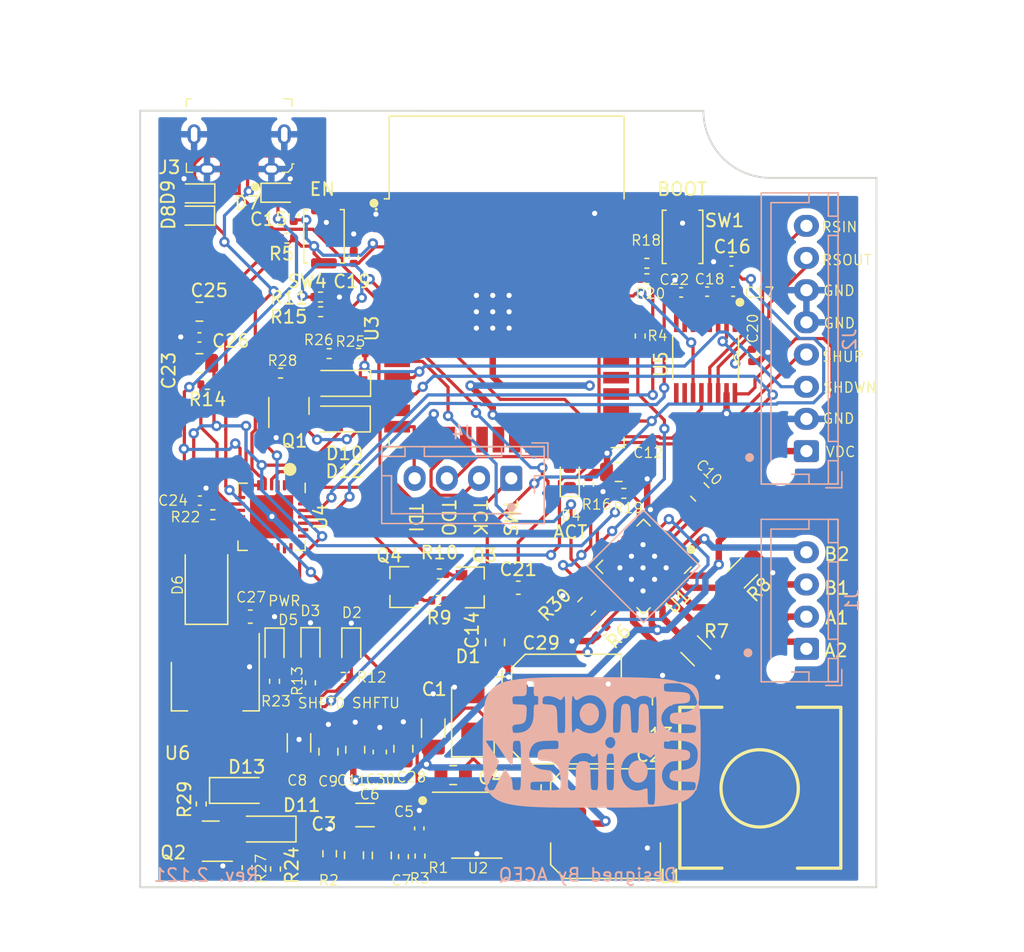
<source format=kicad_pcb>
(kicad_pcb (version 20211014) (generator pcbnew)
  (title_block (title "SmartSPin2k PCB") (date "2022-03-13") (rev "prototype") (company "GitHub") (comment 1 "Designer: Alex Quilty") (comment 2 "Owner: Anthony Doud"))
  (layers (0 "F.Cu" signal) (31 "B.Cu" signal) (34 "B.Paste" user) (35 "F.Paste" user) (36 "B.SilkS" user "B.Silkscreen") (37 "F.SilkS" user "F.Silkscreen") (38 "B.Mask" user) (39 "F.Mask" user) (44 "Edge.Cuts" user))
  (net 0 "")
  (net 1 "GND")
  (net 2 "/VDC")
  (net 3 "Net-(C3-Pad1)")
  (net 4 "Net-(C4-Pad1)")
  (net 5 "Net-(C4-Pad2)")
  (net 6 "Net-(C5-Pad1)")
  (net 7 "Net-(C10-Pad1)")
  (net 8 "Net-(C10-Pad2)")
  (net 9 "/3V3")
  (net 10 "Net-(C14-Pad2)")
  (net 11 "Net-(D2-Pad2)")
  (net 12 "Net-(C17-Pad1)")
  (net 13 "Net-(C17-Pad2)")
  (net 14 "Net-(C18-Pad2)")
  (net 15 "Net-(C18-Pad1)")
  (net 16 "Net-(D3-Pad2)")
  (net 17 "Net-(D10-Pad2)")
  (net 18 "Net-(R6-Pad2)")
  (net 19 "/5V")
  (net 20 "/VBUS")
  (net 21 "/ShiftDown")
  (net 22 "/ShiftUp")
  (net 23 "/A1")
  (net 24 "/A2")
  (net 25 "/B1")
  (net 26 "/B2")
  (net 27 "/RS232OUT1")
  (net 28 "/RS232IN1")
  (net 30 "/D+")
  (net 31 "/D-")
  (net 32 "/IO0_BOOT")
  (net 33 "/DTR")
  (net 34 "/EN")
  (net 35 "/RTS")
  (net 36 "/TMCUART2")
  (net 37 "/TMCUART1")
  (net 38 "/TXD0")
  (net 39 "/RXD0")
  (net 41 "/DriverDIR")
  (net 42 "/DriverSTEP")
  (net 48 "/DriverEN")
  (net 65 "/T1IN")
  (net 66 "/R1OUT")
  (net 73 "Net-(R11-Pad2)")
  (net 76 "Net-(D11-Pad2)")
  (net 77 "/REG_5V")
  (net 78 "Net-(C22-Pad1)")
  (net 80 "Net-(Q3-Pad2)")
  (net 82 "Net-(Q4-Pad2)")
  (net 84 "Net-(D4-Pad2)")
  (net 85 "Net-(R20-Pad1)")
  (net 86 "Net-(R18-Pad1)")
  (net 89 "Net-(D12-Pad1)")
  (net 90 "Net-(D4-Pad1)")
  (net 91 "Net-(C20-Pad1)")
  (net 92 "Net-(D5-Pad2)")
  (net 93 "Net-(R19-Pad2)")
  (net 95 "Net-(D13-Pad1)")
  (net 103 "Net-(J4-Pad1)")
  (net 105 "Net-(J4-Pad2)")
  (net 106 "Net-(J4-Pad3)")
  (net 107 "Net-(J4-Pad4)")
  (net 108 "Net-(R14-Pad2)")
  (net 109 "Net-(R22-Pad2)")
  (net 110 "Net-(Q1-Pad3)")
  (net 111 "Net-(Q2-Pad3)")
  (net 112 "/BRA")
  (net 113 "/BRB")
  (footprint "Capacitor_SMD:C_0805_2012Metric" (layer "F.Cu") (at 164.7698 118.2624 -45)
    (fp_text reference "C10")
    (fp_text value "22nF(50V)")
  )
  (footprint "Diode_SMD:D_SOD-123F" (layer "F.Cu") (at 128.905 141.4526)
    (fp_text reference "D13")
    (fp_text value "D")
  )
  (footprint "Capacitor_SMD:C_0603_1608Metric" (layer "F.Cu") (at 150.6728 125.7046)
    (fp_text reference "C21")
    (fp_text value "C_Polarized_US 1uF")
  )
  (footprint "Resistor_SMD:R_0402_1005Metric" (layer "F.Cu") (at 160.14 106.15 90)
    (fp_text reference "R4")
    (fp_text value "1k")
  )
  (footprint "Capacitor_SMD:CP_Elec_8x10" (layer "F.Cu") (at 154.4125 135.13)
    (fp_text reference "C29")
    (fp_text value "100uF(50V)")
  )
  (footprint "Resistor_SMD:R_0402_1005Metric" (layer "F.Cu") (at 132.2174 109.0322 180)
    (fp_text reference "R28")
    (fp_text value "200")
  )
  (footprint "LED_SMD:LED_0603_1608Metric" (layer "F.Cu") (at 137.71 130.32 -90)
    (fp_text reference "D2")
    (fp_text value "LED_Small")
  )
  (footprint "Resistor_SMD:R_0402_1005Metric" (layer "F.Cu") (at 143.045 146.5487 90)
    (fp_text reference "R1")
    (fp_text value "549")
  )
  (footprint "Capacitor_SMD:C_0603_1608Metric" (layer "F.Cu") (at 129.87 127.95 180)
    (fp_text reference "C27")
    (fp_text value "10uF")
  )
  (footprint "Package_TO_SOT_SMD:SOT-223-3_TabPin2" (layer "F.Cu") (at 127.15 133.36 -90)
    (fp_text reference "U6")
    (fp_text value "LM1117-3.3")
  )
  (footprint "Capacitor_SMD:C_0805_2012Metric" (layer "F.Cu") (at 141.75 138.21 90)
    (fp_text reference "C28")
    (fp_text value "10uF(50V)")
  )
  (footprint "Package_SO:SOIC-8-1EP_3.9x4.9mm_P1.27mm_EP2.514x3.2mm" (layer "F.Cu") (at 147.457 144.1481)
    (fp_text reference "U2")
    (fp_text value "TPS5430DDA")
  )
  (footprint "Button_Switch_SMD:SW_Push_SPST_NO_Alps_SKRK" (layer "F.Cu") (at 135.586 98.4022 -90)
    (fp_text reference "SW4")
    (fp_text value "SW_Push")
  )
  (footprint "Diode_SMD:D_0603_1608Metric" (layer "F.Cu") (at 125.603 96.7994 180)
    (fp_text reference "D8")
    (fp_text value "D_TVS")
  )
  (footprint "Capacitor_SMD:C_0402_1005Metric" (layer "F.Cu") (at 137.8966 100.0252 90)
    (fp_text reference "C19")
    (fp_text value "0.1uF(10%)")
  )
  (footprint "Diode_SMD:D_0603_1608Metric" (layer "F.Cu") (at 132.1816 95.0214)
    (fp_text reference "D7")
    (fp_text value "D_TVS")
  )
  (footprint "Package_TO_SOT_SMD:SOT-23" (layer "F.Cu") (at 141.4692 125.6542 180)
    (fp_text reference "Q4")
    (fp_text value "S8050")
  )
  (footprint "Capacitor_SMD:C_1206_3216Metric" (layer "F.Cu") (at 144.07 136.61 90)
    (fp_text reference "C1")
    (fp_text value "4.7uF(50V)")
  )
  (footprint "Capacitor_SMD:C_1206_3216Metric" (layer "F.Cu") (at 133.65 137.75 90)
    (fp_text reference "C8")
    (fp_text value "10uF(50V)")
  )
  (footprint "Resistor_SMD:R_0402_1005Metric" (layer "F.Cu") (at 132.72 98.55)
    (fp_text reference "R5")
    (fp_text value "10k")
  )
  (footprint "Capacitor_SMD:C_0402_1005Metric" (layer "F.Cu") (at 165.3365 102.7017)
    (fp_text reference "C18")
    (fp_text value "0.1uF")
  )
  (footprint "Resistor_SMD:R_0402_1005Metric" (layer "F.Cu") (at 160.66 100.5)
    (fp_text reference "R18")
    (fp_text value "0(5%)")
  )
  (footprint "Resistor_SMD:R_0805_2012Metric" (layer "F.Cu") (at 155.9814 127.1524 -135)
    (fp_text reference "R30")
    (fp_text value "20k")
  )
  (footprint "Package_DFN_QFN:QFN-28-1EP_5x5mm_P0.5mm_EP3.75x3.75mm" (layer "F.Cu") (at 160.401 124.079 -135)
    (fp_text reference "U1")
    (fp_text value "TMC2209-LA-T")
  )
  (footprint "Diode_SMD:D_SOD-123F" (layer "F.Cu") (at 136.9822 112.5982 180)
    (fp_text reference "D12")
    (fp_text value "D")
  )
  (footprint "Capacitor_SMD:C_0805_2012Metric" (layer "F.Cu") (at 145.62 140.26)
    (fp_text reference "C4")
    (fp_text value "0.01uF")
  )
  (footprint "Capacitor_SMD:CP_Elec_8x10" (layer "F.Cu") (at 157.4475 144.025)
    (fp_text reference "C2")
    (fp_text value "100uF(50V)")
  )
  (footprint "Diode_SMD:D_0603_1608Metric" (layer "F.Cu") (at 125.6284 95.0722 180)
    (fp_text reference "D9")
    (fp_text value "D_TVS")
  )
  (footprint "Resistor_SMD:R_0402_1005Metric" (layer "F.Cu") (at 129.6162 147.447 -90)
    (fp_text reference "R27")
    (fp_text value "4.7k")
  )
  (footprint "Capacitor_SMD:C_0805_2012Metric" (layer "F.Cu") (at 148.8694 129.9464 90)
    (fp_text reference "C14")
    (fp_text value "100nF(50V)")
  )
  (footprint "Resistor_SMD:R_0402_1005Metric" (layer "F.Cu") (at 138.2776 107.4928 180)
    (fp_text reference "R25")
    (fp_text value "4.7k")
  )
  (footprint "Capacitor_SMD:C_0402_1005Metric" (layer "F.Cu") (at 167.3565 102.7017)
    (fp_text reference "C17")
    (fp_text value "0.1uF")
  )
  (footprint "Resistor_SMD:R_0402_1005Metric" (layer "F.Cu") (at 135.33 104.264)
    (fp_text reference "R15")
    (fp_text value "0(5%)")
  )
  (footprint "Capacitor_SMD:C_0805_2012Metric" (layer "F.Cu") (at 161.8234 134.5438 90)
    (fp_text reference "C13")
    (fp_text value "100nF(10V)")
  )
  (footprint "Capacitor_SMD:C_0402_1005Metric" (layer "F.Cu") (at 125.95 118.94)
    (fp_text reference "C24")
    (fp_text value "0.1uF")
  )
  (footprint "Capacitor_SMD:C_0402_1005Metric" (layer "F.Cu") (at 168.8275 107.6557 -90)
    (fp_text reference "C20")
    (fp_text value "0.1uF")
  )
  (footprint "Diode_SMD:D_SOD-123F" (layer "F.Cu") (at 131.2164 144.4498 180)
    (fp_text reference "D11")
    (fp_text value "D")
  )
  (footprint "Package_TO_SOT_SMD:SOT-23" (layer "F.Cu") (at 126.8 145.39 180)
    (fp_text reference "Q2")
    (fp_text value "S8050")
  )
  (footprint "LED_SMD:LED_0603_1608Metric" (layer "F.Cu") (at 154.6706 117.1355 90)
    (fp_text reference "D4")
    (fp_text value "LED_Small")
  )
  (footprint "Resistor_SMD:R_0402_1005Metric" (layer "F.Cu") (at 157.1244 129.0828 45)
    (fp_text reference "R6")
    (fp_text value "100k")
  )
  (footprint "digikey-footprints:USB_Micro_B_Female_10118194-0001LF" (layer "F.Cu") (at 129.0066 93.18 180)
    (fp_text reference "J3")
    (fp_text value "10118194-0001LF")
  )
  (footprint "Resistor_SMD:R_0402_1005Metric" (layer "F.Cu") (at 156.1306 117.663 -90)
    (fp_text reference "R16")
    (fp_text value "330")
  )
  (footprint "Resistor_SMD:R_0402_1005Metric" (layer "F.Cu") (at 126.96 120.03)
    (fp_text reference "R22")
    (fp_text value "10k")
  )
  (footprint "Resistor_SMD:R_0603_1608Metric" (layer "F.Cu") (at 136.03 146.36 90)
    (fp_text reference "R2")
    (fp_text value "5.9k")
  )
  (footprint "Capacitor_SMD:C_0805_2012Metric" (layer "F.Cu") (at 158.4706 116.713 180)
    (fp_text reference "C12")
    (fp_text value "4.7uF(6V3)")
  )
  (footprint "Capacitor_SMD:C_0805_2012Metric" (layer "F.Cu") (at 138.0162 138.2862 90)
    (fp_text reference "C11")
    (fp_text value "100nF(50V)")
  )
  (footprint "Resistor_SMD:R_0402_1005Metric" (layer "F.Cu") (at 141.76 146.59 90)
    (fp_text reference "R3")
    (fp_text value "10k")
  )
  (footprint "Resistor_SMD:R_0402_1005Metric" (layer "F.Cu") (at 126.54 109.91 180)
    (fp_text reference "R14")
    (fp_text value "4.7k")
  )
  (footprint "Package_TO_SOT_SMD:SOT-23" (layer "F.Cu") (at 132.8674 111.5822 90)
    (fp_text reference "Q1")
    (fp_text value "S8050")
  )
  (footprint "Resistor_SMD:R_0402_1005Metric" (layer "F.Cu") (at 134.54 133.09 -90)
    (fp_text reference "R13")
    (fp_text value "330")
  )
  (footprint "Capacitor_SMD:C_0402_1005Metric" (layer "F.Cu") (at 133.2387 96.7696 90)
    (fp_text reference "C15")
    (fp_text value "0.1uF(10%)")
  )
  (footprint "Capacitor_SMD:C_0402_1005Metric" (layer "F.Cu") (at 142.99 144.4 90)
    (fp_text reference "C5")
    (fp_text value "0.1uF")
  )
  (footprint "RF_Module:ESP32-WROOM-32" (layer "F.Cu") (at 149.768 104.941)
    (fp_text reference "U3")
    (fp_text value "ESP32-WROOM-32D")
  )
  (footprint "Resistor_SMD:R_0402_1005Metric" (layer "F.Cu") (at 131.826 147.5486 -90)
    (fp_text reference "R24")
    (fp_text value "4.7k")
  )
  (footprint "Capacitor_SMD:C_0402_1005Metric" (layer "F.Cu") (at 125.92 106.26 180)
    (fp_text reference "C26")
    (fp_text value "0.1uF")
  )
  (footprint "Resistor_SMD:R_0402_1005Metric" (layer "F.Cu") (at 137.0838 132.6642 180)
    (fp_text reference "R12")
    (fp_text value "330")
  )
  (footprint "Diode_SMD:D_SMA" (layer "F.Cu") (at 126.4666 125.1458 90)
    (fp_text reference "D6")
    (fp_text value "D_Schottky")
  )
  (footprint "LED_SMD:LED_0603_1608Metric" (layer "F.Cu") (at 134.54 130.29 -90)
    (fp_text reference "D3")
    (fp_text value "LED_Small")
  )
  (footprint "Diode_SMD:D_SMA" (layer "F.Cu") (at 147.15 135.43 90)
    (fp_text reference "D1")
    (fp_text value "D_Schottky")
  )
  (footprint "Capacitor_SMD:C_0402_1005Metric" (layer "F.Cu") (at 163.3175 102.7657 180)
    (fp_text reference "C22")
    (fp_text value "0.1uF")
  )
  (footprint "Resistor_SMD:R_0402_1005Metric" (layer "F.Cu") (at 160.66 101.7)
    (fp_text reference "R20")
    (fp_text value "0(5%)")
  )
  (footprint "Package_TO_SOT_SMD:SOT-23" (layer "F.Cu") (at 147.2692 125.6792)
    (fp_text reference "Q3")
    (fp_text value "S8050")
  )
  (footprint "Capacitor_SMD:C_0603_1608Metric" (layer "F.Cu") (at 139.9212 138.464 90)
    (fp_text reference "C30")
    (fp_text value "1uF(50V)")
  )
  (footprint "Resistor_SMD:R_0402_1005Metric" (layer "F.Cu") (at 135.9916 107.5182 180)
    (fp_text reference "R26")
    (fp_text value "4.7k")
  )
  (footprint "LED_SMD:LED_0603_1608Metric" (layer "F.Cu") (at 131.75 130.32 -90)
    (fp_text reference "D5")
    (fp_text value "LED_Small")
  )
  (footprint "Capacitor_SMD:C_0805_2012Metric" (layer "F.Cu") (at 135.9334 138.4386 90)
    (fp_text reference "C9")
    (fp_text value "100nF(50V)")
  )
  (footprint "Resistor_SMD:R_0402_1005Metric" (layer "F.Cu") (at 158.8704 118.37 180)
    (fp_text reference "R19")
    (fp_text value "22k")
  )
  (footprint "MAX3232:MAX3232IPWR" (layer "F.Cu") (at 165.2175 107.8257 -90)
    (fp_text reference "U5")
    (fp_text value "MAX3232")
  )
  (footprint "Capacitor_SMD:C_1206_3216Metric" (layer "F.Cu") (at 138.78 143.36 180)
    (fp_text reference "C6")
    (fp_text value "100uF")
  )
  (footprint "Capacitor_SMD:C_0805_2012Metric" (layer "F.Cu") (at 140.08 146.5 90)
    (fp_text reference "C7")
    (fp_text value "1.5nF")
  )
  (footprint "Resistor_SMD:R_1206_3216Metric" (layer "F.Cu") (at 164.465 130.6068 135)
    (fp_text reference "R7")
    (fp_text value "80m")
  )
  (footprint "Capacitor_SMD:C_0805_2012Metric" (layer "F.Cu") (at 125.92 104.26 180)
    (fp_text reference "C25")
    (fp_text value "1.0uF")
  )
  (footprint "Package_DFN_QFN:QFN-28-1EP_5x5mm_P0.5mm_EP3.35x3.35mm" (layer "F.Cu") (at 131.5212 120.1928 -90)
    (fp_text reference "U4")
    (fp_text value "INTERFACE-CP2102-GMR(QFN28)")
  )
  (footprint "Resistor_SMD:R_0402_1005Metric" (layer "F.Cu") (at 126.06 142.5 90)
    (fp_text reference "R29")
    (fp_text value "200")
  )
  (footprint "Diode_SMD:D_SOD-123F" (layer "F.Cu") (at 137.0076 109.8296 180)
    (fp_text reference "D10")
    (fp_text value "D")
  )
  (footprint "Capacitor_SMD:C_0805_2012Metric" (layer "F.Cu") (at 137.92 146.48 90)
    (fp_text reference "C3")
    (fp_text value "150pF")
  )
  (footprint "Resistor_SMD:R_0402_1005Metric" (layer "F.Cu") (at 135.3196 103.1228 180)
    (fp_text reference "R11")
    (fp_text value "1M")
  )
  (footprint "Resistor_SMD:R_0402_1005Metric" (layer "F.Cu") (at 144.5492 124.6292 180)
    (fp_text reference "R10")
    (fp_text value "10k")
  )
  (footprint "Resistor_SMD:R_0402_1005Metric" (layer "F.Cu") (at 144.4692 126.6942 180)
    (fp_text reference "R9")
    (fp_text value "10k")
  )
  (footprint "Resistor_SMD:R_0402_1005Metric" (layer "F.Cu") (at 131.75 132.97 -90)
    (fp_text reference "R23")
    (fp_text value "330")
  )
  (footprint "Button_Switch_SMD:SW_Push_SPST_NO_Alps_SKRK" (layer "F.Cu") (at 163.43 98.45 90)
    (fp_text reference "SW1")
    (fp_text value "SW_Push")
  )
  (footprint "Inductor_SMD_Extra:L_SXN_SMDRI127_150MT" (layer "F.Cu") (at 161.7948 141.2884 90)
    (fp_text reference "L1")
    (fp_text value "15uH(Iron_Core)")
  )
  (footprint "Capacitor_SMD:C_0805_2012Metric" (layer "F.Cu") (at 125.92 108.26)
    (fp_text reference "C23")
    (fp_text value "4.7uF")
  )
  (footprint "Resistor_SMD:R_1206_3216Metric" (layer "F.Cu") (at 168.0972 124.5616 -135)
    (fp_text reference "R8")
    (fp_text value "80m")
  )
  (footprint "Capacitor_SMD:C_0402_1005Metric" (layer "F.Cu") (at 167.22 100.34 180)
    (fp_text reference "C16")
    (fp_text value "0.1uF(10%)")
  )
  (footprint "Connector_JST:JST_XH_B4B-XH-AM_1x04_P2.50mm_Vertical" (layer "B.Cu") (at 173.0418 130.45 90)
    (fp_text reference "J1")
    (fp_text value "B4B-XH-AMLFSN")
  )
  (footprint "Connector_JST:JST_XH_B8B-XH-AM_1x08_P2.50mm_Vertical" (layer "B.Cu") (at 173.045 115.09 90)
    (fp_text reference "J2")
    (fp_text value "B8B-XH-A_LFSN")
  )
  (footprint "Connector_JST:JST_XH_B4B-XH-AM_1x04_P2.50mm_Vertical" (layer "B.Cu") (at 150.13 117.205 180)
    (fp_text reference "J4")
    (fp_text value "B4B-XH-AMLFSN")
  )
  (gr_poly (pts (xy 156.237903 134.722053) (xy 156.276893 134.724848) (xy 156.315653 134.729864) (xy 156.354067 134.737109) (xy 156.392018 134.746592) (xy 156.429391 134.758321) (xy 156.46607 134.772303) (xy 156.50194 134.788547) (xy 156.536885 134.80706) (xy 156.570788 134.827851) (xy 156.603535 134.850928) (xy 156.63501 134.876299) (xy 156.665096 134.903972) (xy 156.693678 134.933955) (xy 156.720641 134.966256) (xy 156.742389 134.995852) (xy 156.762591 135.026855) (xy 156.781252 135.059166) (xy 156.798375 135.092687) (xy 156.813965 135.12732) (xy 156.828026 135.162968) (xy 156.851579 135.236917) (xy 156.869065 135.31375) (xy 156.88052 135.392683) (xy 156.885978 135.472933) (xy 156.885471 135.553719) (xy 156.879033 135.634255) (xy 156.866698 135.71376) (xy 156.848501 135.79145) (xy 156.824474 135.866542) (xy 156.794651 135.938253) (xy 156.777576 135.972596) (xy 156.759066 136.0058) (xy 156.739123 136.037768) (xy 156.717753 136.0684) (xy 156.694958 136.0976) (xy 156.670745 136.12527) (xy 156.612439 136.182585) (xy 156.552689 136.230793) (xy 156.491806 136.270217) (xy 156.430098 136.301179) (xy 156.367878 136.324002) (xy 156.305455 136.339008) (xy 156.24314 136.34652) (xy 156.181244 136.346861) (xy 156.120076 136.340353) (xy 156.059948 136.327319) (xy 156.00117 136.308081) (xy 155.944052 136.282962) (xy 155.888906 136.252284) (xy 155.83604 136.216371) (xy 155.785767 136.175545) (xy 155.738396 136.130128) (xy 155.694237 136.080443) (xy 155.653602 136.026813) (xy 155.616801 135.96956) (xy 155.584145 135.909007) (xy 155.555943 135.845476) (xy 155.532506 135.77929) (xy 155.514145 135.710773) (xy 155.501171 135.640245) (xy 155.493893 135.56803) (xy 155.492623 135.494451) (xy 155.49767 135.41983) (xy 155.509346 135.34449) (xy 155.52796 135.268753) (xy 155.553824 135.192942) (xy 155.587247 135.117379) (xy 155.62854 135.042388) (xy 155.651895 135.006579) (xy 155.677101 134.972847) (xy 155.704045 134.941198) (xy 155.732609 134.911642) (xy 155.762679 134.884186) (xy 155.794138 134.858838) (xy 155.826871 134.835607) (xy 155.860762 134.8145) (xy 155.895696 134.795526) (xy 155.931556 134.778692) (xy 155.968226 134.764007) (xy 156.005592 134.751479) (xy 156.043537 134.741115) (xy 156.081946 134.732925) (xy 156.120703 134.726915) (xy 156.159692 134.723095) (xy 156.198797 134.721471)) (layer "B.SilkS") (width 0.1) (fill solid))
  (gr_poly (pts (xy 159.149996 132.708567) (xy 160.273157 132.731855) (xy 161.236159 132.777207) (xy 161.661451 132.810454) (xy 162.051323 132.851975) (xy 162.407316 132.902689) (xy 162.730969 132.963515) (xy 163.023823 133.035373) (xy 163.181856 133.085618) (xy 163.317454 133.092389) (xy 163.509531 133.109924) (xy 163.684099 133.1349) (xy 163.84182 133.167724) (xy 163.983361 133.2088) (xy 164.04827 133.23256) (xy 164.109383 133.258535) (xy 164.166783 133.286776) (xy 164.220553 133.317333) (xy 164.270775 133.350258) (xy 164.317533 133.3856) (xy 164.36091 133.423411) (xy 164.400989 133.463742) (xy 164.437852 133.506642) (xy 164.471584 133.552163) (xy 164.502266 133.600355) (xy 164.529982 133.65127) (xy 164.554815 133.704957) (xy 164.576847 133.761467) (xy 164.612845 133.88316) (xy 164.638638 134.016755) (xy 164.654891 134.162657) (xy 164.65904 134.239555) (xy 164.659523 134.314379) (xy 164.656373 134.387099) (xy 164.649624 134.457688) (xy 164.63931 134.526117) (xy 164.625463 134.592358) (xy 164.613399 134.636887) (xy 164.652868 134.816794) (xy 164.696244 135.092733) (xy 164.72884 135.391654) (xy 164.767853 136.062119) (xy 164.782226 136.835544) (xy 164.78428 137.719284) (xy 164.784283 137.719282) (xy 164.767857 139.376447) (xy 164.728844 140.046913) (xy 164.652872 140.621772) (xy 164.597175 140.875648) (xy 164.52762 141.108381) (xy 164.492538 141.196134) (xy 164.491459 141.235385) (xy 164.489743 141.261153) (xy 164.487182 141.28508) (xy 164.483608 141.307236) (xy 164.478852 141.327689) (xy 164.472746 141.346506) (xy 164.46512 141.363757) (xy 164.455806 141.379508) (xy 164.444634 141.393828) (xy 164.431436 141.406786) (xy 164.416044 141.418448) (xy 164.398287 141.428885) (xy 164.381708 141.436466) (xy 164.340768 141.514092) (xy 164.220393 141.68891) (xy 164.079998 141.846261) (xy 163.918043 141.987065) (xy 163.732988 142.112241) (xy 163.523294 142.222708) (xy 163.28742 142.319386) (xy 163.023826 142.403194) (xy 162.730973 142.475052) (xy 162.051327 142.586592) (xy 161.236163 142.66136) (xy 160.27316 142.706712) (xy 159.15 142.73) (xy 156.373924 142.739806) (xy 154.040827 142.734377) (xy 153.056599 142.721482) (xy 152.184822 142.696371) (xy 151.418675 142.654971) (xy 151.073081 142.62689) (xy 150.751337 142.593211) (xy 150.452589 142.553423) (xy 150.175985 142.507018) (xy 149.920673 142.453487) (xy 149.685799 142.392321) (xy 149.382641 142.290144) (xy 149.117326 142.169677) (xy 148.998071 142.102113) (xy 148.88733 142.029413) (xy 148.784788 141.951387) (xy 148.69013 141.867846) (xy 148.603041 141.778604) (xy 148.523204 141.683472) (xy 148.450306 141.58226) (xy 148.389793 141.48413) (xy 148.342968 141.484092) (xy 148.282622 141.483127) (xy 148.23126 141.48036) (xy 148.208904 141.47802) (xy 148.188743 141.474893) (xy 148.170759 141.470868) (xy 148.154935 141.465832) (xy 148.141253 141.459673) (xy 148.129697 141.45228) (xy 148.120249 141.443541) (xy 148.112892 141.433344) (xy 148.107608 141.421576) (xy 148.104381 141.408126) (xy 148.103194 141.392881) (xy 148.104028 141.375731) (xy 148.106867 141.356563) (xy 148.111694 141.335264) (xy 148.118491 141.311724) (xy 148.127241 141.28583) (xy 148.137927 141.25747) (xy 148.150532 141.226532) (xy 148.181428 141.156476) (xy 148.215554 141.083794) (xy 148.178841 140.978437) (xy 148.107782 140.687768) (xy 148.054382 140.366762) (xy 148.01612 140.013911) (xy 147.990471 139.62771) (xy 147.974914 139.206652) (xy 147.966925 138.749233) (xy 147.963561 137.719284) (xy 147.964732 137.601102) (xy 148.118087 137.601102) (xy 148.120051 137.618473) (xy 148.125168 137.63848) (xy 148.133474 137.661303) (xy 148.159788 137.716125) (xy 148.199268 137.784393) (xy 148.252189 137.867557) (xy 148.399454 138.084385) (xy 148.603784 138.378227) (xy 148.708894 138.531073) (xy 148.806968 138.676698) (xy 148.895855 138.811698) (xy 148.973408 138.932669) (xy 149.037478 139.036206) (xy 149.085917 139.118906) (xy 149.103603 139.151378) (xy 149.116576 139.177364) (xy 149.124566 139.196439) (xy 149.126609 139.203251) (xy 149.127306 139.208177) (xy 149.123278 139.229082) (xy 149.111693 139.264437) (xy 149.069467 139.370795) (xy 149.007864 139.511843) (xy 148.934119 139.672173) (xy 148.855467 139.836378) (xy 148.779144 139.98905) (xy 148.712385 140.114782) (xy 148.684852 140.16273) (xy 148.662424 140.198165) (xy 148.647634 140.22326) (xy 148.62196 140.270814) (xy 148.543604 140.422226) (xy 148.438646 140.630267) (xy 148.318376 140.872799) (xy 148.219793 141.074765) (xy 148.215554 141.083794) (xy 148.270082 141.240273) (xy 148.384029 141.474782) (xy 148.389793 141.48413) (xy 148.412435 141.484148) (xy 148.543127 141.483393) (xy 148.596576 141.481942) (xy 148.643157 141.479194) (xy 148.664121 141.477196) (xy 148.683666 141.474711) (xy 148.701893 141.471683) (xy 148.718902 141.468057) (xy 148.73479 141.46378) (xy 148.74966 141.458796) (xy 148.763609 141.453051) (xy 148.776737 141.446491) (xy 148.789145 141.43906) (xy 148.800931 141.430705) (xy 148.812196 141.42137) (xy 148.823039 141.411001) (xy 148.833559 141.399543) (xy 148.843857 141.386943) (xy 148.854032 141.373144) (xy 148.864183 141.358093) (xy 148.884813 141.324017) (xy 148.906544 141.284276) (xy 148.956499 141.186055) (xy 149.194621 140.710614) (xy 149.290274 140.520141) (xy 149.371912 140.358381) (xy 149.440725 140.223244) (xy 149.497907 140.11264) (xy 149.522508 140.065885) (xy 149.544649 140.02448) (xy 149.564477 139.988163) (xy 149.582142 139.956674) (xy 149.597793 139.929751) (xy 149.611579 139.907132) (xy 149.623648 139.888558) (xy 149.634151 139.873765) (xy 149.643235 139.862494) (xy 149.647292 139.858098) (xy 149.65105 139.854484) (xy 149.654528 139.851619) (xy 149.657745 139.849472) (xy 149.660719 139.848009) (xy 149.663469 139.847197) (xy 149.666013 139.847005) (xy 149.66837 139.847399) (xy 149.670559 139.848347) (xy 149.672598 139.849817) (xy 149.674506 139.851774) (xy 149.676302 139.854188) (xy 149.67963 139.860252) (xy 149.682732 139.867748) (xy 149.685757 139.876414) (xy 149.69217 139.896214) (xy 149.695808 139.905378) (xy 149.70153 139.917359) (xy 149.718729 139.949) (xy 149.742786 139.989591) (xy 149.772718 140.037589) (xy 149.807544 140.091448) (xy 149.846282 140.149625) (xy 149.88795 140.210575) (xy 149.931565 140.272753) (xy 149.995064 140.364875) (xy 150.021805 140.406526) (xy 150.045509 140.446154) (xy 150.066401 140.484446) (xy 150.084708 140.522089) (xy 150.100655 140.559771) (xy 150.114469 140.598177) (xy 150.126374 140.637996) (xy 150.136598 140.679915) (xy 150.145366 140.724621) (xy 150.152904 140.772801) (xy 150.159437 140.825142) (xy 150.165192 140.882331) (xy 150.175272 141.014003) (xy 150.175272 141.014001) (xy 150.185588 141.15904) (xy 150.191161 141.217792) (xy 150.197779 141.268261) (xy 150.20166 141.290599) (xy 150.206017 141.311118) (xy 150.210924 141.329901) (xy 150.216451 141.347033) (xy 150.222671 141.362597) (xy 150.229655 141.376677) (xy 150.237476 141.389357) (xy 150.246206 141.400721) (xy 150.255916 141.410853) (xy 150.266678 141.419836) (xy 150.278565 141.427755) (xy 150.291649 141.434693) (xy 150.306 141.440734) (xy 150.321691 141.445963) (xy 150.338795 141.450462) (xy 150.357383 141.454316) (xy 150.399298 141.460423) (xy 150.448013 141.464956) (xy 150.568142 141.471981) (xy 150.688214 141.474275) (xy 150.736794 141.467572) (xy 150.778446 141.4518) (xy 150.813704 141.424082) (xy 150.843101 141.38154) (xy 150.867168 141.321297) (xy 150.88644 141.240476) (xy 150.90145 141.1362) (xy 150.912729 141.005592) (xy 150.926228 140.65387) (xy 150.931201 140.162294) (xy 150.931912 139.507845) (xy 150.931201 138.853396) (xy 150.930386 138.725574) (xy 151.473755 138.725574) (xy 151.475061 138.798521) (xy 151.481029 138.870248) (xy 151.491577 138.940631) (xy 151.506625 139.009546) (xy 151.526091 139.076871) (xy 151.549896 139.142481) (xy 151.577958 139.206254) (xy 151.610197 139.268066) (xy 151.646533 139.327793) (xy 151.686883 139.385313) (xy 151.731168 139.440501) (xy 151.779307 139.493235) (xy 151.831219 139.543391) (xy 151.886824 139.590845) (xy 151.946041 139.635475) (xy 152.008789 139.677156) (xy 152.074987 139.715766) (xy 152.144554 139.751181) (xy 152.217411 139.783277) (xy 152.293476 139.811932) (xy 152.372669 139.837021) (xy 152.454908 139.858422) (xy 152.540114 139.876011) (xy 152.628205 139.889665) (xy 152.719101 139.89926) (xy 152.78451 139.904857) (xy 152.843625 139.910538) (xy 152.896853 139.916444) (xy 152.944603 139.922713) (xy 152.966551 139.926028) (xy 152.987283 139.929487) (xy 153.006851 139.933106) (xy 153.025304 139.936904) (xy 153.042694 139.940898) (xy 153.059073 139.945105) (xy 153.07449 139.949543) (xy 153.088998 139.95423) (xy 153.102648 139.959182) (xy 153.11549 139.964418) (xy 153.127575 139.969955) (xy 153.138956 139.97581) (xy 153.149682 139.982001) (xy 153.159805 139.988546) (xy 153.169376 139.995461) (xy 153.178446 140.002764) (xy 153.187066 140.010474) (xy 153.195287 140.018607) (xy 153.203161 140.02718) (xy 153.210738 140.036212) (xy 153.21807 140.04572) (xy 153.225207 140.055721) (xy 153.232201 140.066233) (xy 153.239103 140.077273) (xy 153.248285 140.093762) (xy 153.256781 140.111787) (xy 153.264597 140.131215) (xy 153.271735 140.151912) (xy 153.284003 140.196585) (xy 153.293622 140.244744) (xy 153.300631 140.295328) (xy 153.305067 140.347275) (xy 153.306971 140.399522) (xy 153.306378 140.451008) (xy 153.303329 140.500672) (xy 153.297861 140.54745) (xy 153.290012 140.590281) (xy 153.27982 140.628103) (xy 153.273858 140.644804) (xy 153.267324 140.659854) (xy 153.260224 140.673122) (xy 153.252562 140.684473) (xy 153.244343 140.693776) (xy 153.235573 140.700897) (xy 153.226254 140.705705) (xy 153.216393 140.708065) (xy 153.126143 140.711729) (xy 152.934198 140.715909) (xy 152.357895 140.723753) (xy 152.098538 140.727078) (xy 151.993605 140.729872) (xy 151.903636 140.734172) (xy 151.863903 140.737062) (xy 151.827479 140.74054) (xy 151.79422 140.744675) (xy 151.763982 140.749539) (xy 151.736622 140.755202) (xy 151.711996 140.761733) (xy 151.689959 140.769204) (xy 151.670368 140.777685) (xy 151.653079 140.787246) (xy 151.637949 140.797957) (xy 151.624832 140.809889) (xy 151.613586 140.823113) (xy 151.604066 140.837698) (xy 151.596129 140.853715) (xy 151.589631 140.871235) (xy 151.584427 140.890328) (xy 151.580375 140.911064) (xy 151.57733 140.933513) (xy 151.575148 140.957747) (xy 151.573685 140.983834) (xy 151.572342 141.041855) (xy 151.57215 141.108137) (xy 151.572154 141.108139) (xy 151.574553 141.232426) (xy 151.580251 141.282711) (xy 151.591346 141.325826) (xy 151.59948 141.344866) (xy 151.609638 141.362321) (xy 151.622045 141.37826) (xy 151.636925 141.39275) (xy 151.654505 141.405861) (xy 151.675008 141.417662) (xy 151.725686 141.437611) (xy 151.790757 141.453147) (xy 151.87202 141.464822) (xy 151.971276 141.473187) (xy 152.090323 141.478795) (xy 152.394987 141.483943) (xy 152.800406 141.484678) (xy 153.205785 141.483177) (xy 153.369717 141.479611) (xy 153.510169 141.472666) (xy 153.572142 141.467575) (xy 153.62891 141.461217) (xy 153.680691 141.453452) (xy 153.727709 141.444138) (xy 153.770184 141.433135) (xy 153.808336 141.420302) (xy 153.842388 141.405498) (xy 153.87256 141.388582) (xy 153.899073 141.369415) (xy 153.92215 141.347854) (xy 153.942009 141.32376) (xy 153.958874 141.296991) (xy 153.972965 141.267407) (xy 153.984502 141.234866) (xy 153.993709 141.199229) (xy 154.000804 141.160355) (xy 154.00601 141.118101) (xy 154.009548 141.072329) (xy 154.012503 140.969664) (xy 154.012367 140.954512) (xy 154.486583 140.954512) (xy 154.48765 141.067687) (xy 154.489051 141.117669) (xy 154.491112 141.163488) (xy 154.493894 141.205325) (xy 154.49746 141.243362) (xy 154.501869 141.277779) (xy 154.507184 141.308758) (xy 154.513466 141.336479) (xy 154.520775 141.361123) (xy 154.529174 141.382871) (xy 154.538723 141.401904) (xy 154.549484 141.418404) (xy 154.561518 141.432551) (xy 154.574886 141.444526) (xy 154.58965 141.45451) (xy 154.60587 141.462685) (xy 154.623609 141.46923) (xy 154.642927 141.474328) (xy 154.663886 141.478159) (xy 154.686547 141.480904) (xy 154.710972 141.482744) (xy 154.765355 141.484433) (xy 154.827527 141.484674) (xy 154.944119 141.482928) (xy 154.991294 141.47878) (xy 155.031745 141.470701) (xy 155.049612 141.464779) (xy 155.065993 141.457383) (xy 155.080952 141.44835) (xy 155.094554 141.437515) (xy 155.106865 141.424716) (xy 155.117949 141.409787) (xy 155.12787 141.392567) (xy 155.136695 141.37289) (xy 155.151311 141.325512) (xy 155.162315 141.266345) (xy 155.170227 141.194078) (xy 155.175564 141.107401) (xy 155.178846 141.005004) (xy 155.180591 140.885578) (xy 155.181543 140.590396) (xy 155.182609 140.376637) (xy 155.185766 140.186036) (xy 155.191554 140.017302) (xy 155.195604 139.94073) (xy 155.200514 139.869141) (xy 155.206351 139.802371) (xy 155.213185 139.740261) (xy 155.221081 139.682647) (xy 155.230107 139.629369) (xy 155.240332 139.580265) (xy 155.251823 139.535173) (xy 155.264646 139.493932) (xy 155.27887 139.45638) (xy 155.294562 139.422356) (xy 155.31179 139.391698) (xy 155.330621 139.364244) (xy 155.351123 139.339833) (xy 155.373363 139.318304) (xy 155.397409 139.299495) (xy 155.423328 139.283243) (xy 155.451188 139.269389) (xy 155.481056 139.257769) (xy 155.513001 139.248223) (xy 155.547088 139.240589) (xy 155.583387 139.234705) (xy 155.621964 139.23041) (xy 155.662888 139.227542) (xy 155.706225 139.22594) (xy 155.752043 139.225441) (xy 155.825556 139.227355) (xy 155.891184 139.233878) (xy 155.94939 139.24619) (xy 156.000638 139.265464) (xy 156.023797 139.278081) (xy 156.04539 139.292879) (xy 156.065475 139.310007) (xy 156.08411 139.329611) (xy 156.101353 139.351839) (xy 156.117261 139.376837) (xy 156.145308 139.435732) (xy 156.168712 139.507474) (xy 156.187938 139.593239) (xy 156.203449 139.694203) (xy 156.215708 139.811543) (xy 156.225179 139.946437) (xy 156.232325 140.100059) (xy 156.241495 140.468197) (xy 156.241495 140.468195) (xy 156.247435 140.793392) (xy 156.251126 140.925034) (xy 156.255983 141.038) (xy 156.259009 141.087939) (xy 156.26252 141.13376) (xy 156.266578 141.175647) (xy 156.271249 141.213784) (xy 156.276597 141.248356) (xy 156.282685 141.279544) (xy 156.289579 141.307535) (xy 156.297342 141.33251) (xy 156.306039 141.354655) (xy 156.315733 141.374152) (xy 156.326489 141.391186) (xy 156.338372 141.405941) (xy 156.351445 141.418601) (xy 156.365772 141.429348) (xy 156.381418 141.438368) (xy 156.398448 141.445843) (xy 156.416924 141.451958) (xy 156.436912 141.456897) (xy 156.458476 141.460843) (xy 156.481679 141.46398) (xy 156.533263 141.468563) (xy 156.592176 141.472116) (xy 156.702643 141.475443) (xy 156.747337 141.471101) (xy 156.785657 141.459905) (xy 156.818095 141.43972) (xy 156.832261 141.425588) (xy 156.84514 141.408406) (xy 156.867282 141.363828) (xy 156.885012 141.303847) (xy 156.898821 141.226326) (xy 156.909198 141.129127) (xy 156.916633 141.010115) (xy 156.921617 140.86715) (xy 156.926193 140.500816) (xy 156.926846 140.013027) (xy 156.926841 140.009898) (xy 157.479771 140.009898) (xy 157.480425 140.486369) (xy 157.481977 140.679215) (xy 157.485001 140.844657) (xy 157.487217 140.917771) (xy 157.489985 140.984837) (xy 157.493365 141.046124) (xy 157.49742 141.101898) (xy 157.50221 141.152427) (xy 157.507797 141.19798) (xy 157.514241 141.238823) (xy 157.521605 141.275225) (xy 157.529949 141.307454) (xy 157.539335 141.335777) (xy 157.549825 141.360461) (xy 157.561478 141.381776) (xy 157.56776 141.391253) (xy 157.574357 141.399988) (xy 157.581275 141.408014) (xy 157.588523 141.415364) (xy 157.596107 141.422073) (xy 157.604037 141.428174) (xy 157.62096 141.438685) (xy 157.639354 141.447163) (xy 157.659281 141.453878) (xy 157.6808 141.459097) (xy 157.703974 141.463087) (xy 157.728864 141.466116) (xy 157.755531 141.468453) (xy 157.814441 141.472118) (xy 157.924908 141.475438) (xy 157.969602 141.471082) (xy 158.007922 141.459858) (xy 158.040359 141.439626) (xy 158.054525 141.425462) (xy 158.067404 141.408243) (xy 158.089547 141.363567) (xy 158.107277 141.303457) (xy 158.121085 141.22577) (xy 158.131462 141.128365) (xy 158.138897 141.009099) (xy 158.143881 140.865831) (xy 158.148457 140.498721) (xy 158.149111 140.009898) (xy 158.149057 139.970032) (xy 158.599334 139.970032) (xy 158.600956 140.06943) (xy 158.607478 140.166656) (xy 158.618746 140.261579) (xy 158.634608 140.35407) (xy 158.654909 140.444) (xy 158.679499 140.53124) (xy 158.708223 140.615659) (xy 158.740928 140.697128) (xy 158.777463 140.775518) (xy 158.817673 140.850698) (xy 158.861407 140.92254) (xy 158.908511 140.990914) (xy 158.958832 141.05569) (xy 159.012218 141.116739) (xy 159.068515 141.173932) (xy 159.127571 141.227138) (xy 159.189232 141.276227) (xy 159.253347 141.321072) (xy 159.319761 141.361541) (xy 159.388323 141.397506) (xy 159.458879 141.428837) (xy 159.531276 141.455404) (xy 159.605361 141.477078) (xy 159.680983 141.49373) (xy 159.757987 141.505229) (xy 159.83622 141.511446) (xy 159.915531 141.512251) (xy 159.995766 141.507516) (xy 160.076772 141.49711) (xy 160.158396 141.480904) (xy 160.240485 141.458768) (xy 160.322887 141.430573) (xy 160.356431 141.418093) (xy 160.389096 141.406394) (xy 160.420713 141.395517) (xy 160.451108 141.385506) (xy 160.480111 141.376402) (xy 160.507548 141.368248) (xy 160.533249 141.361085) (xy 160.557041 141.354957) (xy 160.578753 141.349905) (xy 160.598212 141.345972) (xy 160.615248 141.343199) (xy 160.629687 141.341629) (xy 160.641358 141.341304) (xy 160.646102 141.341622) (xy 160.650089 141.342267) (xy 160.653299 141.343244) (xy 160.655709 141.344559) (xy 160.657299 141.346217) (xy 160.658046 141.348223) (xy 160.661111 141.411697) (xy 160.664874 141.55324) (xy 160.672596 141.986727) (xy 160.6726 141.986727) (xy 160.676012 142.183552) (xy 160.67868 142.263258) (xy 160.68266 142.331692) (xy 160.685299 142.361965) (xy 160.688454 142.389757) (xy 160.692189 142.415183) (xy 160.696565 142.438354) (xy 160.701646 142.459383) (xy 160.707495 142.478383) (xy 160.714174 142.495465) (xy 160.721746 142.510744) (xy 160.730274 142.524332) (xy 160.739821 142.53634) (xy 160.750449 142.546882) (xy 160.762222 142.55607) (xy 160.775203 142.564018) (xy 160.789453 142.570837) (xy 160.805036 142.57664) (xy 160.822015 142.581539) (xy 160.840452 142.585649) (xy 160.860411 142.58908) (xy 160.905143 142.594359) (xy 160.956714 142.598277) (xy 161.015627 142.601735) (xy 161.126092 142.603957) (xy 161.170785 142.596995) (xy 161.209105 142.580698) (xy 161.241542 142.552101) (xy 161.268587 142.508239) (xy 161.290729 142.446148) (xy 161.308459 142.362863) (xy 161.322267 142.255419) (xy 161.332644 142.120852) (xy 161.345063 141.758489) (xy 161.349638 141.252056) (xy 161.350292 140.577836) (xy 161.349993 140.27625) (xy 161.781394 140.27625) (xy 161.782579 140.349394) (xy 161.788162 140.422305) (xy 161.79813 140.494762) (xy 161.812474 140.566547) (xy 161.831185 140.637439) (xy 161.854251 140.70722) (xy 161.881663 140.775669) (xy 161.91341 140.842568) (xy 161.949482 140.907696) (xy 161.989869 140.970835) (xy 162.034562 141.031765) (xy 162.083549 141.090266) (xy 162.13682 141.146118) (xy 162.194366 141.199103) (xy 162.256176 141.249001) (xy 162.32224 141.295592) (xy 162.392548 141.338656) (xy 162.392548 141.338658) (xy 162.476333 141.383715) (xy 162.516336 141.402294) (xy 162.556863 141.418461) (xy 162.599252 141.432381) (xy 162.644842 141.444221) (xy 162.69497 141.454146) (xy 162.750976 141.462323) (xy 162.814196 141.468917) (xy 162.885969 141.474093) (xy 163.060528 141.480858) (xy 163.285358 141.483944) (xy 163.571163 141.484678) (xy 163.875527 141.483951) (xy 163.998668 141.482225) (xy 164.10425 141.478864) (xy 164.150879 141.4764) (xy 164.193624 141.473322) (xy 164.232654 141.469563) (xy 164.268139 141.465055) (xy 164.300247 141.459729) (xy 164.329147 141.453517) (xy 164.355007 141.446351) (xy 164.377998 141.438163) (xy 164.381708 141.436466) (xy 164.442664 141.320889) (xy 164.492538 141.196134) (xy 164.493035 141.178059) (xy 164.49326 141.112556) (xy 164.491488 140.989687) (xy 164.487279 140.939899) (xy 164.479082 140.897109) (xy 164.473072 140.878159) (xy 164.465568 140.860742) (xy 164.456402 140.844788) (xy 164.445408 140.830224) (xy 164.43242 140.816979) (xy 164.417272 140.80498) (xy 164.399799 140.794157) (xy 164.379832 140.784436) (xy 164.357208 140.775747) (xy 164.331759 140.768017) (xy 164.271722 140.755149) (xy 164.198392 140.745257) (xy 164.110441 140.737766) (xy 164.00654 140.732103) (xy 163.885358 140.727691) (xy 163.585838 140.720327) (xy 163.405499 140.71541) (xy 163.243966 140.70883) (xy 163.100399 140.700215) (xy 163.03509 140.695028) (xy 162.973956 140.689193) (xy 162.916892 140.682662) (xy 162.863793 140.67539) (xy 162.814555 140.66733) (xy 162.769071 140.658435) (xy 162.727236 140.648658) (xy 162.688945 140.637954) (xy 162.654094 140.626275) (xy 162.622576 140.613576) (xy 162.594286 140.599808) (xy 162.569119 140.584927) (xy 162.546971 140.568884) (xy 162.527735 140.551635) (xy 162.511307 140.533131) (xy 162.497581 140.513327) (xy 162.486451 140.492176) (xy 162.477814 140.469631) (xy 162.471563 140.445646) (xy 162.467593 140.420175) (xy 162.4658 140.393169) (xy 162.466077 140.364584) (xy 162.468319 140.334373) (xy 162.472422 140.302488) (xy 162.47828 140.268884) (xy 162.485788 140.233513) (xy 162.497078 140.187506) (xy 162.509256 140.146639) (xy 162.523212 140.110545) (xy 162.539834 140.078855) (xy 162.56001 140.0512) (xy 162.571709 140.038771) (xy 162.584629 140.027212) (xy 162.598882 140.016477) (xy 162.61458 140.006521) (xy 162.650751 139.98876) (xy 162.69403 139.973559) (xy 162.745306 139.960551) (xy 162.805468 139.949365) (xy 162.875404 139.939635) (xy 162.956003 139.93099) (xy 163.048153 139.923063) (xy 163.27066 139.907887) (xy 163.440043 139.893876) (xy 163.597183 139.873445) (xy 163.67124 139.86076) (xy 163.74233 139.846395) (xy 163.810485 139.830324) (xy 163.875736 139.812524) (xy 163.938114 139.792968) (xy 163.997651 139.771631) (xy 164.054377 139.748488) (xy 164.108326 139.723515) (xy 164.159527 139.696686) (xy 164.208012 139.667975) (xy 164.253812 139.637359) (xy 164.29696 139.604811) (xy 164.337485 139.570306) (xy 164.37542 139.53382) (xy 164.410796 139.495327) (xy 164.443645 139.454802) (xy 164.473997 139.412221) (xy 164.501884 139.367557) (xy 164.527337 139.320786) (xy 164.550388 139.271882) (xy 164.571068 139.220821) (xy 164.589408 139.167577) (xy 164.60544 139.112126) (xy 164.619196 139.054441) (xy 164.630706 138.994499) (xy 164.640001 138.932273) (xy 164.647114 138.867739) (xy 164.652076 138.800871) (xy 164.65538 138.636165) (xy 164.645421 138.484198) (xy 164.63534 138.412901) (xy 164.62179 138.344679) (xy 164.604722 138.279496) (xy 164.584084 138.217316) (xy 164.559826 138.158102) (xy 164.531897 138.101818) (xy 164.500246 138.048427) (xy 164.464823 137.997893) (xy 164.425576 137.950179) (xy 164.382456 137.905249) (xy 164.335411 137.863067) (xy 164.284392 137.823596) (xy 164.229346 137.786799) (xy 164.170224 137.752641) (xy 164.106974 137.721084) (xy 164.039547 137.692092) (xy 163.967891 137.665629) (xy 163.891956 137.641659) (xy 163.727046 137.601049) (xy 163.54441 137.569971) (xy 163.343643 137.548134) (xy 163.12434 137.535245) (xy 162.886095 137.531014) (xy 162.571275 137.531736) (xy 162.443903 137.533452) (xy 162.334694 137.536793) (xy 162.286464 137.539242) (xy 162.242251 137.5423) (xy 162.20188 137.546036) (xy 162.165176 137.550517) (xy 162.131965 137.55581) (xy 162.102073 137.561984) (xy 162.075323 137.569106) (xy 162.051543 137.577243) (xy 162.030557 137.586464) (xy 162.012191 137.596836) (xy 161.996269 137.608428) (xy 161.982618 137.621305) (xy 161.971063 137.635538) (xy 161.961428 137.651192) (xy 161.95354 137.668336) (xy 161.947224 137.687037) (xy 161.942305 137.707364) (xy 161.938608 137.729384) (xy 161.93596 137.753165) (xy 161.934184 137.778774) (xy 161.932554 137.835747) (xy 161.932321 137.900847) (xy 161.934071 138.022965) (xy 161.938228 138.072459) (xy 161.946322 138.115008) (xy 161.952256 138.133858) (xy 161.959666 138.151187) (xy 161.968718 138.167067) (xy 161.979574 138.181571) (xy 161.992399 138.194769) (xy 162.007356 138.206734) (xy 162.024611 138.217538) (xy 162.044327 138.227251) (xy 162.066668 138.235947) (xy 162.091798 138.243697) (xy 162.151082 138.256646) (xy 162.223492 138.266672) (xy 162.310341 138.27435) (xy 162.41294 138.280255) (xy 162.532602 138.284961) (xy 162.828367 138.293076) (xy 163.000463 138.298081) (xy 163.154901 138.304249) (xy 163.292584 138.311891) (xy 163.355426 138.316363) (xy 163.414419 138.32132) (xy 163.469675 138.326803) (xy 163.521308 138.33285) (xy 163.569431 138.3395) (xy 163.614157 138.346792) (xy 163.6556 138.354766) (xy 163.693871 138.363461) (xy 163.729084 138.372915) (xy 163.761353 138.383169) (xy 163.79079 138.39426) (xy 163.817509 138.406228) (xy 163.841621 138.419112) (xy 163.863242 138.432952) (xy 163.882483 138.447786) (xy 163.899458 138.463653) (xy 163.914279 138.480593) (xy 163.92706 138.498645) (xy 163.937915 138.517847) (xy 163.946955 138.53824) (xy 163.954294 138.559861) (xy 163.960045 138.582751) (xy 163.964321 138.606948) (xy 163.967236 138.632491) (xy 163.968902 138.65942) (xy 163.969432 138.687773) (xy 163.96786 138.746753) (xy 163.962728 138.799846) (xy 163.953405 138.84738) (xy 163.946977 138.869166) (xy 163.939266 138.889685) (xy 163.930193 138.90898) (xy 163.919681 138.92709) (xy 163.90765 138.944058) (xy 163.894022 138.959924) (xy 163.878719 138.97473) (xy 163.861662 138.988516) (xy 163.842772 139.001325) (xy 163.821972 139.013196) (xy 163.799182 139.024171) (xy 163.774324 139.034292) (xy 163.71809 139.052134) (xy 163.652643 139.06705) (xy 163.577354 139.079371) (xy 163.491594 139.089425) (xy 163.394737 139.097542) (xy 163.286154 139.10405) (xy 163.165216 139.109279) (xy 162.973528 139.117325) (xy 162.892356 139.121778) (xy 162.819786 139.126778) (xy 162.754935 139.132519) (xy 162.696917 139.139197) (xy 162.644849 139.147005) (xy 162.597847 139.156139) (xy 162.57597 139.161264) (xy 162.555027 139.166793) (xy 162.534908 139.172752) (xy 162.515504 139.179163) (xy 162.496702 139.186052) (xy 162.478394 139.193443) (xy 162.460468 139.20136) (xy 162.442813 139.209828) (xy 162.407877 139.228513) (xy 162.372702 139.249692) (xy 162.336404 139.27356) (xy 162.298098 139.300312) (xy 162.232117 139.350621) (xy 162.170684 139.403988) (xy 162.113791 139.460195) (xy 162.061426 139.519022) (xy 162.013579 139.580249) (xy 161.970241 139.643657) (xy 161.931401 139.709026) (xy 161.897049 139.776137) (xy 161.867175 139.844771) (xy 161.841768 139.914707) (xy 161.820819 139.985727) (xy 161.804317 140.057611) (xy 161.792252 140.130139) (xy 161.784615 140.203092) (xy 161.781394 140.27625) (xy 161.349993 140.27625) (xy 161.349586 139.86595) (xy 161.348162 139.578058) (xy 161.345544 139.332083) (xy 161.341369 139.125435) (xy 161.338586 139.03605) (xy 161.335279 138.955527) (xy 161.331402 138.883542) (xy 161.32691 138.819771) (xy 161.32176 138.76389) (xy 161.315904 138.715577) (xy 161.309299 138.674507) (xy 161.301899 138.640358) (xy 161.297887 138.625777) (xy 161.293659 138.612805) (xy 161.28921 138.601401) (xy 161.284534 138.591525) (xy 161.279625 138.583137) (xy 161.274478 138.576195) (xy 161.269088 138.57066) (xy 161.263448 138.566491) (xy 161.257553 138.563648) (xy 161.251397 138.562089) (xy 161.244975 138.561776) (xy 161.238281 138.562666) (xy 161.231309 138.564721) (xy 161.224054 138.567899) (xy 161.21651 138.57216) (xy 161.208671 138.577463) (xy 161.192088 138.591035) (xy 161.174258 138.608293) (xy 161.155138 138.628911) (xy 161.134682 138.652567) (xy 161.08958 138.707698) (xy 161.065263 138.73785) (xy 161.043693 138.764079) (xy 161.024435 138.786469) (xy 161.007056 138.805107) (xy 160.998935 138.813045) (xy 160.99112 138.820076) (xy 160.983558 138.826212) (xy 160.976193 138.831464) (xy 160.968972 138.83584) (xy 160.96184 138.839353) (xy 160.954743 138.842013) (xy 160.947627 138.843831) (xy 160.940437 138.844817) (xy 160.933119 138.844981) (xy 160.925619 138.844336) (xy 160.917882 138.84289) (xy 160.909854 138.840655) (xy 160.901481 138.837642) (xy 160.892708 138.833861) (xy 160.883481 138.829322) (xy 160.873746 138.824037) (xy 160.863448 138.818016) (xy 160.840948 138.803809) (xy 160.815545 138.786786) (xy 160.786805 138.767031) (xy 160.689254 138.703781) (xy 160.591338 138.648272) (xy 160.493282 138.600383) (xy 160.395312 138.559988) (xy 160.297651 138.526965) (xy 160.200526 138.50119) (xy 160.104159 138.482539) (xy 160.008777 138.470888) (xy 159.914604 138.466115) (xy 159.821865 138.468095) (xy 159.730784 138.476704) (xy 159.641587 138.49182) (xy 159.554498 138.513318) (xy 159.469742 138.541075) (xy 159.387544 138.574967) (xy 159.308129 138.614871) (xy 159.23172 138.660662) (xy 159.158544 138.712218) (xy 159.088825 138.769415) (xy 159.022787 138.832129) (xy 158.960656 138.900237) (xy 158.902657 138.973614) (xy 158.849013 139.052137) (xy 158.79995 139.135684) (xy 158.755693 139.224129) (xy 158.716466 139.317349) (xy 158.682495 139.415221) (xy 158.654003 139.517622) (xy 158.631217 139.624427) (xy 158.61436 139.735513) (xy 158.603657 139.850756) (xy 158.599334 139.970032) (xy 158.149057 139.970032) (xy 158.148457 139.521075) (xy 158.146905 139.323376) (xy 158.143881 139.153964) (xy 158.141665 139.079196) (xy 158.138897 139.010696) (xy 158.135517 138.948197) (xy 158.131462 138.891431) (xy 158.126672 138.840129) (xy 158.121086 138.794025) (xy 158.114641 138.752851) (xy 158.107277 138.716338) (xy 158.098933 138.68422) (xy 158.089547 138.656228) (xy 158.079058 138.632095) (xy 158.073381 138.621391) (xy 158.067405 138.611552) (xy 158.061123 138.602544) (xy 158.054526 138.594333) (xy 158.047608 138.586886) (xy 158.040361 138.580169) (xy 158.032776 138.57415) (xy 158.024847 138.568793) (xy 158.016565 138.564067) (xy 158.007924 138.559937) (xy 157.98953 138.553333) (xy 157.969604 138.548714) (xy 157.948085 138.545811) (xy 157.924911 138.544357) (xy 157.900021 138.544085) (xy 157.873355 138.544726) (xy 157.814445 138.547677) (xy 157.703978 138.556709) (xy 157.659284 138.565918) (xy 157.620964 138.581111) (xy 157.588527 138.604431) (xy 157.561482 138.63802) (xy 157.539339 138.684019) (xy 157.521609 138.744571) (xy 157.507801 138.821816) (xy 157.497424 138.917898) (xy 157.489988 139.034958) (xy 157.485004 139.175138) (xy 157.480429 139.533426) (xy 157.479775 140.009898) (xy 157.479771 140.009898) (xy 156.926841 140.009898) (xy 156.926424 139.740016) (xy 156.925014 139.497673) (xy 156.9224 139.284811) (xy 156.918365 139.100244) (xy 156.912695 138.942786) (xy 156.909178 138.873851) (xy 156.905171 138.811249) (xy 156.900648 138.754831) (xy 156.89558 138.704449) (xy 156.889941 138.659954) (xy 156.883704 138.621198) (xy 156.876842 138.588033) (xy 156.869327 138.560311) (xy 156.861134 138.537883) (xy 156.856774 138.528608) (xy 156.852234 138.520601) (xy 156.847511 138.513843) (xy 156.842601 138.508316) (xy 156.837501 138.504002) (xy 156.832208 138.500881) (xy 156.826718 138.498936) (xy 156.821028 138.498148) (xy 156.815134 138.498498) (xy 156.809034 138.499967) (xy 156.802723 138.502538) (xy 156.796198 138.506191) (xy 156.782494 138.516671) (xy 156.767895 138.531259) (xy 156.752374 138.549807) (xy 156.735903 138.572166) (xy 156.718457 138.598189) (xy 156.700007 138.627726) (xy 156.680526 138.66063) (xy 156.672439 138.673894) (xy 156.663988 138.686407) (xy 156.655197 138.698167) (xy 156.646087 138.709171) (xy 156.63668 138.719417) (xy 156.626999 138.728902) (xy 156.617064 138.737623) (xy 156.606899 138.745578) (xy 156.596525 138.752764) (xy 156.585964 138.759179) (xy 156.575238 138.764819) (xy 156.56437 138.769683) (xy 156.55338 138.773768) (xy 156.542291 138.77707) (xy 156.531126 138.779588) (xy 156.519905 138.781319) (xy 156.508651 138.782261) (xy 156.497387 138.782409) (xy 156.486133 138.781763) (xy 156.474912 138.780319) (xy 156.463747 138.778075) (xy 156.452658 138.775028) (xy 156.441668 138.771176) (xy 156.430799 138.766516) (xy 156.420073 138.761045) (xy 156.409511 138.754761) (xy 156.399137 138.74766) (xy 156.388971 138.739742) (xy 156.379036 138.731002) (xy 156.369354 138.721438) (xy 156.359946 138.711048) (xy 156.350836 138.69983) (xy 156.329028 138.674069) (xy 156.304702 138.650065) (xy 156.277986 138.627816) (xy 156.249009 138.607318) (xy 156.217899 138.588568) (xy 156.184786 138.571562) (xy 156.149797 138.556298) (xy 156.113061 138.542773) (xy 156.034865 138.520925) (xy 155.951226 138.505994) (xy 155.863175 138.497954) (xy 155.771741 138.496781) (xy 155.677953 138.50245) (xy 155.582841 138.514936) (xy 155.487433 138.534213) (xy 155.392761 138.560256) (xy 155.299852 138.593042) (xy 155.209737 138.632544) (xy 155.123444 138.678738) (xy 155.042004 138.731598) (xy 154.963164 138.790563) (xy 154.892278 138.849883) (xy 154.828915 138.910948) (xy 154.772642 138.975149) (xy 154.723025 139.043875) (xy 154.679633 139.118518) (xy 154.642033 139.200469) (xy 154.609792 139.291116) (xy 154.582477 139.391852) (xy 154.559655 139.504066) (xy 154.540894 139.629148) (xy 154.525762 139.76849) (xy 154.513824 139.923482) (xy 154.50465 140.095514) (xy 154.492858 140.49626) (xy 154.487423 140.822514) (xy 154.486583 140.954512) (xy 154.012367 140.954512) (xy 154.011439 140.851234) (xy 154.008125 140.715911) (xy 153.998438 140.505734) (xy 153.980849 140.311918) (xy 153.968996 140.221024) (xy 153.955052 140.134076) (xy 153.938981 140.051024) (xy 153.920743 139.971821) (xy 153.900301 139.896418) (xy 153.877617 139.824768) (xy 153.852652 139.75682) (xy 153.825369 139.692529) (xy 153.79573 139.631844) (xy 153.763696 139.574718) (xy 153.729229 139.521103) (xy 153.692291 139.470949) (xy 153.652845 139.42421) (xy 153.610851 139.380836) (xy 153.566273 139.340779) (xy 153.519071 139.303991) (xy 153.469209 139.270424) (xy 153.416647 139.240029) (xy 153.361348 139.212758) (xy 153.303273 139.188563) (xy 153.242385 139.167395) (xy 153.178645 139.149207) (xy 153.112016 139.133949) (xy 153.042459 139.121573) (xy 152.969936 139.112032) (xy 152.894409 139.105277) (xy 152.81584 139.101259) (xy 152.734192 139.09993) (xy 152.652996 139.099093) (xy 152.580181 139.096369) (xy 152.51536 139.09144) (xy 152.485826 139.08805) (xy 152.458144 139.083989) (xy 152.432266 139.079218) (xy 152.408143 139.073698) (xy 152.385727 139.067388) (xy 152.364969 139.060249) (xy 152.345821 139.052241) (xy 152.328234 139.043324) (xy 152.312159 139.033458) (xy 152.297548 139.022605) (xy 152.284351 139.010724) (xy 152.272522 138.997775) (xy 152.26201 138.983719) (xy 152.252768 138.968515) (xy 152.244747 138.952125) (xy 152.237898 138.934509) (xy 152.232172 138.915626) (xy 152.227521 138.895437) (xy 152.223897 138.873903) (xy 152.221251 138.850983) (xy 152.219533 138.826638) (xy 152.218697 138.800828) (xy 152.219471 138.744654) (xy 152.223184 138.682145) (xy 152.229531 138.621992) (xy 152.239362 138.568078) (xy 152.253469 138.520075) (xy 152.272648 138.477656) (xy 152.284387 138.458437) (xy 152.297692 138.440492) (xy 152.312661 138.42378) (xy 152.329395 138.408258) (xy 152.347991 138.393887) (xy 152.36855 138.380626) (xy 152.39117 138.368433) (xy 152.415952 138.357268) (xy 152.472394 138.337858) (xy 152.53867 138.322067) (xy 152.615573 138.30957) (xy 152.703899 138.300037) (xy 152.80444 138.293144) (xy 152.91799 138.288561) (xy 153.187293 138.285019) (xy 153.403423 138.283966) (xy 153.490867 138.282068) (xy 153.565841 138.278506) (xy 153.598952 138.275926) (xy 153.629305 138.272719) (xy 153.657021 138.268816) (xy 153.682218 138.264145) (xy 153.705018 138.258638) (xy 153.72554 138.252222) (xy 153.743904 138.24483) (xy 153.76023 138.236389) (xy 153.774637 138.22683) (xy 153.787246 138.216084) (xy 153.798177 138.204078) (xy 153.807548 138.190744) (xy 153.815481 138.176011) (xy 153.822096 138.159809) (xy 153.827511 138.142067) (xy 153.831847 138.122716) (xy 153.835224 138.101685) (xy 153.837762 138.078904) (xy 153.840799 138.027811) (xy 153.841918 137.968876) (xy 153.842078 137.901536) (xy 153.840496 137.775305) (xy 153.838332 137.745935) (xy 157.380481 137.745935) (xy 157.382247 137.775366) (xy 157.385837 137.804687) (xy 157.391266 137.833808) (xy 157.398548 137.862642) (xy 157.407696 137.891099) (xy 157.418724 137.919092) (xy 157.431647 137.94653) (xy 157.446477 137.973327) (xy 157.463228 137.999392) (xy 157.481914 138.024638) (xy 157.502549 138.048976) (xy 157.525147 138.072318) (xy 157.549721 138.094574) (xy 157.549721 138.094575) (xy 157.568442 138.109931) (xy 157.587159 138.124239) (xy 157.605866 138.137499) (xy 157.624558 138.149711) (xy 157.64323 138.160877) (xy 157.661879 138.170995) (xy 157.680498 138.180066) (xy 157.699084 138.188091) (xy 157.717631 138.195069) (xy 157.736135 138.201002) (xy 157.754591 138.205888) (xy 157.772995 138.209729) (xy 157.791341 138.212524) (xy 157.809624 138.214274) (xy 157.827841 138.214979) (xy 157.845985 138.214639) (xy 157.864054 138.213255) (xy 157.88204 138.210827) (xy 157.899941 138.207354) (xy 157.917751 138.202837) (xy 157.935465 138.197277) (xy 157.953079 138.190673) (xy 157.970588 138.183027) (xy 157.987987 138.174337) (xy 158.005271 138.164605) (xy 158.022436 138.15383) (xy 158.039477 138.142012) (xy 158.056389 138.129153) (xy 158.073167 138.115252) (xy 158.089806 138.100309) (xy 158.106302 138.084325) (xy 158.122651 138.0673) (xy 158.15239 138.032384) (xy 158.178206 137.996206) (xy 158.200208 137.95896) (xy 158.218507 137.920839) (xy 158.233214 137.882037) (xy 158.244437 137.842748) (xy 158.252289 137.803163) (xy 158.256879 137.763478) (xy 158.258318 137.723885) (xy 158.256716 137.684578) (xy 158.252183 137.64575) (xy 158.24483 137.607595) (xy 158.234767 137.570306) (xy 158.222104 137.534076) (xy 158.206952 137.499099) (xy 158.189421 137.465568) (xy 158.169622 137.433677) (xy 158.147665 137.403618) (xy 158.12366 137.375587) (xy 158.097717 137.349775) (xy 158.069947 137.326376) (xy 158.040461 137.305584) (xy 158.009368 137.287591) (xy 157.976779 137.272593) (xy 157.942805 137.260781) (xy 157.907555 137.252349) (xy 157.871141 137.247491) (xy 157.833671 137.2464) (xy 157.795258 137.249269) (xy 157.756011 137.256293) (xy 157.71604 137.267663) (xy 157.675456 137.283575) (xy 157.645153 137.298272) (xy 157.616414 137.314542) (xy 157.589253 137.332296) (xy 157.563684 137.351446) (xy 157.53972 137.371904) (xy 157.517375 137.39358) (xy 157.496663 137.416385) (xy 157.477598 137.440232) (xy 157.460193 137.465032) (xy 157.444462 137.490696) (xy 157.430418 137.517135) (xy 157.418077 137.544262) (xy 157.40745 137.571986) (xy 157.398553 137.60022) (xy 157.391398 137.628875) (xy 157.386 137.657863) (xy 157.382372 137.687095) (xy 157.380528 137.716481) (xy 157.380481 137.745935) (xy 153.838332 137.745935) (xy 153.836739 137.724317) (xy 153.829422 137.680709) (xy 153.824059 137.661508) (xy 153.81736 137.643954) (xy 153.809178 137.62798) (xy 153.799365 137.613522) (xy 153.787773 137.600511) (xy 153.774252 137.588884) (xy 153.758655 137.578573) (xy 153.740834 137.569512) (xy 153.720639 137.561636) (xy 153.697923 137.554878) (xy 153.644335 137.544453) (xy 153.578882 137.537708) (xy 153.500378 137.534115) (xy 153.407636 137.533144) (xy 153.299471 137.534269) (xy 153.032122 137.540687) (xy 152.865629 137.546562) (xy 152.713685 137.555132) (xy 152.575376 137.566814) (xy 152.511049 137.573952) (xy 152.449787 137.582023) (xy 152.391476 137.591081) (xy 152.336002 137.601177) (xy 152.283251 137.612362) (xy 152.233108 137.62469) (xy 152.185459 137.638212) (xy 152.140189 137.652979) (xy 152.097185 137.669044) (xy 152.056332 137.68646) (xy 152.017515 137.705277) (xy 151.98062 137.725548) (xy 151.945534 137.747325) (xy 151.91214 137.77066) (xy 151.880326 137.795605) (xy 151.849977 137.822212) (xy 151.820978 137.850533) (xy 151.793216 137.88062) (xy 151.766575 137.912525) (xy 151.740942 137.9463) (xy 151.716202 137.981997) (xy 151.69224 138.019667) (xy 151.668944 138.059364) (xy 151.646197 138.101139) (xy 151.623886 138.145043) (xy 151.601897 138.19113) (xy 151.568316 138.269166) (xy 151.539962 138.346846) (xy 151.516753 138.424046) (xy 151.498608 138.500642) (xy 151.485447 138.576511) (xy 151.47719 138.651529) (xy 151.473755 138.725574) (xy 150.930386 138.725574) (xy 150.929514 138.588687) (xy 150.926228 138.361819) (xy 150.923819 138.261676) (xy 150.92081 138.169915) (xy 150.917136 138.086175) (xy 150.912729 138.010097) (xy 150.907522 137.941321) (xy 150.90145 137.879489) (xy 150.894445 137.824239) (xy 150.88644 137.775213) (xy 150.877371 137.73205) (xy 150.867168 137.694392) (xy 150.855767 137.661878) (xy 150.849596 137.647438) (xy 150.843101 137.634149) (xy 150.836272 137.621966) (xy 150.829102 137.610845) (xy 150.821582 137.60074) (xy 150.813704 137.591607) (xy 150.80546 137.5834) (xy 150.796841 137.576075) (xy 150.787839 137.569586) (xy 150.778446 137.563888) (xy 150.768654 137.558938) (xy 150.758453 137.554689) (xy 150.736794 137.548117) (xy 150.713403 137.543812) (xy 150.688214 137.541414) (xy 150.66116 137.540565) (xy 150.632175 137.540904) (xy 150.568142 137.543709) (xy 150.448081 137.551675) (xy 150.399503 137.558443) (xy 150.357848 137.568904) (xy 150.33945 137.57595) (xy 150.322583 137.584435) (xy 150.307179 137.594531) (xy 150.293172 137.606411) (xy 150.280495 137.620248) (xy 150.269082 137.636212) (xy 150.258866 137.654475) (xy 150.249779 137.675212) (xy 150.23473 137.724789) (xy 150.223399 137.786319) (xy 150.215254 137.861181) (xy 150.20976 137.95075) (xy 150.206383 138.056403) (xy 150.20459 138.179517) (xy 150.203617 138.483636) (xy 150.202799 138.669413) (xy 150.200748 138.844115) (xy 150.1976 139.00382) (xy 150.193494 139.144604) (xy 150.188565 139.262545) (xy 150.182952 139.353719) (xy 150.179931 139.388043) (xy 150.17679 139.414204) (xy 150.173546 139.431712) (xy 150.170217 139.440076) (xy 150.168034 139.441122) (xy 150.164867 139.440653) (xy 150.155695 139.43531) (xy 150.142917 139.424327) (xy 150.126751 139.407984) (xy 150.085118 139.360331) (xy 150.032532 139.294587) (xy 149.970726 139.212985) (xy 149.901436 139.117758) (xy 149.826395 139.011142) (xy 149.747339 138.89537) (xy 149.431694 138.426208) (xy 149.304589 138.238653) (xy 149.195016 138.079371) (xy 149.100768 137.946056) (xy 149.0587 137.888414) (xy 149.019635 137.836399) (xy 148.983297 137.789721) (xy 148.949409 137.748092) (xy 148.917696 137.711224) (xy 148.887881 137.678828) (xy 148.859689 137.650616) (xy 148.832842 137.626299) (xy 148.807066 137.605588) (xy 148.782083 137.588196) (xy 148.757619 137.573834) (xy 148.733396 137.562213) (xy 148.709139 137.553045) (xy 148.684571 137.546041) (xy 148.659417 137.540913) (xy 148.633401 137.537373) (xy 148.606245 137.535131) (xy 148.577675 137.5339) (xy 148.443724 137.533311) (xy 148.294814 137.532019) (xy 148.236669 137.533389) (xy 148.189765 137.538038) (xy 148.170613 137.542046) (xy 148.154375 137.547418) (xy 148.141085 137.554337) (xy 148.130777 137.562983) (xy 148.123485 137.573538) (xy 148.119243 137.586184) (xy 148.118087 137.601102) (xy 147.964732 137.601102) (xy 147.974678 136.597755) (xy 150.167206 136.597755) (xy 150.170267 136.658902) (xy 150.178018 136.727332) (xy 150.190187 136.803475) (xy 150.2065 136.887762) (xy 150.2065 136.887757) (xy 150.211546 136.909977) (xy 150.217192 136.929753) (xy 150.223761 136.947219) (xy 150.231576 136.962507) (xy 150.236052 136.969376) (xy 150.240961 136.975749) (xy 150.246342 136.981644) (xy 150.252237 136.987077) (xy 150.258686 136.992064) (xy 150.265729 136.996622) (xy 150.273407 137.000768) (xy 150.281759 137.004518) (xy 150.300651 137.010895) (xy 150.322726 137.015887) (xy 150.34831 137.019625) (xy 150.377723 137.022242) (xy 150.411291 137.023869) (xy 150.449334 137.024639) (xy 150.540144 137.024135) (xy 150.709384 137.015382) (xy 150.789763 137.006508) (xy 150.867322 136.994625) (xy 150.94207 136.979725) (xy 151.014012 136.9618) (xy 151.083154 136.940844) (xy 151.149505 136.916847) (xy 151.213069 136.889803) (xy 151.273854 136.859703) (xy 151.331866 136.826541) (xy 151.387113 136.790307) (xy 151.4396 136.750995) (xy 151.489334 136.708597) (xy 151.536322 136.663104) (xy 151.580571 136.61451) (xy 151.622087 136.562806) (xy 151.660876 136.507985) (xy 151.696945 136.45004) (xy 151.730302 136.388961) (xy 151.760952 136.324742) (xy 151.788902 136.257375) (xy 151.814158 136.186852) (xy 151.836728 136.113165) (xy 151.856618 136.036307) (xy 151.873835 135.956269) (xy 151.900274 135.786627) (xy 151.916099 135.604175) (xy 151.921362 135.408853) (xy 151.921703 135.218605) (xy 151.922513 135.141633) (xy 151.92409 135.075638) (xy 151.925247 135.046492) (xy 151.926691 135.019773) (xy 151.928454 134.995377) (xy 151.93057 134.973196) (xy 151.933069 134.953127) (xy 151.935984 134.935062) (xy 151.939346 134.918898) (xy 151.943188 134.904527) (xy 151.947542 134.891845) (xy 151.952439 134.880746) (xy 151.957911 134.871125) (xy 151.963991 134.862875) (xy 151.970711 134.855892) (xy 151.978102 134.85007) (xy 151.986196 134.845303) (xy 151.995025 134.841486) (xy 152.004622 134.838514) (xy 152.015019 134.83628) (xy 152.026246 134.834679) (xy 152.038337 134.833606) (xy 152.051323 134.832956) (xy 152.065236 134.832621) (xy 152.095972 134.832481) (xy 152.153607 134.831745) (xy 152.176925 134.829999) (xy 152.196918 134.826597) (xy 152.205748 134.824104) (xy 152.213842 134.82099) (xy 152.221233 134.817186) (xy 152.227952 134.812624) (xy 152.234032 134.807235) (xy 152.239505 134.800949) (xy 152.244402 134.793698) (xy 152.248755 134.785413) (xy 152.252597 134.776025) (xy 152.25596 134.765465) (xy 152.261374 134.740552) (xy 152.265253 134.710124) (xy 152.267853 134.673628) (xy 152.26943 134.630514) (xy 152.27024 134.580229) (xy 152.27028 134.565689) (xy 152.506827 134.565689) (xy 152.506961 134.591872) (xy 152.508204 134.616091) (xy 152.510617 134.638428) (xy 152.514261 134.658967) (xy 152.519197 134.67779) (xy 152.525487 134.694979) (xy 152.533192 134.710619) (xy 152.542372 134.724792) (xy 152.55309 134.73758) (xy 152.565406 134.749068) (xy 152.579382 134.759336) (xy 152.595078 134.76847) (xy 152.612556 134.77655) (xy 152.631877 134.783661) (xy 152.653102 134.789885) (xy 152.676293 134.795306) (xy 152.70151 134.800005) (xy 152.728815 134.804066) (xy 152.789934 134.810606) (xy 152.860138 134.815588) (xy 152.939916 134.819677) (xy 153.059763 134.825704) (xy 153.165006 134.833293) (xy 153.256631 134.844139) (xy 153.335625 134.859936) (xy 153.370692 134.870221) (xy 153.402971 134.882379) (xy 153.432585 134.896622) (xy 153.459657 134.913162) (xy 153.48431 134.932211) (xy 153.506668 134.953981) (xy 153.526853 134.978683) (xy 153.544988 135.006529) (xy 153.561198 135.037731) (xy 153.575605 135.072501) (xy 153.588333 135.11105) (xy 153.599504 135.153591) (xy 153.617669 135.251495) (xy 153.631088 135.367906) (xy 153.640745 135.504519) (xy 153.647626 135.663029) (xy 153.657004 136.052517) (xy 153.663757 136.37482) (xy 153.667668 136.50522) (xy 153.672571 136.617025) (xy 153.675542 136.666401) (xy 153.67894 136.711666) (xy 153.682823 136.752997) (xy 153.687252 136.790573) (xy 153.692286 136.824573) (xy 153.697984 136.855177) (xy 153.704405 136.882562) (xy 153.71161 136.906907) (xy 153.719658 136.928392) (xy 153.728608 136.947195) (xy 153.73852 136.963495) (xy 153.749453 136.977471) (xy 153.761467 136.989301) (xy 153.774621 136.999164) (xy 153.788975 137.00724) (xy 153.804589 137.013706) (xy 153.821521 137.018742) (xy 153.839831 137.022527) (xy 153.85958 137.025238) (xy 153.880825 137.027056) (xy 153.928047 137.028725) (xy 153.981971 137.028963) (xy 154.115961 137.0301) (xy 154.169363 137.02753) (xy 154.214601 137.01932) (xy 154.25235 137.002809) (xy 154.268626 136.990609) (xy 154.283283 136.975336) (xy 154.308072 136.934241) (xy 154.327393 136.876863) (xy 154.341918 136.80054) (xy 154.35232 136.702613) (xy 154.359275 136.580421) (xy 154.363454 136.431302) (xy 154.366183 136.041642) (xy 154.365957 135.62638) (xy 154.775653 135.62638) (xy 154.777144 135.884264) (xy 154.779362 136.111628) (xy 154.78263 136.309823) (xy 154.787273 136.480201) (xy 154.790211 136.55538) (xy 154.793613 136.624112) (xy 154.797521 136.686564) (xy 154.801975 136.742906) (xy 154.807014 136.793307) (xy 154.812681 136.837936) (xy 154.819014 136.876961) (xy 154.826056 136.910551) (xy 154.833845 136.938875) (xy 154.842422 136.962103) (xy 154.847019 136.971858) (xy 154.851829 136.980402) (xy 154.856855 136.987756) (xy 154.862104 136.993942) (xy 154.867581 136.99898) (xy 154.87329 137.002891) (xy 154.879236 137.005697) (xy 154.885426 137.007419) (xy 154.891863 137.008077) (xy 154.898552 137.007694) (xy 154.905499 137.006289) (xy 154.91271 137.003885) (xy 154.920188 137.000501) (xy 154.927939 136.996161) (xy 154.94428 136.98469) (xy 154.961773 136.969643) (xy 154.98046 136.951187) (xy 155.00038 136.929491) (xy 155.021573 136.904724) (xy 155.067944 136.846654) (xy 155.120566 136.779863) (xy 155.143075 136.753581) (xy 155.163973 136.732021) (xy 155.174036 136.723006) (xy 155.183956 136.715165) (xy 155.193822 136.708497) (xy 155.203719 136.702999) (xy 155.213734 136.69867) (xy 155.223954 136.695507) (xy 155.234467 136.693508) (xy 155.245358 136.692671) (xy 155.256714 136.692995) (xy 155.268623 136.694477) (xy 155.281171 136.697115) (xy 155.294445 136.700908) (xy 155.308531 136.705853) (xy 155.323517 136.711948) (xy 155.356535 136.727582) (xy 155.394192 136.747792) (xy 155.437182 136.772564) (xy 155.541942 136.835728) (xy 155.541946 136.835736) (xy 155.63157 136.886801) (xy 155.721212 136.931072) (xy 155.810699 136.968655) (xy 155.899854 136.999655) (xy 155.988504 137.024177) (xy 156.076473 137.042327) (xy 156.163587 137.054211) (xy 156.249671 137.059933) (xy 156.33455 137.0596) (xy 156.41805 137.053316) (xy 156.499996 137.041187) (xy 156.580212 137.023319) (xy 156.658526 136.999816) (xy 156.73476 136.970784) (xy 156.808742 136.936329) (xy 156.880296 136.896556) (xy 156.949248 136.851571) (xy 157.015422 136.801478) (xy 157.078644 136.746383) (xy 157.138739 136.686392) (xy 157.195533 136.62161) (xy 157.248851 136.552142) (xy 157.298517 136.478094) (xy 157.333662 136.417894) (xy 157.977709 136.417894) (xy 157.978574 136.549544) (xy 157.97985 136.607635) (xy 157.981766 136.660847) (xy 157.98438 136.709385) (xy 157.987752 136.753459) (xy 157.99194 136.793275) (xy 157.997002 136.829041) (xy 158.002998 136.860963) (xy 158.009985 136.88925) (xy 158.018023 136.914109) (xy 158.02717 136.935746) (xy 158.037484 136.954369) (xy 158.049025 136.970186) (xy 158.06185 136.983404) (xy 158.07602 136.994231) (xy 158.091591 137.002872) (xy 158.108623 137.009537) (xy 158.127174 137.014432) (xy 158.147304 137.017764) (xy 158.16907 137.019741) (xy 158.192531 137.020571) (xy 158.217746 137.02046) (xy 158.244773 137.019615) (xy 158.304499 137.016557) (xy 158.416562 137.008237) (xy 158.462014 137.000816) (xy 158.501131 136.989127) (xy 158.518483 136.98119) (xy 158.534453 136.971597) (xy 158.549111 136.960151) (xy 158.562522 136.946656) (xy 158.574754 136.930916) (xy 158.585875 136.912733) (xy 158.605053 136.868256) (xy 158.620595 136.811655) (xy 158.633042 136.741358) (xy 158.642932 136.655794) (xy 158.650806 136.553392) (xy 158.662664 136.291789) (xy 158.672931 135.94398) (xy 158.678652 135.743597) (xy 158.684364 135.567453) (xy 158.690541 135.413984) (xy 158.69766 135.281626) (xy 158.701721 135.222875) (xy 158.706196 135.168816) (xy 158.711144 135.119252) (xy 158.716624 135.073988) (xy 158.722696 135.032829) (xy 158.72942 134.995579) (xy 158.736854 134.962043) (xy 158.745059 134.932025) (xy 158.754093 134.90533) (xy 158.764016 134.881762) (xy 158.774888 134.861126) (xy 158.786768 134.843226) (xy 158.799715 134.827867) (xy 158.813789 134.814853) (xy 158.829049 134.803989) (xy 158.845555 134.795079) (xy 158.863366 134.787928) (xy 158.882541 134.782339) (xy 158.90314 134.778119) (xy 158.925223 134.775071) (xy 158.948849 134.772999) (xy 158.974076 134.771708) (xy 159.029576 134.770689) (xy 159.078421 134.772055) (xy 159.121985 134.777622) (xy 159.160614 134.788624) (xy 159.194656 134.806293) (xy 159.224455 134.831862) (xy 159.25036 134.866564) (xy 159.272715 134.911633) (xy 159.291868 134.968301) (xy 159.308165 135.037801) (xy 159.321952 135.121366) (xy 159.333576 135.220229) (xy 159.343383 135.335623) (xy 159.358932 135.620936) (xy 159.371371 135.987168) (xy 159.381559 136.320721) (xy 159.386827 136.455743) (xy 159.392852 136.571607) (xy 159.396297 136.622825) (xy 159.400111 136.669818) (xy 159.404354 136.712776) (xy 159.409084 136.751886) (xy 159.414364 136.787337) (xy 159.420251 136.819317) (xy 159.426807 136.848014) (xy 159.43409 136.873618) (xy 159.442162 136.896316) (xy 159.451081 136.916298) (xy 159.460909 136.93375) (xy 159.471703 136.948863) (xy 159.483526 136.961824) (xy 159.496436 136.972821) (xy 159.510493 136.982044) (xy 159.525757 136.98968) (xy 159.542289 136.995919) (xy 159.560148 137.000947) (xy 159.579393 137.004955) (xy 159.600086 137.00813) (xy 159.622285 137.010661) (xy 159.646051 137.012736) (xy 159.698523 137.016272) (xy 159.821295 137.022039) (xy 159.870879 137.020075) (xy 159.913335 137.012561) (xy 159.932064 137.00618) (xy 159.949219 136.997759) (xy 159.96487 136.987082) (xy 159.979086 136.97393) (xy 159.991937 136.958088) (xy 160.003492 136.939337) (xy 160.022991 136.892241) (xy 160.03814 136.830903) (xy 160.049494 136.753586) (xy 160.057608 136.65855) (xy 160.063037 136.544058) (xy 160.068063 136.249752) (xy 160.069015 135.85676) (xy 160.069628 135.682747) (xy 160.07138 135.528152) (xy 160.074637 135.391843) (xy 160.079764 135.272691) (xy 160.083143 135.219195) (xy 160.087125 135.169565) (xy 160.091757 135.12366) (xy 160.097085 135.081337) (xy 160.103154 135.042455) (xy 160.110009 135.006874) (xy 160.117696 134.974452) (xy 160.126261 134.945048) (xy 160.13575 134.91852) (xy 160.146207 134.894728) (xy 160.157679 134.87353) (xy 160.170211 134.854784) (xy 160.183849 134.83835) (xy 160.198638 134.824086) (xy 160.214625 134.811851) (xy 160.231853 134.801503) (xy 160.25037 134.792902) (xy 160.270221 134.785907) (xy 160.29145 134.780375) (xy 160.314105 134.776165) (xy 160.33823 134.773137) (xy 160.363872 134.771149) (xy 160.391075 134.77006) (xy 160.419885 134.769728) (xy 160.474018 134.771784) (xy 160.522349 134.778724) (xy 160.565197 134.79171) (xy 160.602881 134.811902) (xy 160.635719 134.840461) (xy 160.66403 134.878549) (xy 160.688133 134.927325) (xy 160.708345 134.98795) (xy 160.724986 135.061585) (xy 160.738375 135.149392) (xy 160.74883 135.25253) (xy 160.756669 135.37216) (xy 160.762212 135.509444) (xy 160.765776 135.665542) (xy 160.768245 136.038823) (xy 160.768245 136.038837) (xy 160.768852 136.365661) (xy 160.770292 136.497889) (xy 160.773096 136.611262) (xy 160.775151 136.661331) (xy 160.777719 136.70723) (xy 160.780854 136.749141) (xy 160.784615 136.787244) (xy 160.789058 136.821721) (xy 160.79424 136.852754) (xy 160.800218 136.880523) (xy 160.807048 136.90521) (xy 160.814787 136.926996) (xy 160.823493 136.946063) (xy 160.833222 136.962591) (xy 160.844031 136.976763) (xy 160.855977 136.988759) (xy 160.869116 136.998761) (xy 160.883506 137.006949) (xy 160.899203 137.013506) (xy 160.916264 137.018613) (xy 160.934747 137.022451) (xy 160.954707 137.0252) (xy 160.976201 137.027044) (xy 161.024022 137.028736) (xy 161.078664 137.028977) (xy 161.21482 137.029708) (xy 161.269143 137.026878) (xy 161.315185 137.018593) (xy 161.353612 137.002356) (xy 161.370179 136.990477) (xy 161.385092 136.975674) (xy 161.398434 136.957636) (xy 161.41029 136.936051) (xy 161.429875 136.880992) (xy 161.444511 136.808003) (xy 161.454867 136.714589) (xy 161.461609 136.598254) (xy 161.465404 136.456505) (xy 161.466818 136.086781) (xy 161.465971 135.907935) (xy 161.734473 135.907935) (xy 161.740267 135.999624) (xy 161.754542 136.090921) (xy 161.777446 136.181396) (xy 161.80913 136.270619) (xy 161.849741 136.358161) (xy 161.899429 136.44359) (xy 161.958342 136.526479) (xy 162.026629 136.606397) (xy 162.104439 136.682913) (xy 162.191922 136.7556) (xy 162.289225 136.824026) (xy 162.396497 136.887762) (xy 162.396497 136.887759) (xy 162.432045 136.904639) (xy 162.474798 136.920624) (xy 162.579783 136.949861) (xy 162.707177 136.975385) (xy 162.852707 136.997109) (xy 163.012099 137.014944) (xy 163.181079 137.028806) (xy 163.355372 137.038606) (xy 163.530705 137.044257) (xy 163.702805 137.045673) (xy 163.867395 137.042767) (xy 164.020204 137.035452) (xy 164.156956 137.02364) (xy 164.273378 137.007246) (xy 164.365196 136.986181) (xy 164.400543 136.97387) (xy 164.428136 136.96036) (xy 164.44744 136.945638) (xy 164.457923 136.929694) (xy 164.490865 136.831625) (xy 164.515643 136.743731) (xy 164.531519 136.665445) (xy 164.535889 136.629728) (xy 164.537758 136.596202) (xy 164.537033 136.564794) (xy 164.533624 136.535436) (xy 164.527436 136.508054) (xy 164.51838 136.48258) (xy 164.506362 136.458942) (xy 164.491291 136.43707) (xy 164.473075 136.416892) (xy 164.451622 136.398338) (xy 164.426839 136.381337) (xy 164.398634 136.365819) (xy 164.366917 136.351713) (xy 164.331594 136.338948) (xy 164.292574 136.327453) (xy 164.249765 136.317157) (xy 164.15241 136.299882) (xy 164.038794 136.286555) (xy 163.908182 136.276612) (xy 163.759835 136.269487) (xy 163.59302 136.264612) (xy 163.41585 136.260162) (xy 163.258653 136.254881) (xy 163.120249 136.248313) (xy 162.99946 136.239995) (xy 162.945303 136.235038) (xy 162.895108 136.22947) (xy 162.848727 136.223236) (xy 162.806013 136.216278) (xy 162.766819 136.208539) (xy 162.730997 136.19996) (xy 162.698401 136.190484) (xy 162.668882 136.180055) (xy 162.642294 136.168614) (xy 162.618489 136.156105) (xy 162.59732 136.142469) (xy 162.578639 136.12765) (xy 162.562299 136.111589) (xy 162.548153 136.09423) (xy 162.536054 136.075515) (xy 162.525854 136.055387) (xy 162.517405 136.033788) (xy 162.510561 136.010661) (xy 162.505174 135.985948) (xy 162.501097 135.959592) (xy 162.498183 135.931535) (xy 162.496283 135.901721) (xy 162.494941 135.836588) (xy 162.496434 135.779114) (xy 162.501182 135.727236) (xy 162.509589 135.680713) (xy 162.515291 135.659384) (xy 162.522058 135.639303) (xy 162.529942 135.62044) (xy 162.538992 135.602765) (xy 162.54926 135.586248) (xy 162.560795 135.570858) (xy 162.573648 135.556566) (xy 162.58787 135.54334) (xy 162.60351 135.531152) (xy 162.62062 135.519971) (xy 162.639249 135.509766) (xy 162.659448 135.500508) (xy 162.681268 135.492166) (xy 162.704759 135.48471) (xy 162.756955 135.472336) (xy 162.816439 135.463144) (xy 162.883615 135.456894) (xy 162.958887 135.453344) (xy 163.042657 135.452252) (xy 163.135329 135.453377) (xy 163.229261 135.454013) (xy 163.320532 135.451721) (xy 163.409107 135.44653) (xy 163.494954 135.438468) (xy 163.578038 135.427564) (xy 163.658327 135.413846) (xy 163.735787 135.397342) (xy 163.810384 135.378082) (xy 163.882085 135.356092) (xy 163.950857 135.331403) (xy 164.016665 135.304042) (xy 164.079477 135.274038) (xy 164.139259 135.241419) (xy 164.195978 135.206213) (xy 164.249599 135.168449) (xy 164.300091 135.128156) (xy 164.347418 135.085362) (xy 164.391548 135.040095) (xy 164.432447 134.992384) (xy 164.470081 134.942258) (xy 164.504418 134.889744) (xy 164.535424 134.834871) (xy 164.563064 134.777667) (xy 164.587307 134.718162) (xy 164.608118 134.656382) (xy 164.613399 134.636887) (xy 164.597172 134.562918) (xy 164.527616 134.330186) (xy 164.44266 134.117678) (xy 164.340765 133.924475) (xy 164.220389 133.749657) (xy 164.079994 133.592306) (xy 163.918039 133.451502) (xy 163.732985 133.326326) (xy 163.52329 133.215859) (xy 163.287416 133.119181) (xy 163.181856 133.085618) (xy 163.107203 133.081891) (xy 162.878114 133.078024) (xy 162.565926 133.077852) (xy 162.439619 133.079214) (xy 162.331323 133.082264) (xy 162.283496 133.08459) (xy 162.239652 133.087542) (xy 162.199619 133.091185) (xy 162.163222 133.095589) (xy 162.130289 133.10082) (xy 162.100646 133.106947) (xy 162.07412 133.114036) (xy 162.050539 133.122156) (xy 162.029728 133.131374) (xy 162.011515 133.141758) (xy 161.995727 133.153376) (xy 161.98219 133.166294) (xy 161.970731 133.180582) (xy 161.961177 133.196305) (xy 161.953355 133.213533) (xy 161.947092 133.232332) (xy 161.942214 133.252771) (xy 161.938548 133.274917) (xy 161.935922 133.298837) (xy 161.934161 133.324599) (xy 161.932545 133.381921) (xy 161.932314 133.447423) (xy 161.934064 133.570292) (xy 161.938221 133.62008) (xy 161.946317 133.662871) (xy 161.952252 133.681821) (xy 161.959664 133.699238) (xy 161.968717 133.715192) (xy 161.979575 133.729756) (xy 161.992403 133.743001) (xy 162.007363 133.755) (xy 162.024621 133.765823) (xy 162.044341 133.775544) (xy 162.066686 133.784233) (xy 162.091821 133.791963) (xy 162.151117 133.804831) (xy 162.223541 133.814723) (xy 162.310406 133.822214) (xy 162.413025 133.827877) (xy 162.53271 133.832288) (xy 162.828532 133.839651) (xy 163.000711 133.844218) (xy 163.155206 133.849989) (xy 163.292924 133.857278) (xy 163.355775 133.861588) (xy 163.414773 133.866395) (xy 163.47003 133.871737) (xy 163.52166 133.877653) (xy 163.569776 133.884183) (xy 163.614493 133.891365) (xy 163.655922 133.899238) (xy 163.694178 133.907842) (xy 163.729374 133.917215) (xy 163.761623 133.927396) (xy 163.791039 133.938425) (xy 163.817736 133.95034) (xy 163.841826 133.96318) (xy 163.863423 133.976985) (xy 163.88264 133.991793) (xy 163.899592 134.007643) (xy 163.914391 134.024575) (xy 163.92715 134.042627) (xy 163.937984 134.061838) (xy 163.947005 134.082248) (xy 163.954327 134.103896) (xy 163.960064 134.12682) (xy 163.964328 134.151059) (xy 163.967234 134.176653) (xy 163.968894 134.20364) (xy 163.969422 134.232059) (xy 163.967847 134.290928) (xy 163.962709 134.343938) (xy 163.953389 134.391415) (xy 163.946968 134.413181) (xy 163.93927 134.433687) (xy 163.930217 134.452972) (xy 163.919732 134.471078) (xy 163.907739 134.488045) (xy 163.894159 134.503915) (xy 163.878915 134.518728) (xy 163.86193 134.532525) (xy 163.843127 134.545346) (xy 163.822428 134.557233) (xy 163.799756 134.568226) (xy 163.775034 134.578366) (xy 163.719131 134.59625) (xy 163.654099 134.611212) (xy 163.57932 134.623577) (xy 163.494175 134.633672) (xy 163.398048 134.641823) (xy 163.290318 134.648356) (xy 163.170368 134.653598) (xy 163.037802 134.662882) (xy 162.91074 134.68037) (xy 162.789331 134.705631) (xy 162.673723 134.738236) (xy 162.564065 134.777754) (xy 162.460507 134.823757) (xy 162.363197 134.875813) (xy 162.272284 134.933494) (xy 162.187916 134.99637) (xy 162.110243 135.06401) (xy 162.039414 135.135986) (xy 161.975577 135.211867) (xy 161.918882 135.291224) (xy 161.869476 135.373626) (xy 161.82751 135.458644) (xy 161.793131 135.545849) (xy 161.76649 135.63481) (xy 161.747733 135.725098) (xy 161.737012 135.816283) (xy 161.734473 135.907935) (xy 161.465971 135.907935) (xy 161.464444 135.585459) (xy 161.463014 135.33029) (xy 161.460929 135.10359) (xy 161.457982 134.904003) (xy 161.456121 134.813953) (xy 161.453967 134.730174) (xy 161.451495 134.652496) (xy 161.448678 134.58075) (xy 161.445491 134.514766) (xy 161.441909 134.454376) (xy 161.437904 134.399409) (xy 161.433452 134.349696) (xy 161.428527 134.305069) (xy 161.423102 134.265357) (xy 161.417153 134.230392) (xy 161.410653 134.200004) (xy 161.407189 134.186474) (xy 161.403577 134.174024) (xy 161.399814 134.162634) (xy 161.395898 134.152283) (xy 161.391825 134.142949) (xy 161.387591 134.134611) (xy 161.383195 134.127247) (xy 161.378631 134.120838) (xy 161.373897 134.115362) (xy 161.368991 134.110796) (xy 161.363908 134.107122) (xy 161.358645 134.104316) (xy 161.3532 134.102358) (xy 161.347569 134.101227) (xy 161.341748 134.100902) (xy 161.335735 134.101361) (xy 161.329526 134.102584) (xy 161.323118 134.104549) (xy 161.316508 134.107234) (xy 161.309693 134.11062) (xy 161.302669 134.114684) (xy 161.295434 134.119406) (xy 161.280314 134.130737) (xy 161.264309 134.144444) (xy 161.247391 134.160358) (xy 161.222204 134.18405) (xy 161.198264 134.204581) (xy 161.175306 134.221951) (xy 161.164111 134.229452) (xy 161.153062 134.236162) (xy 161.142125 134.242081) (xy 161.131266 134.247211) (xy 161.120452 134.25155) (xy 161.109649 134.2551) (xy 161.098826 134.257858) (xy 161.087947 134.259827) (xy 161.07698 134.261005) (xy 161.065891 134.261393) (xy 161.054647 134.260991) (xy 161.043214 134.259798) (xy 161.03156 134.257815) (xy 161.01965 134.255041) (xy 161.007452 134.251477) (xy 160.994932 134.247122) (xy 160.982057 134.241977) (xy 160.968792 134.236041) (xy 160.940965 134.221798) (xy 160.911182 134.204393) (xy 160.879177 134.183824) (xy 160.844682 134.160094) (xy 160.822527 134.145468) (xy 160.799014 134.131893) (xy 160.774233 134.119365) (xy 160.748275 134.107881) (xy 160.693181 134.088032) (xy 160.63445 134.072317) (xy 160.572797 134.060709) (xy 160.508937 134.053181) (xy 160.443588 134.049704) (xy 160.377465 134.050251) (xy 160.311285 134.054795) (xy 160.245763 134.063309) (xy 160.181615 134.075763) (xy 160.119558 134.092132) (xy 160.060307 134.112388) (xy 160.00458 134.136502) (xy 159.953091 134.164447) (xy 159.92916 134.179848) (xy 159.906557 134.196197) (xy 159.844363 134.243344) (xy 159.818371 134.261866) (xy 159.794994 134.27702) (xy 159.784103 134.283335) (xy 159.773644 134.288807) (xy 159.763545 134.293438) (xy 159.753731 134.297226) (xy 159.744128 134.300173) (xy 159.734663 134.302278) (xy 159.725262 134.303541) (xy 159.715852 134.303962) (xy 159.706358 134.303541) (xy 159.696707 134.302278) (xy 159.686825 134.300173) (xy 159.676638 134.297226) (xy 159.666073 134.293438) (xy 159.655056 134.288807) (xy 159.643512 134.283335) (xy 159.631369 134.27702) (xy 159.60499 134.261866) (xy 159.575326 134.243344) (xy 159.503788 134.196197) (xy 159.462007 134.169781) (xy 159.419752 134.145874) (xy 159.377066 134.124466) (xy 159.333992 134.105544) (xy 159.290576 134.089097) (xy 159.24686 134.075115) (xy 159.202888 134.063586) (xy 159.158705 134.0545) (xy 159.114355 134.047844) (xy 159.069881 134.043608) (xy 159.025328 134.041781) (xy 158.980739 134.042351) (xy 158.936158 134.045308) (xy 158.891629 134.050639) (xy 158.847196 134.058335) (xy 158.802903 134.068384) (xy 158.758794 134.080775) (xy 158.714913 134.095496) (xy 158.671304 134.112537) (xy 158.628011 134.131886) (xy 158.585077 134.153532) (xy 158.542546 134.177464) (xy 158.500463 134.203671) (xy 158.458872 134.232141) (xy 158.417816 134.262865) (xy 158.377339 134.295829) (xy 158.337485 134.331024) (xy 158.298299 134.368438) (xy 158.259823 134.40806) (xy 158.222102 134.449879) (xy 158.185181 134.493884) (xy 158.149102 134.540063) (xy 158.102148 134.605776) (xy 158.082937 134.637838) (xy 158.066274 134.671782) (xy 158.051936 134.709416) (xy 158.039704 134.75255) (xy 158.029355 134.802992) (xy 158.020667 134.862551) (xy 158.007389 135.016253) (xy 157.998097 135.228127) (xy 157.98438 135.884268) (xy 157.978701 136.264237) (xy 157.977709 136.417894) (xy 157.333662 136.417894) (xy 157.344358 136.399572) (xy 157.386199 136.31668) (xy 157.423864 136.229524) (xy 157.45718 136.13821) (xy 157.48597 136.042842) (xy 157.510062 135.943527) (xy 157.529279 135.840369) (xy 157.543448 135.733475) (xy 157.552393 135.622948) (xy 157.555742 135.503848) (xy 157.55245 135.388128) (xy 157.542743 135.275938) (xy 157.526848 135.167432) (xy 157.504992 135.062762) (xy 157.477402 134.962079) (xy 157.444304 134.865535) (xy 157.405925 134.773283) (xy 157.362493 134.685474) (xy 157.314233 134.60226) (xy 157.261374 134.523793) (xy 157.204142 134.450225) (xy 157.142763 134.381709) (xy 157.077465 134.318396) (xy 157.008475 134.260438) (xy 156.936018 134.207987) (xy 156.860323 134.161194) (xy 156.781616 134.120213) (xy 156.700124 134.085195) (xy 156.616074 134.056292) (xy 156.529692 134.033656) (xy 156.441205 134.017439) (xy 156.350841 134.007792) (xy 156.258827 134.004869) (xy 156.165388 134.00882) (xy 156.070752 134.019798) (xy 155.975146 134.037955) (xy 155.878797 134.063442) (xy 155.781931 134.096412) (xy 155.684776 134.137017) (xy 155.587558 134.185408) (xy 155.490504 134.241738) (xy 155.436882 134.274878) (xy 155.389213 134.303583) (xy 155.34699 134.327848) (xy 155.327764 134.338314) (xy 155.30971 134.347667) (xy 155.292767 134.355906) (xy 155.276869 134.363032) (xy 155.261956 134.369042) (xy 155.247963 134.373937) (xy 155.234827 134.377716) (xy 155.222486 134.380377) (xy 155.210877 134.38192) (xy 155.199936 134.382344) (xy 155.1896 134.381649) (xy 155.179806 134.379833) (xy 155.170492 134.376895) (xy 155.161594 134.372836) (xy 155.15305 134.367653) (xy 155.144795 134.361347) (xy 155.136768 134.353916) (xy 155.128904 134.34536) (xy 155.121142 134.335677) (xy 155.113418 134.324868) (xy 155.105669 134.312931) (xy 155.097832 134.299865) (xy 155.081642 134.270345) (xy 155.064343 134.2363) (xy 155.022442 134.15699) (xy 154.984432 134.096424) (xy 154.95016 134.055332) (xy 154.934378 134.042318) (xy 154.919474 134.034447) (xy 154.905429 134.031811) (xy 154.892223 134.034501) (xy 154.879838 134.042608) (xy 154.868254 134.056225) (xy 154.847416 134.100353) (xy 154.829555 134.167614) (xy 154.814522 134.258742) (xy 154.802162 134.374469) (xy 154.792325 134.515526) (xy 154.784858 134.682645) (xy 154.776427 135.097997) (xy 154.775653 135.62638) (xy 154.365957 135.62638) (xy 154.365895 135.512347) (xy 154.365582 135.239749) (xy 154.364432 134.999581) (xy 154.362128 134.790429) (xy 154.358353 134.610883) (xy 154.352792 134.459533) (xy 154.349242 134.39399) (xy 154.345127 134.334966) (xy 154.340406 134.282286) (xy 154.335041 134.235773) (xy 154.328992 134.19525) (xy 154.322219 134.160541) (xy 154.314683 134.13147) (xy 154.306344 134.10786) (xy 154.301861 134.098048) (xy 154.297162 134.089535) (xy 154.292243 134.0823) (xy 154.287099 134.076319) (xy 154.281724 134.071572) (xy 154.276113 134.068035) (xy 154.270263 134.065687) (xy 154.264167 134.064507) (xy 154.257821 134.064471) (xy 154.25122 134.065558) (xy 154.244358 134.067745) (xy 154.237232 134.071012) (xy 154.222164 134.080693) (xy 154.205977 134.094423) (xy 154.188631 134.112028) (xy 154.170086 134.133331) (xy 154.150303 134.158154) (xy 154.129242 134.186322) (xy 154.083128 134.251987) (xy 154.064912 134.278245) (xy 154.048149 134.301412) (xy 154.032652 134.321568) (xy 154.025318 134.330543) (xy 154.01823 134.338794) (xy 154.011363 134.346333) (xy 154.004693 134.353169) (xy 153.998198 134.359312) (xy 153.991852 134.364773) (xy 153.985634 134.36956) (xy 153.979518 134.373685) (xy 153.973481 134.377157) (xy 153.9675 134.379987) (xy 153.961551 134.382183) (xy 153.95561 134.383756) (xy 153.949653 134.384717) (xy 153.943657 134.385074) (xy 153.937598 134.384839) (xy 153.931452 134.384021) (xy 153.925196 134.382629) (xy 153.918806 134.380675) (xy 153.912258 134.378168) (xy 153.905528 134.375118) (xy 153.898593 134.371534) (xy 153.891429 134.367428) (xy 153.884013 134.362808) (xy 153.87632 134.357686) (xy 153.860011 134.345971) (xy 153.817675 134.316033) (xy 153.773225 134.287767) (xy 153.726879 134.261187) (xy 153.678855 134.236303) (xy 153.629372 134.213128) (xy 153.578647 134.191672) (xy 153.526899 134.171948) (xy 153.474346 134.153966) (xy 153.421204 134.13774) (xy 153.367694 134.12328) (xy 153.260437 134.099705) (xy 153.154319 134.083335) (xy 153.051084 134.074262) (xy 153.001093 134.072492) (xy 152.952477 134.07258) (xy 152.905454 134.07454) (xy 152.860243 134.078382) (xy 152.81706 134.084118) (xy 152.776124 134.09176) (xy 152.737654 134.101319) (xy 152.701866 134.112808) (xy 152.66898 134.126236) (xy 152.639214 134.141617) (xy 152.612784 134.158962) (xy 152.58991 134.178282) (xy 152.57081 134.19959) (xy 152.555701 134.222896) (xy 152.544802 134.248212) (xy 152.53833 134.27555) (xy 152.525882 134.362691) (xy 152.516156 134.439652) (xy 152.509641 134.507097) (xy 152.506827 134.565689) (xy 152.27028 134.565689) (xy 152.270581 134.455941) (xy 152.27024 134.331654) (xy 152.26943 134.281369) (xy 152.267853 134.238254) (xy 152.266697 134.219214) (xy 152.265253 134.201759) (xy 152.263489 134.185821) (xy 152.261374 134.17133) (xy 152.258874 134.158219) (xy 152.25596 134.146418) (xy 152.252597 134.135857) (xy 152.248755 134.126469) (xy 152.244402 134.118184) (xy 152.239505 134.110933) (xy 152.234032 134.104648) (xy 152.227952 134.099258) (xy 152.221233 134.094696) (xy 152.213842 134.090893) (xy 152.205748 134.087779) (xy 152.196918 134.085285) (xy 152.187321 134.083343) (xy 152.176925 134.081884) (xy 152.165697 134.080838) (xy 152.153607 134.080137) (xy 152.126708 134.079494) (xy 152.095972 134.079402) (xy 152.038337 134.078299) (xy 152.015019 134.075679) (xy 151.995025 134.070577) (xy 151.986196 134.066836) (xy 151.978102 134.062165) (xy 151.970711 134.05646) (xy 151.963991 134.049617) (xy 151.957911 134.041533) (xy 151.952439 134.032104) (xy 151.943188 134.008801) (xy 151.935984 133.978878) (xy 151.93057 133.941509) (xy 151.926691 133.895866) (xy 151.92409 133.841123) (xy 151.921703 133.701024) (xy 151.921362 133.514593) (xy 151.921122 133.441012) (xy 151.920391 133.373151) (xy 151.91915 133.310871) (xy 151.917383 133.254033) (xy 151.915071 133.202497) (xy 151.912196 133.156126) (xy 151.908742 133.11478) (xy 151.904689 133.07832) (xy 151.902433 133.061879) (xy 151.90002 133.046608) (xy 151.897449 133.032489) (xy 151.894718 133.019504) (xy 151.891824 133.007637) (xy 151.888765 132.99687) (xy 151.885538 132.987185) (xy 151.882142 132.978566) (xy 151.878575 132.970995) (xy 151.874833 132.964455) (xy 151.870915 132.958927) (xy 151.866819 132.954396) (xy 151.862543 132.950843) (xy 151.858083 132.948251) (xy 151.853439 132.946603) (xy 151.848607 132.945881) (xy 151.800841 132.94195) (xy 151.724564 132.934132) (xy 151.630279 132.923559) (xy 151.528492 132.911365) (xy 151.446842 132.902431) (xy 151.413808 132.901122) (xy 151.385484 132.903031) (xy 151.372975 132.905452) (xy 151.361509 132.908989) (xy 151.351038 132.913747) (xy 151.341519 132.91983) (xy 151.332906 132.927342) (xy 151.325153 132.936387) (xy 151.318215 132.94707) (xy 151.312048 132.959493) (xy 151.306605 132.973763) (xy 151.301842 132.989982) (xy 151.294172 133.028685) (xy 151.288676 133.076437) (xy 151.284992 133.13407) (xy 151.282758 133.202417) (xy 151.28161 133.282312) (xy 151.281127 133.480076) (xy 151.280106 133.677901) (xy 151.277682 133.757937) (xy 151.27296 133.826561) (xy 151.269498 133.856868) (xy 151.265175 133.88465) (xy 151.259895 133.910018) (xy 151.253562 133.933082) (xy 151.24608 133.953951) (xy 151.237355 133.972735) (xy 151.227289 133.989543) (xy 151.215787 134.004486) (xy 151.202754 134.017673) (xy 151.188094 134.029214) (xy 151.171712 134.039219) (xy 151.15351 134.047797) (xy 151.133395 134.055058) (xy 151.111269 134.061112) (xy 151.087038 134.066068) (xy 151.060605 134.070037) (xy 151.000753 134.075451) (xy 150.930946 134.078231) (xy 150.758408 134.079402) (xy 150.655373 134.079839) (xy 150.56456 134.081566) (xy 150.48527 134.085202) (xy 150.416807 134.091367) (xy 150.386416 134.095592) (xy 150.358471 134.100682) (xy 150.332882 134.106715) (xy 150.309564 134.113767) (xy 150.288429 134.121918) (xy 150.269389 134.131243) (xy 150.252357 134.141822) (xy 150.237247 134.15373) (xy 150.22397 134.167047) (xy 150.21244 134.181848) (xy 150.202569 134.198213) (xy 150.19427 134.216218) (xy 150.187455 134.235941) (xy 150.182039 134.25746) (xy 150.177932 134.280852) (xy 150.175048 134.306194) (xy 150.1733 134.333565) (xy 150.1726 134.363041) (xy 150.173997 134.428621) (xy 150.178539 134.503554) (xy 150.18553 134.588461) (xy 150.192814 134.658686) (xy 150.197859 134.687168) (xy 150.204943 134.71168) (xy 150.209507 134.722553) (xy 150.214891 134.73256) (xy 150.221197 134.741744) (xy 150.22853 134.750147) (xy 150.236992 134.757811) (xy 150.246687 134.764779) (xy 150.257717 134.771092) (xy 150.270187 134.776793) (xy 150.299859 134.786528) (xy 150.336527 134.794321) (xy 150.381019 134.800512) (xy 150.434161 134.805437) (xy 150.49678 134.809435) (xy 150.569702 134.812845) (xy 150.74976 134.819249) (xy 150.929732 134.82634) (xy 151.00245 134.83138) (xy 151.064672 134.838556) (xy 151.092085 134.84321) (xy 151.11716 134.848719) (xy 151.139993 134.855187) (xy 151.160678 134.862723) (xy 151.17931 134.871432) (xy 151.195986 134.881421) (xy 151.2108 134.892798) (xy 151.223847 134.905667) (xy 151.235224 134.920137) (xy 151.245024 134.936314) (xy 151.253344 134.954304) (xy 151.260279 134.974215) (xy 151.265924 134.996152) (xy 151.270374 135.020223) (xy 151.273724 135.046534) (xy 151.27607 135.075192) (xy 151.278132 135.139974) (xy 151.27732 135.215424) (xy 151.270126 135.401737) (xy 151.263433 135.531223) (xy 151.255046 135.646796) (xy 151.244315 135.749299) (xy 151.23059 135.839576) (xy 151.222401 135.880392) (xy 151.213221 135.918468) (xy 151.202966 135.953908) (xy 151.191557 135.986818) (xy 151.178912 136.017303) (xy 151.16495 136.045469) (xy 151.149589 136.07142) (xy 151.132748 136.095263) (xy 151.114346 136.117102) (xy 151.094302 136.137043) (xy 151.072535 136.155191) (xy 151.048962 136.171651) (xy 151.023504 136.186529) (xy 150.996078 136.199931) (xy 150.966603 136.21196) (xy 150.934999 136.222724) (xy 150.901184 136.232326) (xy 150.865076 136.240873) (xy 150.785659 136.255221) (xy 150.696097 136.266611) (xy 150.59574 136.275884) (xy 150.521214 136.283109) (xy 150.454655 136.292466) (xy 150.39579 136.304384) (xy 150.369158 136.311438) (xy 150.344347 136.319294) (xy 150.321324 136.328004) (xy 150.300053 136.337623) (xy 150.280501 136.348204) (xy 150.262634 136.359802) (xy 150.246417 136.372469) (xy 150.231817 136.386259) (xy 150.218799 136.401227) (xy 150.207329 136.417425) (xy 150.197373 136.434908) (xy 150.188897 136.453728) (xy 150.181867 136.473941) (xy 150.176248 136.495598) (xy 150.172007 136.518755) (xy 150.169109 136.543464) (xy 150.16752 136.56978) (xy 150.167206 136.597755) (xy 147.974678 136.597755) (xy 147.979988 136.062119) (xy 148.019 135.391654) (xy 148.094973 134.816794) (xy 148.150669 134.562918) (xy 148.220225 134.330186) (xy 148.305181 134.117678) (xy 148.407076 133.924475) (xy 148.527451 133.749657) (xy 148.667846 133.592306) (xy 148.829801 133.451502) (xy 149.014856 133.326326) (xy 149.22455 133.215859) (xy 149.460424 133.119181) (xy 149.724018 133.035373) (xy 150.016871 132.963515) (xy 150.696517 132.851975) (xy 151.511681 132.777207) (xy 152.474684 132.731855) (xy 153.597845 132.708567) (xy 156.37392 132.698761)) (layer "B.SilkS") (width 0.1) (fill solid))
  (gr_poly (pts (xy 160.02012 139.164644) (xy 160.068271 139.168492) (xy 160.116151 139.17606) (xy 160.163573 139.187412) (xy 160.210348 139.202609) (xy 160.256287 139.221715) (xy 160.301204 139.244793) (xy 160.344909 139.271906) (xy 160.387216 139.303117) (xy 160.427934 139.338489) (xy 160.466877 139.378085) (xy 160.503856 139.421968) (xy 160.530394 139.458381) (xy 160.554577 139.496476) (xy 160.576427 139.536113) (xy 160.595967 139.577148) (xy 160.613219 139.61944) (xy 160.628207 139.662848) (xy 160.640952 139.70723) (xy 160.651478 139.752443) (xy 160.659807 139.798346) (xy 160.665961 139.844798) (xy 160.669964 139.891656) (xy 160.671837 139.938779) (xy 160.671604 139.986025) (xy 160.669287 140.033252) (xy 160.664909 140.080319) (xy 160.658492 140.127083) (xy 160.65006 140.173404) (xy 160.639633 140.219138) (xy 160.627236 140.264144) (xy 160.612891 140.308282) (xy 160.59662 140.351408) (xy 160.578446 140.393381) (xy 160.558392 140.434059) (xy 160.53648 140.473301) (xy 160.512733 140.510964) (xy 160.487173 140.546907) (xy 160.459824 140.580989) (xy 160.430707 140.613067) (xy 160.399846 140.642999) (xy 160.367263 140.670645) (xy 160.33298 140.695861) (xy 160.297021 140.718507) (xy 160.249291 140.743633) (xy 160.201144 140.764091) (xy 160.152726 140.780006) (xy 160.104179 140.791505) (xy 160.05565 140.798713) (xy 160.007282 140.801756) (xy 159.959219 140.800761) (xy 159.911607 140.795853) (xy 159.86459 140.787159) (xy 159.818312 140.774803) (xy 159.772917 140.758913) (xy 159.728551 140.739613) (xy 159.685358 140.717031) (xy 159.643481 140.691291) (xy 159.603066 140.66252) (xy 159.564257 140.630844) (xy 159.527199 140.596389) (xy 159.492036 140.55928) (xy 159.458912 140.519644) (xy 159.427973 140.477606) (xy 159.399362 140.433293) (xy 159.373223 140.38683) (xy 159.349702 140.338343) (xy 159.328943 140.287959) (xy 159.311091 140.235802) (xy 159.296289 140.182) (xy 159.284683 140.126678) (xy 159.276416 140.069962) (xy 159.271634 140.011978) (xy 159.27048 139.952852) (xy 159.2731 139.89271) (xy 159.279637 139.831677) (xy 159.290011 139.771947) (xy 159.304065 139.714615) (xy 159.321611 139.659743) (xy 159.342461 139.607396) (xy 159.366427 139.557635) (xy 159.393321 139.510524) (xy 159.422954 139.466126) (xy 159.455139 139.424503) (xy 159.489687 139.385719) (xy 159.52641 139.349837) (xy 159.56512 139.316919) (xy 159.605629 139.287029) (xy 159.647749 139.260229) (xy 159.691292 139.236583) (xy 159.736069 139.216153) (xy 159.781892 139.199003) (xy 159.828574 139.185194) (xy 159.875925 139.174792) (xy 159.923759 139.167857) (xy 159.971887 139.164454)) (layer "B.SilkS") (width 0.1) (fill solid))
  (gr_circle (center 168.5036 130.7592) (end 168.789607 130.7592) (layer "B.SilkS") (width 0.12) (fill solid))
  (gr_line (start 156.0098 124.0128) (end 160.3998 128.3928) (layer "B.SilkS") (width 0.12))
  (gr_line (start 160.3998 128.3928) (end 164.7698 124.0028) (layer "B.SilkS") (width 0.12))
  (gr_circle (center 150.1394 119.4562) (end 150.425407 119.4562) (layer "B.SilkS") (width 0.12) (fill solid))
  (gr_circle (center 168.63 115.59) (end 168.916007 115.59) (layer "B.SilkS") (width 0.12) (fill solid))
  (gr_line (start 164.7698 124.0028) (end 160.3798 119.6728) (layer "B.SilkS") (width 0.12))
  (gr_line (start 160.3798 119.6728) (end 156.0098 124.0128) (layer "B.SilkS") (width 0.12))
  (gr_circle (center 130.2512 94.5642) (end 130.537207 94.5642) (layer "F.SilkS") (width 0.12) (fill solid))
  (gr_circle (center 164.084 122.7328) (end 164.370007 122.7328) (layer "F.SilkS") (width 0.12) (fill solid))
  (gr_circle (center 132.9436 116.5098) (end 132.943601 116.5098) (layer "F.SilkS") (width 0.508) (fill none))
  (gr_circle (center 139.646 96.305) (end 139.646 96.305) (layer "F.SilkS") (width 0.12) (fill none))
  (gr_circle (center 143.25 142.24) (end 143.536007 142.24) (layer "F.SilkS") (width 0.12) (fill solid))
  (gr_circle (center 139.4714 95.8342) (end 139.757407 95.8342) (layer "F.SilkS") (width 0.12) (fill solid))
  (gr_circle (center 167.88 103.53) (end 168.166007 103.53) (layer "F.SilkS") (width 0.12) (fill solid))
  (gr_line (start 121.32 148.97) (end 178.47 148.97) (layer "Edge.Cuts") (width 0.15))
  (gr_line (start 165.046 88.6596) (end 121.32 88.645) (layer "Edge.Cuts") (width 0.15))
  (gr_arc (start 170.253 93.8666) (mid 166.571095 92.341505) (end 165.046 88.6596) (layer "Edge.Cuts") (width 0.15))
  (gr_line (start 121.32 88.645) (end 121.32 148.97) (layer "Edge.Cuts") (width 0.15))
  (gr_line (start 170.253 93.8666) (end 178.4826 93.8666) (layer "Edge.Cuts") (width 0.15))
  (gr_line (start 178.4826 93.8666) (end 178.47 148.97) (layer "Edge.Cuts") (width 0.15))
  (gr_text "Designed By ACEQ" (at 156.06 148.01) (layer "B.SilkS") (effects (font (size 1 1)) (justify mirror)))
  (gr_text "Rev. 2.121" (at 126.4412 148.0312) (layer "B.SilkS") (effects (font (size 1 1)) (justify mirror)))
  (gr_text "TDO" (at 145.26 120.29 270) (layer "F.SilkS") (effects (font (size 1 1))))
  (gr_text "BOOT" (at 163.3982 94.742) (layer "F.SilkS") (effects (font (size 1 1))))
  (gr_text "RSIN" (at 175.6 97.69) (layer "F.SilkS") (effects (font (size 0.8 0.8) (thickness 0.1))))
  (gr_text "A1" (at 175.4124 128.0414) (layer "F.SilkS") (effects (font (size 1 1))))
  (gr_text "GND" (at 175.55 112.56) (layer "F.SilkS") (effects (font (size 0.8 0.8) (thickness 0.1))))
  (gr_text "SHUP" (at 175.89 107.76) (layer "F.SilkS") (effects (font (size 0.8 0.8) (thickness 0.1))))
  (gr_text "EN" (at 135.4582 94.742) (layer "F.SilkS") (effects (font (size 1 1))))
  (gr_text "TMS" (at 150.05 120.29 270) (layer "F.SilkS") (effects (font (size 1 1))))
  (gr_text "VDC" (at 175.7 115.15) (layer "F.SilkS") (effects (font (size 0.8 0.8) (thickness 0.1))))
  (gr_text "ACT" (at 154.7114 121.3866) (layer "F.SilkS") (effects (font (size 1 1))))
  (gr_text "B2" (at 175.4124 123.0968) (layer "F.SilkS") (effects (font (size 1 1))))
  (gr_text "TCK" (at 147.71 120.29 270) (layer "F.SilkS") (effects (font (size 1 1))))
  (gr_text "SHFTD" (at 135.4 134.67) (layer "F.SilkS") (effects (font (size 0.8 0.8) (thickness 0.1))))
  (gr_text "RSOUT" (at 176.1744 100.25) (layer "F.SilkS") (effects (font (size 0.8 0.8) (thickness 0.1))))
  (gr_text "SHFTU" (at 139.62 134.66) (layer "F.SilkS") (effects (font (size 0.8 0.8) (thickness 0.1))))
  (gr_text "PWR" (at 132.51 126.73) (layer "F.SilkS") (effects (font (size 0.8 0.8) (thickness 0.1))))
  (gr_text "SHDWN" (at 176.41 110.15) (layer "F.SilkS") (effects (font (size 0.8 0.8) (thickness 0.1))))
  (gr_text "A2" (at 175.3362 130.5814) (layer "F.SilkS") (effects (font (size 1 1))))
  (gr_text "GND" (at 175.6 105.15) (layer "F.SilkS") (effects (font (size 0.8 0.8) (thickness 0.1))))
  (gr_text "B1" (at 175.4124 125.7268) (layer "F.SilkS") (effects (font (size 1 1))))
  (gr_text "GND" (at 175.57 102.63) (layer "F.SilkS") (effects (font (size 0.8 0.8) (thickness 0.1))))
  (gr_text "TDI" (at 142.71 120.29 270) (layer "F.SilkS") (effects (font (size 1 1))))
  (segment (start 151.4478 125.7046) (end 153.5176 125.7046) (width 0.5) (layer "F.Cu") (net 1))
  (segment (start 132.0212 119.6928) (end 132.0212 118.5933) (width 0.5) (layer "F.Cu") (net 1))
  (segment (start 158.561 123.5852) (end 158.020656 123.044856) (width 0.25) (layer "F.Cu") (net 1))
  (segment (start 141.75 136.1188) (end 141.75 137.26) (width 0.5) (layer "F.Cu") (net 1))
  (segment (start 157.6625 133.1819) (end 157.6625 135.13) (width 0.5) (layer "F.Cu") (net 1))
  (segment (start 132.0212 118.5933) (end 132.0212 117.7428) (width 0.2502) (layer "F.Cu") (net 1))
  (segment (start 169.425256 123.527456) (end 170.434 124.5362) (width 0.5) (layer "F.Cu") (net 1))
  (segment (start 135.7735 97.3271) (end 135.7735 96.4897) (width 0.5) (layer "F.Cu") (net 1))
  (segment (start 153.5176 125.7046) (end 154.1272 126.3142) (width 0.5) (layer "F.Cu") (net 1))
  (segment (start 156.6038 96.6227) (end 156.7546 96.6227) (width 0.5) (layer "F.Cu") (net 1))
  (segment (start 157.5632 116.6704) (end 157.5206 116.713) (width 0.5) (layer "F.Cu") (net 1))
  (segment (start 165.4991 131.984) (end 165.4991 131.6409) (width 0.5) (layer "F.Cu") (net 1))
  (segment (start 156.1306 117.153) (end 156.5706 116.713) (width 0.5) (layer "F.Cu") (net 1))
  (segment (start 166.7001 100.3799) (end 166.74 100.34) (width 0.5) (layer "F.Cu") (net 1))
  (segment (start 169.3339 108.1357) (end 170.053 107.4166) (width 0.5) (layer "F.Cu") (net 1))
  (segment (start 161.8742 132.5118) (end 161.8234 132.5626) (width 0.5) (layer "F.Cu") (net 1))
  (segment (start 129.45 130.21) (end 129.45 131.6601) (width 0.5) (layer "F.Cu") (net 1))
  (segment (start 168.8275 108.1357) (end 169.3339 108.1357) (width 0.5) (layer "F.Cu") (net 1))
  (segment (start 162.8375 102.7657) (end 162.8375 101.805) (width 0.5) (layer "F.Cu") (net 1))
  (segment (start 124.7234 94.9547) (end 124.8409 95.0722) (width 0.5) (layer "F.Cu") (net 1))
  (segment (start 137.71 128.4523) (end 137.71 129.5325) (width 0.5) (layer "F.Cu") (net 1))
  (segment (start 135.7735 96.4897) (end 135.586 96.3022) (width 0.5) (layer "F.Cu") (net 1))
  (segment (start 126.5066 93.18) (end 127.7063 93.18) (width 0.5) (layer "F.Cu") (net 1))
  (segment (start 126.45 118.96) (end 126.45 120.03) (width 0.5) (layer "F.Cu") (net 1))
  (segment (start 133.65 137.4854) (end 133.65 136.275) (width 0.5) (layer "F.Cu") (net 1))
  (segment (start 155.336165 127.797635) (end 155.336165 127.523165) (width 0.5) (layer "F.Cu") (net 1))
  (segment (start 157.5632 115.249) (end 157.5632 116.6704) (width 0.5) (layer "F.Cu") (net 1))
  (segment (start 124.97 106.26) (end 124.97 106.222) (width 0.5) (layer "F.Cu") (net 1))
  (segment (start 157.5206 116.713) (end 157.5206 117.9678) (width 0.5) (layer "F.Cu") (net 1))
  (segment (start 147.457 144.1481) (end 147.457 144.7831) (width 0.5) (layer "F.Cu") (net 1))
  (segment (start 127.7375 146.34) (end 127.7375 147.312) (width 0.5) (layer "F.Cu") (net 1))
  (segment (start 124.97 106.222) (end 124.97 104.26) (width 0.5) (layer "F.Cu") (net 1))
  (segment (start 139.9212 136.5564) (end 139.9212 137.689) (width 0.5) (layer "F.Cu") (net 1))
  (segment (start 124.97 108.26) (end 124.97 106.26) (width 0.5) (layer "F.Cu") (net 1))
  (segment (start 135.9334 136.3219) (end 135.9334 137.4886) (width 0.5) (layer "F.Cu") (net 1))
  (segment (start 145.7236 133.43) (end 147.15 133.43) (width 0.5) (layer "F.Cu") (net 1))
  (segment (start 126.43 118.94) (end 126.45 118.96) (width 0.5) (layer "F.Cu") (net 1))
  (segment (start 130.645 127.95) (end 131.75 127.95) (width 0.5) (layer "F.Cu") (net 1))
  (segment (start 136.03 144.4402) (end 136.03 145.535) (width 0.5) (layer "F.Cu") (net 1))
  (segment (start 156.5706 116.713) (end 157.5206 116.713) (width 0.5) (layer "F.Cu") (net 1))
  (segment (start 137.305 143.7968) (end 137.305 143.36) (width 0.5) (layer "F.Cu") (net 1))
  (segment (start 161.2829 123.2839) (end 161.9032 123.2839) (width 0.5) (layer "F.Cu") (net 1))
  (segment (start 124.7234 93.9281) (end 124.7234 94.9547) (width 0.5) (layer "F.Cu") (net 1))
  (segment (start 136.7889 103.1228) (end 135.8296 103.1228) (width 0.5) (layer "F.Cu") (net 1))
  (segment (start 129.45 131.6601) (end 129.625 131.6601) (width 0.5) (layer "F.Cu") (net 1))
  (segment (start 139.6213 96.686) (end 141.268 96.686) (width 0.5) (layer "F.Cu") (net 1))
  (segment (start 165.8374 100.3799) (end 166.7001 100.3799) (width 0.5) (layer "F.Cu") (net 1))
  (segment (start 163.43 96.35) (end 163.43 97.3821) (width 0.5) (layer "F.Cu") (net 1))
  (segment (start 126.43 117.9655) (end 126.43 118.94) (width 0.5) (layer "F.Cu") (net 1))
  (segment (start 166.8425 112.1785) (end 166.8425 110.6451) (width 0.5) (layer "F.Cu") (net 1))
  (segment (start 131.9174 112.5197) (end 131.9174 114.0054) (width 0.5) (layer "F.Cu") (net 1))
  (segment (start 147.457 144.7831) (end 147.457 146.3633) (width 0.5) (layer "F.Cu") (net 1))
  (segment (start 144.07 135.135) (end 144.07 133.9451) (width 0.5) (layer "F.Cu") (net 1))
  (segment (start 136.6616 144.4402) (end 137.305 143.7968) (width 0.5) (layer "F.Cu") (net 1))
  (segment (start 161.256 123.257) (end 161.2829 123.2839) (width 0.5) (layer "F.Cu") (net 1))
  (segment (start 157.5206 117.9678) (end 157.2514 118.237) (width 0.5) (layer "F.Cu") (net 1))
  (segment (start 155.336165 127.523165) (end 154.1272 126.3142) (width 0.5) (layer "F.Cu") (net 1))
  (segment (start 124.4686 106.222) (end 124.97 106.222) (width 0.5) (layer "F.Cu") (net 1))
  (segment (start 129.625 131.6601) (end 129.8117 131.8468) (width 0.5) (layer "F.Cu") (net 1))
  (segment (start 137.92 143.975) (end 137.92 145.53) (width 0.5) (layer "F.Cu") (net 1))
  (segment (start 160.6975 145.9171) (end 160.6975 144.025) (width 0.5) (layer "F.Cu") (net 1))
  (segment (start 158.268 96.686) (end 156.8179 96.686) (width 0.5) (layer "F.Cu") (net 1))
  (segment (start 158.561 124.155) (end 158.561 123.5852) (width 0.5) (layer "F.Cu") (net 1))
  (segment (start 131.9174 114.0054) (end 131.8768 114.046) (width 0.5) (layer "F.Cu") (net 1))
  (segment (start 160.358 124.155) (end 160.401 124.112) (width 0.5) (layer "F.Cu") (net 1))
  (segment (start 136.03 144.4402) (end 136.6616 144.4402) (width 0.5) (layer "F.Cu") (net 1))
  (segment (start 154.8384 129.8448) (end 156.3624 129.8448) (width 0.5) (layer "F.Cu") (net 1))
  (segment (start 127.7063 93.18) (end 127.7066 93.18) (width 0.3998) (layer "F.Cu") (net 1))
  (segment (start 133.2387 96.2896) (end 132.9691 96.02) (width 0.5) (layer "F.Cu") (net 1))
  (segment (start 132.9691 95.0214) (end 132.9691 93.9371) (width 0.5) (layer "F.Cu") (net 1))
  (segment (start 137.305 143.36) (end 137.92 143.975) (width 0.5) (layer "F.Cu") (net 1))
  (segment (start 137.8966 98.2194) (end 137.8966 99.5452) (width 0.5) (layer "F.Cu") (net 1))
  (segment (start 161.8234 132.5626) (end 161.8234 133.5938) (width 0.5) (layer "F.Cu") (net 1))
  (segment (start 149.3989 110.0035) (end 148.692 109.2966) (width 0.5) (layer "F.Cu") (net 1))
  (segment (start 159.2523 125.2277) (end 158.6597 125.8203) (width 0.2502) (layer "F.Cu") (net 1))
  (segment (start 142.99 143.92) (end 142.99 143.0003) (width 0.5) (layer "F.Cu") (net 1))
  (segment (start 145.7198 133.4262) (end 145.7236 133.43) (width 0.5) (layer "F.Cu") (net 1))
  (segment (start 148.692 104.267) (end 148.768 104.191) (width 0.5) (layer "F.Cu") (net 1))
  (segment (start 132.9691 96.02) (end 132.9691 95.0214) (width 0.5) (layer "F.Cu") (net 1))
  (segment (start 166.1562 132.6411) (end 165.4991 131.984) (width 0.5) (layer "F.Cu") (net 1))
  (segment (start 160.9344 119.634) (end 160.6804 119.38) (width 0.5) (layer "F.Cu") (net 1))
  (segment (start 144.1196 112.2172) (end 144.053 112.2838) (width 0.5) (layer "F.Cu") (net 1))
  (segment (start 161.9032 123.2839) (end 162.4958 122.6913) (width 0.2502) (layer "F.Cu") (net 1))
  (segment (start 138.0162 136.1464) (end 138.0162 137.3362) (width 0.5) (layer "F.Cu") (net 1))
  (segment (start 156.2184 110.0035) (end 149.3989 110.0035) (width 0.5) (layer "F.Cu") (net 1))
  (segment (start 131.75 127.95) (end 131.75 129.5325) (width 0.5) (layer "F.Cu") (net 1))
  (segment (start 148.6916 112.268) (end 148.6916 111.7307) (width 0.5) (layer "F.Cu") (net 1))
  (segment (start 156.7546 96.6227) (end 156.8179 96.686) (width 0.5) (layer "F.Cu") (net 1))
  (segment (start 159.427 125.053) (end 159.2523 125.2277) (width 0.5) (layer "F.Cu") (net 1))
  (segment (start 148.692 109.2966) (end 148.692 105.537) (width 0.5) (layer "F.Cu") (net 1))
  (segment (start 169.131344 123.527456) (end 169.425256 123.527456) (width 0.5) (layer "F.Cu") (net 1))
  (segment (start 133.6548 137.4902) (end 133.65 137.4854) (width 0.5) (layer "F.Cu") (net 1))
  (segment (start 144.053 112.2838) (end 144.053 114.196) (width 0.5) (layer "F.Cu") (net 1))
  (segment (start 147.457 144.7831) (end 150.0945 144.7831) (width 0.5) (layer "F.Cu") (net 1))
  (segment (start 134.54 128.4279) (end 134.54 129.5025) (width 0.5) (layer "F.Cu") (net 1))
  (segment (start 131.5466 120.1674) (end 132.0212 119.6928) (width 0.5) (layer "F.Cu") (net 1))
  (segment (start 160.401 124.112) (end 160.401 124.079) (width 0.5) (layer "F.Cu") (net 1))
  (segment (start 148.6916 111.7307) (end 146.9644 110.0035) (width 0.5) (layer "F.Cu") (net 1))
  (segment (start 124.8409 96.774) (end 124.8409 95.0722) (width 0.5) (layer "F.Cu") (net 1))
  (segment (start 131.5212 120.1928) (end 131.5466 120.1674) (width 0.5) (layer "F.Cu") (net 1))
  (segment (start 159.46 125.053) (end 159.427 125.053) (width 0.5) (layer "F.Cu") (net 1))
  (segment (start 124.8155 96.7994) (end 124.8409 96.774) (width 0.5) (layer "F.Cu") (net 1))
  (segment (start 158.020656 123.044856) (end 157.952643 123.044856) (width 0.25) (layer "F.Cu") (net 1))
  (segment (start 160.6804 119.38) (end 160.6804 117.2464) (width 0.5) (layer "F.Cu") (net 1))
  (segment (start 125.44 106.26) (end 124.97 106.26) (width 0.5) (layer "F.Cu") (net 1))
  (segment (start 148.768 104.191) (end 148.768 104.186) (width 0.5) (layer "F.Cu") (net 1))
  (segment (start 156.3624 129.8448) (end 156.7638 129.4434) (width 0.5) (layer "F.Cu") (net 1))
  (via (at 149.962 104.267) (size 0.8) (drill 0.4) (layers "F.Cu" "B.Cu") (net 1))
  (via (at 137.71 128.4523) (size 0.8) (drill 0.4) (layers "F.Cu" "B.Cu") (net 1))
  (via (at 162.8375 101.805) (size 0.8) (drill 0.4) (layers "F.Cu" "B.Cu") (net 1))
  (via (at 127.7375 147.312) (size 0.8) (drill 0.4) (layers "F.Cu" "B.Cu") (net 1))
  (via (at 126.43 117.9655) (size 0.8) (drill 0.4) (layers "F.Cu" "B.Cu") (net 1))
  (via (at 146.9644 110.0035) (size 0.8) (drill 0.4) (layers "F.Cu" "B.Cu") (net 1))
  (via (at 147.422 105.537) (size 0.8) (drill 0.4) (layers "F.Cu" "B.Cu") (net 1))
  (via (at 160.358 122.359) (size 0.8) (drill 0.4) (layers "F.Cu" "B.Cu") (net 1))
  (via (at 157.5632 115.249) (size 0.8) (drill 0.4) (layers "F.Cu" "B.Cu") (net 1))
  (via (at 165.8374 100.3799) (size 0.8) (drill 0.4) (layers "F.Cu" "B.Cu") (net 1))
  (via (at 137.8966 98.2194) (size 0.8) (drill 0.4) (layers "F.Cu" "B.Cu") (net 1))
  (via (at 157.6625 133.1819) (size 0.8) (drill 0.4) (layers "F.Cu" "B.Cu") (net 1))
  (via (at 161.8742 132.5118) (size 0.8) (drill 0.4) (layers "F.Cu" "B.Cu") (net 1))
  (via (at 131.75 127.95) (size 0.8) (drill 0.4) (layers "F.Cu" "B.Cu") (net 1))
  (via (at 160.9344 119.634) (size 0.8) (drill 0.4) (layers "F.Cu" "B.Cu") (net 1))
  (via (at 147.422 102.997) (size 0.8) (drill 0.4) (layers "F.Cu" "B.Cu") (net 1))
  (via (at 160.358 124.155) (size 0.8) (drill 0.4) (layers "F.Cu" "B.Cu") (net 1))
  (via (at 170.434 124.5362) (size 0.8) (drill 0.4) (layers "F.Cu" "B.Cu") (net 1))
  (via (at 160.358 125.951) (size 0.8) (drill 0.4) (layers "F.Cu" "B.Cu") (net 1))
  (via (at 144.1196 112.2172) (size 0.8) (drill 0.4) (layers "F.Cu" "B.Cu") (net 1))
  (via (at 148.692 102.997) (size 0.8) (drill 0.4) (layers "F.Cu" "B.Cu") (net 1))
  (via (at 139.6213 96.686) (size 0.8) (drill 0.4) (layers "F.Cu" "B.Cu") (net 1))
  (via (at 135.9334 136.3219) (size 0.8) (drill 0.4) (layers "F.Cu" "B.Cu") (net 1))
  (via (at 124.7234 93.9281) (size 0.8) (drill 0.4) (layers "F.Cu" "B.Cu") (net 1))
  (via (at 159.46 123.257) (size 0.8) (drill 0.4) (layers "F.Cu" "B.Cu") (net 1))
  (via (at 132.9691 93.9371) (size 0.8) (drill 0.4) (layers "F.Cu" "B.Cu") (net 1))
  (via (at 161.256 123.257) (size 0.8) (drill 0.4) (layers "F.Cu" "B.Cu") (net 1))
  (via (at 158.561 124.155) (size 0.8) (drill 0.4) (layers "F.Cu" "B.Cu") (net 1))
  (via (at 148.6916 112.268) (size 0.8) (drill 0.4) (layers "F.Cu" "B.Cu") (net 1))
  (via (at 162.154 124.155) (size 0.8) (drill 0.4) (layers "F.Cu" "B.Cu") (net 1))
  (via (at 159.46 125.053) (size 0.8) (drill 0.4) (layers "F.Cu" "B.Cu") (net 1))
  (via (at 156.2184 110.0035) (size 0.8) (drill 0.4) (layers "F.Cu" "B.Cu") (net 1))
  (via (at 166.8425 112.1785) (size 0.8) (drill 0.4) (layers "F.Cu" "B.Cu") (net 1))
  (via (at 144.07 133.9451) (size 0.8) (drill 0.4) (layers "F.Cu" "B.Cu") (net 1))
  (via (at 157.2514 118.237) (size 0.8) (drill 0.4) (layers "F.Cu" "B.Cu") (net 1))
  (via (at 163.43 97.3821) (size 0.8) (drill 0.4) (layers "F.Cu" "B.Cu") (net 1))
  (via (at 129.8117 131.8468) (size 0.8) (drill 0.4) (layers "F.Cu" "B.Cu") (net 1))
  (via (at 124.4686 106.222) (size 0.8) (drill 0.4) (layers "F.Cu" "B.Cu") (net 1))
  (via (at 149.962 102.997) (size 0.8) (drill 0.4) (layers "F.Cu" "B.Cu") (net 1))
  (via (at 131.8768 114.046) (size 0.8) (drill 0.4) (layers "F.Cu" "B.Cu") (net 1))
  (via (at 138.0162 136.1464) (size 0.8) (drill 0.4) (layers "F.Cu" "B.Cu") (net 1))
  (via (at 156.6038 96.6227) (size 0.8) (drill 0.4) (layers "F.Cu" "B.Cu") (net 1))
  (via (at 148.692 105.537) (size 0.8) (drill 0.4) (layers "F.Cu" "B.Cu") (net 1))
  (via (at 160.6804 117.2464) (size 0.8) (drill 0.4) (layers "F.Cu" "B.Cu") (net 1))
  (via (at 139.9212 136.5564) (size 0.8) (drill 0.4) (layers "F.Cu" "B.Cu") (net 1))
  (via (at 166.1562 132.6411) (size 0.8) (drill 0.4) (layers "F.Cu" "B.Cu") (net 1))
  (via (at 148.692 104.267) (size 0.8) (drill 0.4) (layers "F.Cu" "B.Cu") (net 1))
  (via (at 161.256 125.053) (size 0.8) (drill 0.4) (layers "F.Cu" "B.Cu") (net 1))
  (via (at 149.962 105.537) (size 0.8) (drill 0.4) (layers "F.Cu" "B.Cu") (net 1))
  (via (at 147.422 104.267) (size 0.8) (drill 0.4) (layers "F.Cu" "B.Cu") (net 1))
  (via (at 154.1272 126.3142) (size 0.8) (drill 0.4) (layers "F.Cu" "B.Cu") (net 1))
  (via (at 136.03 144.4402) (size 0.8) (drill 0.4) (layers "F.Cu" "B.Cu") (net 1))
  (via (at 134.54 128.4279) (size 0.8) (drill 0.4) (layers "F.Cu" "B.Cu") (net 1))
  (via (at 131.5466 120.1674) (size 0.8) (drill 0.4) (layers "F.Cu" "B.Cu") (net 1))
  (via (at 141.75 136.1188) (size 0.8) (drill 0.4) (layers "F.Cu" "B.Cu") (net 1))
  (via (at 142.99 143.0003) (size 0.8) (drill 0.4) (layers "F.Cu" "B.Cu") (net 1))
  (via (at 154.8384 129.8448) (size 0.8) (drill 0.4) (layers "F.Cu" "B.Cu") (net 1))
  (via (at 160.6975 145.9171) (size 0.8) (drill 0.4) (layers "F.Cu" "B.Cu") (net 1))
  (via (at 136.7889 103.1228) (size 0.8) (drill 0.4) (layers "F.Cu" "B.Cu") (net 1))
  (via (at 170.053 107.4166) (size 0.8) (drill 0.4) (layers "F.Cu" "B.Cu") (net 1))
  (via (at 133.6548 137.4902) (size 0.8) (drill 0.4) (layers "F.Cu" "B.Cu") (net 1))
  (via (at 135.7735 97.3271) (size 0.8) (drill 0.4) (layers "F.Cu" "B.Cu") (net 1))
  (via (at 145.7198 133.4262) (size 0.8) (drill 0.4) (layers "F.Cu" "B.Cu") (net 1))
  (via (at 147.457 146.3633) (size 0.8) (drill 0.4) (layers "F.Cu" "B.Cu") (net 1))
  (segment (start 160.358 122.359) (end 160.358 120.2104) (width 0.5) (layer "B.Cu") (net 1))
  (segment (start 146.9644 110.0035) (end 156.2184 110.0035) (width 0.5) (layer "B.Cu") (net 1))
  (segment (start 160.358 120.2104) (end 160.9344 119.634) (width 0.5) (layer "B.Cu") (net 1))
  (segment (start 151.899 144.025) (end 154.1975 144.025) (width 0.5) (layer "F.Cu") (net 2))
  (segment (start 151.1625 133.3825) (end 151.1625 135.13) (width 0.5) (layer "F.Cu") (net 2))
  (segment (start 138.0162 139.2362) (end 138.019 139.239) (width 0.5) (layer "F.Cu") (net 2))
  (segment (start 138.019 139.239) (end 139.9212 139.239) (width 0.5) (layer "F.Cu") (net 2))
  (segment (start 137.8638 139.3886) (end 138.0162 139.2362) (width 0.5) (layer "F.Cu") (net 2))
  (segment (start 150.0945 143.5131) (end 151.3871 143.5131) (width 0.5) (layer "F.Cu") (net 2))
  (segment (start 157.2502 144.025) (end 157.4476 143.8276) (width 0.5) (layer "F.Cu") (net 2))
  (segment (start 169.7456 115.09) (end 173.045 115.09) (width 0.5) (layer "F.Cu") (net 2))
  (segment (start 143.5491 139.4206) (end 143.5491 138.6059) (width 0.5) (layer "F.Cu") (net 2))
  (segment (start 135.7698 139.225) (end 135.9334 139.3886) (width 0.5) (layer "F.Cu") (net 2))
  (segment (start 154.1975 144.025) (end 157.2502 144.025) (width 0.5) (layer "F.Cu") (net 2))
  (segment (start 168.5944 116.2412) (end 169.7456 115.09) (width 0.5) (layer "F.Cu") (net 2))
  (segment (start 166.243 123.9012) (end 166.243 122.092) (width 0.5) (layer "F.Cu") (net 2))
  (segment (start 161.4678 128.9812) (end 161.036 128.5494) (width 0.5) (layer "F.Cu") (net 2))
  (segment (start 150.4182 132.6382) (end 151.1625 133.3825) (width 0.5) (layer "F.Cu") (net 2))
  (segment (start 166.243 122.092) (end 168.5944 119.7406) (width 0.5) (layer "F.Cu") (net 2))
  (segment (start 141.671 139.239) (end 141.75 139.16) (width 0.5) (layer "F.Cu") (net 2))
  (segment (start 163.3422 124.7596) (end 163.2029 124.7596) (width 0.2502) (layer "F.Cu") (net 2))
  (segment (start 149.9318 132.6382) (end 150.4182 132.6382) (width 0.5) (layer "F.Cu") (net 2))
  (segment (start 149.9318 131.9588) (end 149.9318 132.6382) (width 0.5) (layer "F.Cu") (net 2))
  (segment (start 148.8694 130.8964) (end 149.9318 131.9588) (width 0.5) (layer "F.Cu") (net 2))
  (segment (start 163.3474 124.7648) (end 163.3422 124.7596) (width 0.2502) (layer "F.Cu") (net 2))
  (segment (start 137.8638 139.3886) (end 137.8638 140.464) (width 0.5) (layer "F.Cu") (net 2))
  (segment (start 166.243 123.9012) (end 165.3794 124.7648) (width 0.5) (layer "F.Cu") (net 2))
  (segment (start 143.5491 138.6059) (end 144.07 138.085) (width 0.5) (layer "F.Cu") (net 2))
  (segment (start 161.036 128.5494) (end 161.036 126.9492) (width 0.5) (layer "F.Cu") (net 2))
  (segment (start 137.8638 140.464) (end 138.0524 140.6526) (width 0.5) (layer "F.Cu") (net 2))
  (segment (start 133.65 139.225) (end 135.7698 139.225) (width 0.5) (layer "F.Cu") (net 2))
  (segment (start 151.3871 143.5131) (end 151.899 144.025) (width 0.5) (layer "F.Cu") (net 2))
  (segment (start 161.036 126.9492) (end 161.036 126.9265) (width 0.2502) (layer "F.Cu") (net 2))
  (segment (start 139.9212 139.239) (end 141.671 139.239) (width 0.5) (layer "F.Cu") (net 2))
  (segment (start 168.5944 119.7406) (end 168.5944 116.2412) (width 0.5) (layer "F.Cu") (net 2))
  (segment (start 161.036 126.9265) (end 161.0816 126.8809) (width 0.2502) (layer "F.Cu") (net 2))
  (segment (start 135.9334 139.3886) (end 137.8638 139.3886) (width 0.5) (layer "F.Cu") (net 2))
  (segment (start 165.3794 124.7648) (end 163.3474 124.7648) (width 0.5) (layer "F.Cu") (net 2))
  (via (at 161.4678 128.9812) (size 0.8) (drill 0.4) (layers "F.Cu" "B.Cu") (net 2))
  (via (at 138.0524 140.6526) (size 0.8) (drill 0.4) (layers "F.Cu" "B.Cu") (net 2))
  (via (at 149.9318 132.6382) (size 0.8) (drill 0.4) (layers "F.Cu" "B.Cu") (net 2))
  (via (at 157.4476 143.8276) (size 0.8) (drill 0.4) (layers "F.Cu" "B.Cu") (net 2))
  (via (at 166.243 123.9012) (size 0.8) (drill 0.4) (layers "F.Cu" "B.Cu") (net 2))
  (via (at 143.5491 139.4206) (size 0.8) (drill 0.4) (layers "F.Cu" "B.Cu") (net 2))
  (segment (start 161.4678 128.9812) (end 159.8229 128.9812) (width 0.5) (layer "B.Cu") (net 2))
  (segment (start 138.0524 140.6526) (end 141.9174 140.6526) (width 0.5) (layer "B.Cu") (net 2))
  (segment (start 143.2321 139.3379) (end 149.9318 132.6382) (width 0.5) (layer "B.Cu") (net 2))
  (segment (start 165.2016 124.9426) (end 165.2016 126.0094) (width 0.5) (layer "B.Cu") (net 2))
  (segment (start 143.7917 139.6632) (end 153.2832 139.6632) (width 0.5) (layer "B.Cu") (net 2))
  (segment (start 166.243 123.9012) (end 165.2016 124.9426) (width 0.5) (layer "B.Cu") (net 2))
  (segment (start 141.9174 140.6526) (end 143.2321 139.3379) (width 0.5) (layer "B.Cu") (net 2))
  (segment (start 162.2298 128.9812) (end 161.4678 128.9812) (width 0.5) (layer "B.Cu") (net 2))
  (segment (start 153.2832 139.6632) (end 157.4476 143.8276) (width 0.5) (layer "B.Cu") (net 2))
  (segment (start 165.2016 126.0094) (end 162.2298 128.9812) (width 0.5) (layer "B.Cu") (net 2))
  (segment (start 143.5491 139.4206) (end 143.3148 139.4206) (width 0.5) (layer "B.Cu") (net 2))
  (segment (start 159.8229 128.9812) (end 156.1659 132.6382) (width 0.5) (layer "B.Cu") (net 2))
  (segment (start 143.5491 139.4206) (end 143.7917 139.6632) (width 0.5) (layer "B.Cu") (net 2))
  (segment (start 156.1659 132.6382) (end 149.9318 132.6382) (width 0.5) (layer "B.Cu") (net 2))
  (segment (start 143.3148 139.4206) (end 143.2321 139.3379) (width 0.5) (layer "B.Cu") (net 2))
  (segment (start 143.0037 147.1) (end 143.045 147.0587) (width 0.25) (layer "F.Cu") (net 3))
  (segment (start 144.8195 146.0531) (end 144.8195 146.6201) (width 0.25) (layer "F.Cu") (net 3))
  (segment (start 136.275 147.43) (end 137.92 147.43) (width 0.25) (layer "F.Cu") (net 3))
  (segment (start 141.76 147.1) (end 143.0037 147.1) (width 0.25) (layer "F.Cu") (net 3))
  (segment (start 140.43 147.1) (end 141.76 147.1) (width 0.25) (layer "F.Cu") (net 3))
  (segment (start 136.03 147.185) (end 136.275 147.43) (width 0.25) (layer "F.Cu") (net 3))
  (segment (start 140.06 147.43) (end 140.08 147.45) (width 0.25) (layer "F.Cu") (net 3))
  (segment (start 144.3809 147.0587) (end 143.045 147.0587) (width 0.25) (layer "F.Cu") (net 3))
  (segment (start 137.92 147.43) (end 140.06 147.43) (width 0.25) (layer "F.Cu") (net 3))
  (segment (start 144.8195 146.6201) (end 144.3809 147.0587) (width 0.25) (layer "F.Cu") (net 3))
  (segment (start 140.08 147.45) (end 140.43 147.1) (width 0.25) (layer "F.Cu") (net 3))
  (segment (start 144.67 140.26) (end 144.8195 140.4095) (width 0.25) (layer "F.Cu") (net 4))
  (segment (start 144.8195 140.4095) (end 144.8195 142.2431) (width 0.25) (layer "F.Cu") (net 4))
  (segment (start 150.0945 141.8903) (end 150.0945 142.2431) (width 0.25) (layer "F.Cu") (net 5))
  (segment (start 147.15 139.0051) (end 146.57 139.5851) (width 0.25) (layer "F.Cu") (net 5))
  (segment (start 169.4148 146.7884) (end 169.4148 145.0133) (width 0.25) (layer "F.Cu") (net 5))
  (segment (start 147.15 137.43) (end 147.15 138.2175) (width 0.25) (layer "F.Cu") (net 5))
  (segment (start 147.15 138.9458) (end 150.0945 141.8903) (width 0.25) (layer "F.Cu") (net 5))
  (segment (start 147.15 138.2175) (end 147.15 138.9458) (width 0.25) (layer "F.Cu") (net 5))
  (segment (start 166.6446 142.2431) (end 150.0945 142.2431) (width 0.25) (layer "F.Cu") (net 5))
  (segment (start 169.4148 145.0133) (end 166.6446 142.2431) (width 0.25) (layer "F.Cu") (net 5))
  (segment (start 146.57 139.5851) (end 146.57 140.26) (width 0.25) (layer "F.Cu") (net 5))
  (segment (start 147.15 138.2175) (end 147.15 139.0051) (width 0.25) (layer "F.Cu") (net 5))
  (segment (start 143.045 144.935) (end 143.045 146.0387) (width 0.25) (layer "F.Cu") (net 6))
  (segment (start 142.99 144.88) (end 143.045 144.935) (width 0.25) (layer "F.Cu") (net 6))
  (segment (start 163.4998 120.273805) (end 161.789409 121.984196) (width 0.25) (layer "F.Cu") (net 7))
  (segment (start 164.098049 117.590649) (end 164.098049 117.816551) (width 0.25) (layer "F.Cu") (net 7))
  (segment (start 163.4998 118.4148) (end 163.4998 120.273805) (width 0.25) (layer "F.Cu") (net 7))
  (segment (start 164.098049 117.816551) (end 163.4998 118.4148) (width 0.25) (layer "F.Cu") (net 7))
  (segment (start 161.789409 121.984196) (end 161.788697 121.984196) (width 0.25) (layer "F.Cu") (net 7))
  (segment (start 165.441551 119.038449) (end 165.441551 118.934151) (width 0.25) (layer "F.Cu") (net 8))
  (segment (start 162.14225 122.33775) (end 165.441551 119.038449) (width 0.25) (layer "F.Cu") (net 8))
  (segment (start 136.779 105.8672) (end 137.7676 106.8558) (width 0.25) (layer "F.Cu") (net 9))
  (segment (start 125.627 93.8723) (end 125.627 103.017) (width 0.25) (layer "F.Cu") (net 9))
  (segment (start 168.5517 110.6451) (end 169.0536 110.1432) (width 0.25) (layer "F.Cu") (net 9))
  (segment (start 131.75 133.48) (end 129.3751 133.48) (width 0.25) (layer "F.Cu") (net 9))
  (segment (start 142.8246 141.8078) (end 142.8246 136.0436) (width 0.25) (layer "F.Cu") (net 9))
  (segment (start 125.542 92.7699) (end 125.542 93.7873) (width 0.25) (layer "F.Cu") (net 9))
  (segment (start 169.4148 135.7884) (end 162.118 135.7884) (width 0.25) (layer "F.Cu") (net 9))
  (segment (start 125.4746 118.9354) (end 125.47 118.94) (width 0.25) (layer "F.Cu") (net 9))
  (segment (start 131.75 133.48) (end 132.5576 133.48) (width 0.25) (layer "F.Cu") (net 9))
  (segment (start 125.4746 113.7079) (end 125.4746 118.9354) (width 0.25) (layer "F.Cu") (net 9))
  (segment (start 129.5051 148.0681) (end 129.6162 147.957) (width 0.25) (layer "F.Cu") (net 9))
  (segment (start 140.255 145.4625) (end 141.1425 145.4625) (width 0.25) (layer "F.Cu") (net 9))
  (segment (start 147.3962 135.0518) (end 146.5257 135.0518) (width 0.25) (layer "F.Cu") (net 9))
  (segment (start 175.0314 133.1969) (end 172.4399 135.7884) (width 0.25) (layer "F.Cu") (net 9))
  (segment (start 140.08 145.55) (end 140.1675 145.4625) (width 0.25) (layer "F.Cu") (net 9))
  (segment (start 125.47 120.0213) (end 125.47 118.94) (width 0.25) (layer "F.Cu") (net 9))
  (segment (start 124.7411 136.6938) (end 124.7411 146.0704) (width 0.25) (layer "F.Cu") (net 9))
  (segment (start 149.8346 137.4902) (end 147.3962 135.0518) (width 0.25) (layer "F.Cu") (net 9))
  (segment (start 135.4758 132.6642) (end 134.54 133.6) (width 0.25) (layer "F.Cu") (net 9))
  (segment (start 127.05 108.44) (end 126.87 108.26) (width 0.25) (layer "F.Cu") (net 9))
  (segment (start 134.2527 116.1832) (end 136.9314 113.5045) (width 0.25) (layer "F.Cu") (net 9))
  (segment (start 126.87 104.26) (end 126.4 104.73) (width 0.25) (layer "F.Cu") (net 9))
  (segment (start 138.1772 130.32) (end 137.2039 130.32) (width 0.25) (layer "F.Cu") (net 9))
  (segment (start 135.7628 95.4278) (end 132.5002 92.1652) (width 0.25) (layer "F.Cu") (net 9))
  (segment (start 140.1675 145.4625) (end 140.255 145.4625) (width 0.25) (layer "F.Cu") (net 9))
  (segment (start 130.0212 117.2897) (end 129.5347 116.8032) (width 0.25) (layer "F.Cu") (net 9))
  (segment (start 136.4742 131.0497) (end 136.4742 132.5646) (width 0.25) (layer "F.Cu") (net 9))
  (segment (start 141.268 97.956) (end 139.4805 97.956) (width 0.25) (layer "F.Cu") (net 9))
  (segment (start 146.5257 135.0518) (end 145.5339 136.0436) (width 0.25) (layer "F.Cu") (net 9))
  (segment (start 132.5576 133.48) (end 132.5576 126.6078) (width 0.25) (layer "F.Cu") (net 9))
  (segment (start 126.4 104.73) (end 126.4 106.26) (width 0.25) (layer "F.Cu") (net 9))
  (segment (start 136.9523 95.4278) (end 135.7628 95.4278) (width 0.25) (layer "F.Cu") (net 9))
  (segment (start 142.2654 134.4082) (end 138.1772 130.32) (width 0.25) (layer "F.Cu") (net 9))
  (segment (start 126.1467 92.1652) (end 125.542 92.7699) (width 0.25) (layer "F.Cu") (net 9))
  (segment (start 140.255 145.4625) (end 140.255 143.36) (width 0.25) (layer "F.Cu") (net 9))
  (segment (start 130.0212 117.7428) (end 130.5212 117.7428) (width 0.25) (layer "F.Cu") (net 9))
  (segment (start 136.9314 109.0422) (end 137.7676 108.206) (width 0.25) (layer "F.Cu") (net 9))
  (segment (start 124.9249 136.51) (end 124.7411 136.6938) (width 0.25) (layer "F.Cu") (net 9))
  (segment (start 129.5347 116.8032) (end 129.5347 113.1324) (width 0.25) (layer "F.Cu") (net 9))
  (segment (start 127.05 112.9402) (end 127.2422 113.1324) (width 0.25) (layer "F.Cu") (net 9))
  (segment (start 126.87 108.26) (end 126.4 107.79) (width 0.25) (layer "F.Cu") (net 9))
  (segment (start 137.7676 106.8558) (end 137.7676 107.4928) (width 0.25) (layer "F.Cu") (net 9))
  (segment (start 141.1425 145.4625) (end 141.76 146.08) (width 0.25) (layer "F.Cu") (net 9))
  (segment (start 172.4399 135.7884) (end 169.4148 135.7884) (width 0.25) (layer "F.Cu") (net 9))
  (segment (start 140.255 143.36) (end 141.2724 143.36) (width 0.25) (layer "F.Cu") (net 9))
  (segment (start 132.5576 133.48) (end 134.42 133.48) (width 0.25) (layer "F.Cu") (net 9))
  (segment (start 137.2039 130.32) (end 136.4742 131.0497) (width 0.25) (layer "F.Cu") (net 9))
  (segment (start 128.2251 132.33) (end 129.3751 133.48) (width 0.25) (layer "F.Cu") (net 9))
  (segment (start 134.82 104.264) (end 136.4232 105.8672) (width 0.25) (layer "F.Cu") (net 9))
  (segment (start 174.371 106.3498) (end 175.0314 107.0102) (width 0.25) (layer "F.Cu") (net 9))
  (segment (start 161.8234 135.4938) (end 161.8234 136.1694) (width 0.25) (layer "F.Cu") (net 9))
  (segment (start 167.4925 110.6451) (end 168.5517 110.6451) (width 0.25) (layer "F.Cu") (net 9))
  (segment (start 145.5339 136.0436) (end 142.8246 136.0436) (width 0.25) (layer "F.Cu") (net 9))
  (segment (start 157.0209 123.6596) (end 156.8125 123.4512) (width 0.25) (layer "F.Cu") (net 9))
  (segment (start 127.05 109.91) (end 127.05 108.44) (width 0.25) (layer "F.Cu") (net 9))
  (segment (start 142.8246 136.0436) (end 142.2654 135.4844) (width 0.25) (layer "F.Cu") (net 9))
  (segment (start 126.4 107.79) (end 126.4 106.26) (width 0.25) (layer "F.Cu") (net 9))
  (segment (start 175.0314 107.0102) (end 175.0314 133.1969) (width 0.25) (layer "F.Cu") (net 9))
  (segment (start 136.9314 113.5045) (end 136.9314 109.0422) (width 0.25) (layer "F.Cu") (net 9))
  (segment (start 131.826 148.0586) (end 129.7178 148.0586) (width 0.25) (layer "F.Cu") (net 9))
  (segment (start 137.7422 107.5182) (end 137.7676 107.4928) (width 0.25) (layer "F.Cu") (net 9))
  (segment (start 139.4805 97.956) (end 136.9523 95.4278) (width 0.25) (layer "F.Cu") (net 9))
  (segment (start 156.8125 121.2154) (end 158.1855 119.8424) (width 0.25) (layer "F.Cu") (net 9))
  (segment (start 125.627 103.017) (end 126.87 104.26) (width 0.25) (layer "F.Cu") (net 9))
  (segment (start 156.8125 123.4512) (end 156.8125 121.2154) (width 0.25) (layer "F.Cu") (net 9))
  (segment (start 132.21 98.55) (end 126.87 103.89) (width 0.25) (layer "F.Cu") (net 9))
  (segment (start 126.7388 148.0681) (end 129.5051 148.0681) (width 0.25) (layer "F.Cu") (net 9))
  (segment (start 172.2374 106.3498) (end 174.371 106.3498) (width 0.25) (layer "F.Cu") (net 9))
  (segment (start 169.0536 109.5336) (end 172.2374 106.3498) (width 0.25) (layer "F.Cu") (net 9))
  (segment (start 157.0209 124.1814) (end 157.0209 123.6596) (width 0.25) (layer "F.Cu") (net 9))
  (segment (start 157.5991 124.7596) (end 157.0209 124.1814) (width 0.25) (layer "F.Cu") (net 9))
  (segment (start 126.1243 120.6756) (end 125.47 120.0213) (width 0.25) (layer "F.Cu") (net 9))
  (segment (start 127.15 130.21) (end 128.2251 130.21) (width 0.25) (layer "F.Cu") (net 9))
  (segment (start 137.7676 108.206) (end 137.7676 107.4928) (width 0.25) (layer "F.Cu") (net 9))
  (segment (start 127.15 136.51) (end 129.3751 136.51) (width 0.25) (layer "F.Cu") (net 9))
  (segment (start 130.0212 117.7428) (end 130.0212 117.2897) (width 0.25) (layer "F.Cu") (net 9))
  (segment (start 126.6254 120.6756) (end 126.1243 120.6756) (width 0.25) (layer "F.Cu") (net 9))
  (segment (start 136.4742 132.5646) (end 136.5738 132.6642) (width 0.25) (layer "F.Cu") (net 9))
  (segment (start 127.15 136.51) (end 124.9249 136.51) (width 0.25) (layer "F.Cu") (net 9))
  (segment (start 136.5016 107.5182) (end 137.7422 107.5182) (width 0.25) (layer "F.Cu") (net 9))
  (segment (start 162.118 135.7884) (end 161.8234 135.4938) (width 0.25) (layer "F.Cu") (net 9))
  (segment (start 132.5002 92.1652) (end 126.1467 92.1652) (width 0.25) (layer "F.Cu") (net 9))
  (segment (start 134.42 133.48) (end 134.54 133.6) (width 0.25) (layer "F.Cu") (net 9))
  (segment (start 136.4232 105.8672) (end 136.779 105.8672) (width 0.25) (layer "F.Cu") (net 9))
  (segment (start 126.87 103.89) (end 126.87 104.26) (width 0.25) (layer "F.Cu") (net 9))
  (segment (start 129.7178 148.0586) (end 129.6162 147.957) (width 0.25) (layer "F.Cu") (net 9))
  (segment (start 129.3751 133.48) (end 129.3751 136.51) (width 0.25) (layer "F.Cu") (net 9))
  (segment (start 161.8234 136.1694) (end 160.5026 137.4902) (width 0.25) (layer "F.Cu") (net 9))
  (segment (start 160.5026 137.4902) (end 149.8346 137.4902) (width 0.25) (layer "F.Cu") (net 9))
  (segment (start 141.2724 143.36) (end 142.8246 141.8078) (width 0.25) (layer "F.Cu") (net 9))
  (segment (start 169.0536 110.1432) (end 169.0536 109.5336) (width 0.25) (layer "F.Cu") (net 9))
  (segment (start 128.2251 130.21) (end 128.2251 132.33) (width 0.25) (layer "F.Cu") (net 9))
  (segment (start 125.542 93.7873) (end 125.627 93.8723) (width 0.25) (layer "F.Cu") (net 9))
  (segment (start 130.753 116.1832) (end 134.2527 116.1832) (width 0.25) (layer "F.Cu") (net 9))
  (segment (start 136.5738 132.6642) (end 135.4758 132.6642) (width 0.25) (layer "F.Cu") (net 9))
  (segment (start 124.7411 146.0704) (end 126.7388 148.0681) (width 0.25) (layer "F.Cu") (net 9))
  (segment (start 142.2654 135.4844) (end 142.2654 134.4082) (width 0.25) (layer "F.Cu") (net 9))
  (segment (start 127.05 109.91) (end 127.05 112.9402) (width 0.25) (layer "F.Cu") (net 9))
  (segment (start 132.5576 126.6078) (end 126.6254 120.6756) (width 0.25) (layer "F.Cu") (net 9))
  (via (at 125.4746 113.7079) (size 0.8) (drill 0.4) (layers "F.Cu" "B.Cu") (net 9))
  (via (at 129.5347 113.1324) (size 0.8) (drill 0.4) (layers "F.Cu" "B.Cu") (net 9))
  (via (at 130.753 116.1832) (size 0.8) (drill 0.4) (layers "F.Cu" "B.Cu") (net 9))
  (via (at 158.1855 119.8424) (size 0.8) (drill 0.4) (layers "F.Cu" "B.Cu") (net 9))
  (via (at 127.2422 113.1324) (size 0.8) (drill 0.4) (layers "F.Cu" "B.Cu") (net 9))
  (segment (start 126.0501 113.1324) (end 125.4746 113.7079) (width 0.25) (layer "B.Cu") (net 9))
  (segment (start 130.753 118.1176) (end 135.072 122.4366) (width 0.25) (layer "B.Cu") (net 9))
  (segment (start 129.5347 114.9649) (end 129.5347 113.1324) (width 0.25) (layer "B.Cu") (net 9))
  (segment (start 135.072 122.4366) (end 155.5913 122.4366) (width 0.25) (layer "B.Cu") (net 9))
  (segment (start 129.5347 113.1324) (end 127.2422 113.1324) (width 0.25) (layer "B.Cu") (net 9))
  (segment (start 155.5913 122.4366) (end 158.1855 119.8424) (width 0.25) (layer "B.Cu") (net 9))
  (segment (start 130.753 116.1832) (end 129.5347 114.9649) (width 0.25) (layer "B.Cu") (net 9))
  (segment (start 130.753 116.1832) (end 130.753 118.1176) (width 0.25) (layer "B.Cu") (net 9))
  (segment (start 127.2422 113.1324) (end 126.0501 113.1324) (width 0.25) (layer "B.Cu") (net 9))
  (segment (start 150.8506 130.7084) (end 149.1386 128.9964) (width 0.25) (layer "F.Cu") (net 10))
  (segment (start 156.0576 130.6943) (end 156.0435 130.7084) (width 0.25) (layer "F.Cu") (net 10))
  (segment (start 161.7551 121.3106) (end 161.4351 121.6306) (width 0.25) (layer "F.Cu") (net 10))
  (segment (start 162.36725 120.38105) (end 161.7551 120.9932) (width 0.25) (layer "F.Cu") (net 10))
  (segment (start 161.7551 120.9932) (end 161.7551 121.3106) (width 0.25) (layer "F.Cu") (net 10))
  (segment (start 156.0435 130.7084) (end 150.8506 130.7084) (width 0.25) (layer "F.Cu") (net 10))
  (segment (start 149.1386 128.9964) (end 148.8694 128.9964) (width 0.25) (layer "F.Cu") (net 10))
  (via (at 162.36725 120.38105) (size 0.8) (drill 0.4) (layers "F.Cu" "B.Cu") (net 10))
  (via (at 156.0576 130.6943) (size 0.8) (drill 0.4) (layers "F.Cu" "B.Cu") (net 10))
  (segment (start 156.0576 130.6943) (end 156.0388 130.6755) (width 0.25) (layer "B.Cu") (net 10))
  (segment (start 156.0388 130.6755) (end 156.0388 130.148695) (width 0.25) (layer "B.Cu") (net 10))
  (segment (start 158.019095 128.1684) (end 161.798 128.1684) (width 0.25) (layer "B.Cu") (net 10))
  (segment (start 164.5504 125.416) (end 164.5504 124.780628) (width 0.25) (layer "B.Cu") (net 10))
  (segment (start 161.798 128.1684) (end 164.5504 125.416) (width 0.25) (layer "B.Cu") (net 10))
  (segment (start 162.44345 120.38105) (end 162.36725 120.38105) (width 0.25) (layer "B.Cu") (net 10))
  (segment (start 156.0388 130.148695) (end 158.019095 128.1684) (width 0.25) (layer "B.Cu") (net 10))
  (segment (start 164.5504 124.780628) (end 165.4048 123.926228) (width 0.25) (layer "B.Cu") (net 10))
  (segment (start 165.4048 123.926228) (end 165.4048 123.3424) (width 0.25) (layer "B.Cu") (net 10))
  (segment (start 165.4048 123.3424) (end 162.44345 120.38105) (width 0.25) (layer "B.Cu") (net 10))
  (segment (start 132.6134 134.493) (end 135.0892 134.493) (width 0.25) (layer "F.Cu") (net 11))
  (segment (start 136.5161 133.7419) (end 137.71 132.548) (width 0.25) (layer "F.Cu") (net 11))
  (segment (start 137.71 132.548) (end 137.71 131.1075) (width 0.25) (layer "F.Cu") (net 11))
  (segment (start 126.06 141.0464) (end 132.6134 134.493) (width 0.25) (layer "F.Cu") (net 11))
  (segment (start 126.06 141.99) (end 126.06 141.0464) (width 0.25) (layer "F.Cu") (net 11))
  (segment (start 135.0892 134.493) (end 135.8403 133.7419) (width 0.25) (layer "F.Cu") (net 11))
  (segment (start 135.8403 133.7419) (end 136.5161 133.7419) (width 0.25) (layer "F.Cu") (net 11))
  (segment (start 166.1925 105.0063) (end 166.1925 103.3857) (width 0.25) (layer "F.Cu") (net 12))
  (segment (start 166.1925 103.3857) (end 166.8765 102.7017) (width 0.25) (layer "F.Cu") (net 12))
  (segment (start 167.8365 103.499) (end 167.8365 102.7017) (width 0.25) (layer "F.Cu") (net 13))
  (segment (start 167.4925 105.0063) (end 167.4925 103.843) (width 0.25) (layer "F.Cu") (net 13))
  (segment (start 167.4925 103.843) (end 167.8365 103.499) (width 0.25) (layer "F.Cu") (net 13))
  (segment (start 165.5425 102.9757) (end 165.8165 102.7017) (width 0.25) (layer "F.Cu") (net 14))
  (segment (start 165.5425 105.0063) (end 165.5425 102.9757) (width 0.25) (layer "F.Cu") (net 14))
  (segment (start 164.8925 105.0063) (end 164.8925 102.7377) (width 0.25) (layer "F.Cu") (net 15))
  (segment (start 164.8925 102.7377) (end 164.8565 102.7017) (width 0.25) (layer "F.Cu") (net 15))
  (segment (start 130.937 109.8026) (end 131.7074 109.0322) (width 0.25) (layer "F.Cu") (net 16))
  (segment (start 134.54 131.0775) (end 134.54 132.58) (width 0.25) (layer "F.Cu") (net 16))
  (segment (start 131.8923 115.4331) (end 130.937 114.4778) (width 0.25) (layer "F.Cu") (net 16))
  (segment (start 133.6962 123.4516) (end 135.4441 121.7037) (width 0.25) (layer "F.Cu") (net 16))
  (segment (start 134.54 131.0775) (end 133.6962 130.2337) (width 0.25) (layer "F.Cu") (net 16))
  (segment (start 130.937 114.4778) (end 130.937 109.8026) (width 0.25) (layer "F.Cu") (net 16))
  (segment (start 131.9395 115.4331) (end 131.8923 115.4331) (width 0.25) (layer "F.Cu") (net 16))
  (segment (start 133.6962 130.2337) (end 133.6962 123.4516) (width 0.25) (layer "F.Cu") (net 16))
  (via (at 131.9395 115.4331) (size 0.8) (drill 0.4) (layers "F.Cu" "B.Cu") (net 16))
  (via (at 135.4441 121.7037) (size 0.8) (drill 0.4) (layers "F.Cu" "B.Cu") (net 16))
  (segment (start 131.9395 118.1991) (end 131.9395 115.4331) (width 0.25) (layer "B.Cu") (net 16))
  (segment (start 135.4441 121.7037) (end 131.9395 118.1991) (width 0.25) (layer "B.Cu") (net 16))
  (segment (start 135.4816 109.7036) (end 135.6076 109.8296) (width 0.25) (layer "F.Cu") (net 17))
  (segment (start 135.5822 109.855) (end 135.6076 109.8296) (width 0.25) (layer "F.Cu") (net 17))
  (segment (start 135.5822 112.5982) (end 135.5822 109.855) (width 0.25) (layer "F.Cu") (net 17))
  (segment (start 135.4816 107.5182) (end 135.4816 109.7036) (width 0.25) (layer "F.Cu") (net 17))
  (segment (start 157.485 128.4093) (end 159.3669 126.5274) (width 0.25) (layer "F.Cu") (net 18))
  (segment (start 157.485 128.7222) (end 157.485 128.4093) (width 0.25) (layer "F.Cu") (net 18))
  (segment (start 159.3804 116.7532) (end 159.4206 116.713) (width 0.25) (layer "F.Cu") (net 19))
  (segment (start 159.3804 118.37) (end 159.9946 118.9842) (width 0.25) (layer "F.Cu") (net 19))
  (segment (start 159.9946 121.0029) (end 159.7204 121.2771) (width 0.25) (layer "F.Cu") (net 19))
  (segment (start 159.3804 118.37) (end 159.3804 116.7532) (width 0.25) (layer "F.Cu") (net 19))
  (segment (start 159.9946 118.9842) (end 159.9946 121.0029) (width 0.25) (layer "F.Cu") (net 19))
  (segment (start 124.7495 110.4961) (end 125.1321 110.1135) (width 0.25) (layer "F.Cu") (net 20))
  (segment (start 132.0168 95.6441) (end 132.0168 97.045) (width 0.25) (layer "F.Cu") (net 20))
  (segment (start 124.714 114.9096) (end 124.7495 114.8741) (width 0.25) (layer "F.Cu") (net 20))
  (segment (start 131.3941 95.0214) (end 132.0168 95.6441) (width 0.25) (layer "F.Cu") (net 20))
  (segment (start 124.7495 114.8741) (end 124.7495 110.4961) (width 0.25) (layer "F.Cu") (net 20))
  (segment (start 125.2415 123.1458) (end 126.4666 123.1458) (width 0.25) (layer "F.Cu") (net 20))
  (segment (start 124.7495 122.6538) (end 125.2415 123.1458) (width 0.25) (layer "F.Cu") (net 20))
  (segment (start 129.0712 114.8726) (end 129.0712 118.6928) (width 0.25) (layer "F.Cu") (net 20))
  (segment (start 124.7495 114.9451) (end 124.7495 122.6538) (width 0.25) (layer "F.Cu") (net 20))
  (segment (start 130.3066 93.18) (end 130.3066 93.9339) (width 0.25) (layer "F.Cu") (net 20))
  (segment (start 128.7018 114.5032) (end 129.0712 114.8726) (width 0.25) (layer "F.Cu") (net 20))
  (segment (start 130.3066 93.9339) (end 131.3941 95.0214) (width 0.25) (layer "F.Cu") (net 20))
  (segment (start 124.714 114.9096) (end 124.7495 114.9451) (width 0.25) (layer "F.Cu") (net 20))
  (via (at 124.714 114.9096) (size 0.8) (drill 0.4) (layers "F.Cu" "B.Cu") (net 20))
  (via (at 132.0168 97.045) (size 0.8) (drill 0.4) (layers "F.Cu" "B.Cu") (net 20))
  (via (at 125.1321 110.1135) (size 0.8) (drill 0.4) (layers "F.Cu" "B.Cu") (net 20))
  (via (at 128.7018 114.5032) (size 0.8) (drill 0.4) (layers "F.Cu" "B.Cu") (net 20))
  (segment (start 125.1321 110.1135) (end 125.2578 110.1135) (width 0.25) (layer "B.Cu") (net 20))
  (segment (start 133.4565 98.4847) (end 132.0168 97.045) (width 0.25) (layer "B.Cu") (net 20))
  (segment (start 133.4565 101.9148) (end 133.4565 101.7891) (width 0.25) (layer "B.Cu") (net 20))
  (segment (start 125.2578 110.1135) (end 133.4565 101.9148) (width 0.25) (layer "B.Cu") (net 20))
  (segment (start 133.4565 101.7891) (end 133.4565 98.4847) (width 0.25) (layer "B.Cu") (net 20))
  (segment (start 124.7648 114.9604) (end 124.714 114.9096) (width 0.25) (layer "B.Cu") (net 20))
  (segment (start 128.7018 114.5032) (end 128.2446 114.9604) (width 0.25) (layer "B.Cu") (net 20))
  (segment (start 128.2446 114.9604) (end 124.7648 114.9604) (width 0.25) (layer "B.Cu") (net 20))
  (segment (start 138.7876 107.4928) (end 138.7876 108.4059) (width 0.25) (layer "F.Cu") (net 21))
  (segment (start 138.4076 108.7859) (end 138.7323 108.4612) (width 0.25) (layer "F.Cu") (net 21))
  (segment (start 142.5203 109.386) (end 142.9914 108.9149) (width 0.25) (layer "F.Cu") (net 21))
  (segment (start 141.268 109.386) (end 142.5203 109.386) (width 0.25) (layer "F.Cu") (net 21))
  (segment (start 138.7876 108.4059) (end 138.7323 108.4612) (width 0.25) (layer "F.Cu") (net 21))
  (segment (start 138.4076 109.8296) (end 138.4076 108.7859) (width 0.25) (layer "F.Cu") (net 21))
  (via (at 138.7323 108.4612) (size 0.8) (drill 0.4) (layers "F.Cu" "B.Cu") (net 21))
  (via (at 142.9914 108.9149) (size 0.8) (drill 0.4) (layers "F.Cu" "B.Cu") (net 21))
  (segment (start 166.2385 105.8394) (end 163.5945 108.4834) (width 0.25) (layer "B.Cu") (net 21))
  (segment (start 143.4229 108.4834) (end 142.9914 108.9149) (width 0.25) (layer "B.Cu") (net 21))
  (segment (start 138.7323 108.4612) (end 139.186 108.9149) (width 0.25) (layer "B.Cu") (net 21))
  (segment (start 166.8391 105.8394) (end 166.2385 105.8394) (width 0.25) (layer "B.Cu") (net 21))
  (segment (start 163.5945 108.4834) (end 143.4229 108.4834) (width 0.25) (layer "B.Cu") (net 21))
  (segment (start 173.045 110.09) (end 171.0897 110.09) (width 0.25) (layer "B.Cu") (net 21))
  (segment (start 139.186 108.9149) (end 142.9914 108.9149) (width 0.25) (layer "B.Cu") (net 21))
  (segment (start 171.0897 110.09) (end 166.8391 105.8394) (width 0.25) (layer "B.Cu") (net 21))
  (segment (start 154.276 111.071) (end 156.3677 113.1627) (width 0.25) (layer "F.Cu") (net 22))
  (segment (start 132.850596 134.943) (end 131.6482 136.145396) (width 0.25) (layer "F.Cu") (net 22))
  (segment (start 153.8696 117.4562) (end 154.1903 117.1355) (width 0.25) (layer "F.Cu") (net 22))
  (segment (start 155.1526 117.1355) (end 156.8381 115.45) (width 0.25) (layer "F.Cu") (net 22))
  (segment (start 149.2682 111.071) (end 154.276 111.071) (width 0.25) (layer "F.Cu") (net 22))
  (segment (start 132.6164 146.2482) (end 132.6164 144.4498) (width 0.25) (layer "F.Cu") (net 22))
  (segment (start 131.826 147.0386) (end 132.6164 146.2482) (width 0.25) (layer "F.Cu") (net 22))
  (segment (start 156.3677 113.1627) (end 156.3677 113.9233) (width 0.25) (layer "F.Cu") (net 22))
  (segment (start 153.2128 123.0988) (end 153.8696 122.442) (width 0.25) (layer "F.Cu") (net 22))
  (segment (start 153.8696 122.442) (end 153.8696 117.4562) (width 0.25) (layer "F.Cu") (net 22))
  (segment (start 131.6482 136.145396) (end 131.6482 143.4816) (width 0.25) (layer "F.Cu") (net 22))
  (segment (start 156.8381 114.4489) (end 156.8657 114.4213) (width 0.25) (layer "F.Cu") (net 22))
  (segment (start 172.5309 107.59) (end 165.5946 114.5263) (width 0.25) (layer "F.Cu") (net 22))
  (segment (start 135.6645 134.943) (end 132.850596 134.943) (width 0.25) (layer "F.Cu") (net 22))
  (segment (start 136.1405 134.467) (end 135.6645 134.943) (width 0.25) (layer "F.Cu") (net 22))
  (segment (start 156.8381 115.45) (end 156.8381 114.4489) (width 0.25) (layer "F.Cu") (net 22))
  (segment (start 161.4273 114.4213) (end 156.8657 114.4213) (width 0.25) (layer "F.Cu") (net 22))
  (segment (start 173.045 107.59) (end 172.5309 107.59) (width 0.25) (layer "F.Cu") (net 22))
  (segment (start 141.268 105.576) (end 143.7732 105.576) (width 0.25) (layer "F.Cu") (net 22))
  (segment (start 161.5323 114.5263) (end 161.4273 114.4213) (width 0.25) (layer "F.Cu") (net 22))
  (segment (start 165.5946 114.5263) (end 161.5323 114.5263) (width 0.25) (layer "F.Cu") (net 22))
  (segment (start 143.7732 105.576) (end 149.2682 111.071) (width 0.25) (layer "F.Cu") (net 22))
  (segment (start 131.6482 143.4816) (end 132.6164 144.4498) (width 0.25) (layer "F.Cu") (net 22))
  (segment (start 153.2128 123.1611) (end 153.2128 123.0988) (width 0.25) (layer "F.Cu") (net 22))
  (segment (start 156.3677 113.9233) (end 156.8657 114.4213) (width 0.25) (layer "F.Cu") (net 22))
  (segment (start 154.1903 117.1355) (end 155.1526 117.1355) (width 0.25) (layer "F.Cu") (net 22))
  (via (at 136.1405 134.467) (size 0.8) (drill 0.4) (layers "F.Cu" "B.Cu") (net 22))
  (via (at 153.2128 123.1611) (size 0.8) (drill 0.4) (layers "F.Cu" "B.Cu") (net 22))
  (segment (start 153.2128 123.1611) (end 153.2093 123.1646) (width 0.25) (layer "B.Cu") (net 22))
  (segment (start 153.2093 123.1646) (end 147.4429 123.1646) (width 0.25) (layer "B.Cu") (net 22))
  (segment (start 147.4429 123.1646) (end 136.1405 134.467) (width 0.25) (layer "B.Cu") (net 22))
  (segment (start 162.6616 126.7714) (end 164.3589 128.4687) (width 0.5) (layer "F.Cu") (net 23))
  (segment (start 162.433 126.7714) (end 162.3863 126.7714) (width 0.2502) (layer "F.Cu") (net 23))
  (segment (start 164.3589 128.4687) (end 171.098 128.4687) (width 0.5) (layer "F.Cu") (net 23))
  (segment (start 171.6167 127.95) (end 173.0418 127.95) (width 0.5) (layer "F.Cu") (net 23))
  (segment (start 162.433 126.7714) (end 162.6616 126.7714) (width 0.5) (layer "F.Cu") (net 23))
  (segment (start 171.098 128.4687) (end 171.6167 127.95) (width 0.5) (layer "F.Cu") (net 23))
  (segment (start 162.3863 126.7714) (end 161.7887 126.1738) (width 0.2502) (layer "F.Cu") (net 23))
  (segment (start 159.5882 128.3208) (end 162.5854 131.318) (width 0.5) (layer "F.Cu") (net 24))
  (segment (start 162.5854 131.318) (end 163.7538 131.318) (width 0.5) (layer "F.Cu") (net 24))
  (segment (start 159.5882 127.1322) (end 159.5882 128.3208) (width 0.5) (layer "F.Cu") (net 24))
  (segment (start 163.7538 131.318) (end 165.1762 129.8956) (width 0.5) (layer "F.Cu") (net 24))
  (segment (start 159.7204 127) (end 159.5882 127.1322) (width 0.5) (layer "F.Cu") (net 24))
  (segment (start 172.4874 129.8956) (end 173.0418 130.45) (width 0.5) (layer "F.Cu") (net 24))
  (segment (start 159.7204 127) (end 159.7204 126.8809) (width 0.2502) (layer "F.Cu") (net 24))
  (segment (start 165.1762 129.8956) (end 172.4874 129.8956) (width 0.5) (layer "F.Cu") (net 24))
  (segment (start 164.3126 127.2286) (end 163.0934 126.0094) (width 0.5) (layer "F.Cu") (net 25))
  (segment (start 163.068 125.9586) (end 162.987707 125.9586) (width 0.25) (layer "F.Cu") (net 25))
  (segment (start 173.0418 125.45) (end 171.4252 125.45) (width 0.5) (layer "F.Cu") (net 25))
  (segment (start 171.4252 125.45) (end 169.6466 127.2286) (width 0.5) (layer "F.Cu") (net 25))
  (segment (start 169.6466 127.2286) (end 164.3126 127.2286) (width 0.5) (layer "F.Cu") (net 25))
  (segment (start 162.987707 125.9586) (end 162.495804 125.466697) (width 0.25) (layer "F.Cu") (net 25))
  (segment (start 165.1254 121.8946) (end 164.8835 121.8946) (width 0.5) (layer "F.Cu") (net 26))
  (segment (start 164.8835 121.8946) (end 163.3797 123.3984) (width 0.5) (layer "F.Cu") (net 26))
  (segment (start 163.3797 123.3984) (end 163.2029 123.3984) (width 0.2502) (layer "F.Cu") (net 26))
  (via (at 165.1254 121.8946) (size 0.8) (drill 0.4) (layers "F.Cu" "B.Cu") (net 26))
  (segment (start 172.6722 122.5804) (end 173.0418 122.95) (width 0.5) (layer "B.Cu") (net 26))
  (segment (start 165.8112 122.5804) (end 172.6722 122.5804) (width 0.5) (layer "B.Cu") (net 26))
  (segment (start 165.1254 121.8946) (end 165.8112 122.5804) (width 0.5) (layer "B.Cu") (net 26))
  (segment (start 170.1292 103.6668) (end 173.045 100.751) (width 0.25) (layer "F.Cu") (net 27))
  (segment (start 173.045 100.751) (end 173.045 100.09) (width 0.25) (layer "F.Cu") (net 27))
  (segment (start 166.1925 108.5728) (end 170.1292 104.6361) (width 0.25) (layer "F.Cu") (net 27))
  (segment (start 170.1292 104.6361) (end 170.1292 103.6668) (width 0.25) (layer "F.Cu") (net 27))
  (segment (start 166.1925 110.6451) (end 166.1925 108.5728) (width 0.25) (layer "F.Cu") (net 27))
  (segment (start 165.5425 110.6451) (end 165.5425 108.5862) (width 0.25) (layer "F.Cu") (net 28))
  (segment (start 172.9454 97.59) (end 173.045 97.59) (width 0.25) (layer "F.Cu") (net 28))
  (segment (start 165.5425 108.5862) (end 169.6374 104.4913) (width 0.25) (layer "F.Cu") (net 28))
  (segment (start 169.6374 100.898) (end 172.9454 97.59) (width 0.25) (layer "F.Cu") (net 28))
  (segment (start 169.6374 104.4913) (end 169.6374 100.898) (width 0.25) (layer "F.Cu") (net 28))
  (segment (start 129.0066 93.18) (end 129.0066 94.1801) (width 0.25) (layer "F.Cu") (net 30))
  (segment (start 129.0066 95.1854) (end 131.6789 97.8577) (width 0.25) (layer "F.Cu") (net 30))
  (segment (start 139.8543 110.6468) (end 139.4757 111.0254) (width 0.25) (layer "F.Cu") (net 30))
  (segment (start 137.0255 100.6495) (end 139.8543 103.4783) (width 0.25) (layer "F.Cu") (net 30))
  (segment (start 131.5212 117.2894) (end 131.5212 117.7428) (width 0.25) (layer "F.Cu") (net 30))
  (segment (start 129.0066 95.0722) (end 129.0066 95.1854) (width 0.25) (layer "F.Cu") (net 30))
  (segment (start 136.652 116.6876) (end 132.123 116.6876) (width 0.25) (layer "F.Cu") (net 30))
  (segment (start 134.7195 97.8577) (end 137.0255 100.1637) (width 0.25) (layer "F.Cu") (net 30))
  (segment (start 129.0066 95.0722) (end 126.4159 95.0722) (width 0.25) (layer "F.Cu") (net 30))
  (segment (start 137.0255 100.1637) (end 137.0255 100.6495) (width 0.25) (layer "F.Cu") (net 30))
  (segment (start 131.6789 97.8577) (end 134.7195 97.8577) (width 0.25) (layer "F.Cu") (net 30))
  (segment (start 139.4757 111.0254) (end 139.4757 113.8639) (width 0.25) (layer "F.Cu") (net 30))
  (segment (start 139.4757 113.8639) (end 136.652 116.6876) (width 0.25) (layer "F.Cu") (net 30))
  (segment (start 129.0066 95.0722) (end 129.0066 94.1801) (width 0.25) (layer "F.Cu") (net 30))
  (segment (start 132.123 116.6876) (end 131.5212 117.2894) (width 0.25) (layer "F.Cu") (net 30))
  (segment (start 139.8543 103.4783) (end 139.8543 110.6468) (width 0.25) (layer "F.Cu") (net 30))
  (segment (start 127.8613 98.2702) (end 127.8613 98.8439) (width 0.25) (layer "F.Cu") (net 31))
  (segment (start 130.2598 104.086) (end 131.6816 102.6642) (width 0.25) (layer "F.Cu") (net 31))
  (segment (start 129.9982 116.4538) (end 129.9982 113.6944) (width 0.25) (layer "F.Cu") (net 31))
  (segment (start 130.2598 113.4328) (end 130.2598 104.086) (width 0.25) (layer "F.Cu") (net 31))
  (segment (start 126.3905 96.7994) (end 127.8613 98.2702) (width 0.25) (layer "F.Cu") (net 31))
  (segment (start 131.0212 117.2707) (end 130.768 117.0175) (width 0.25) (layer "F.Cu") (net 31))
  (segment (start 129.7545 94.9079) (end 129.6566 94.81) (width 0.25) (layer "F.Cu") (net 31))
  (segment (start 129.6566 94.81) (end 129.6566 93.18) (width 0.25) (layer "F.Cu") (net 31))
  (segment (start 129.9982 113.6944) (end 130.2598 113.4328) (width 0.25) (layer "F.Cu") (net 31))
  (segment (start 130.5619 117.0175) (end 129.9982 116.4538) (width 0.25) (layer "F.Cu") (net 31))
  (segment (start 131.0212 117.7428) (end 131.0212 117.2707) (width 0.25) (layer "F.Cu") (net 31))
  (segment (start 130.768 117.0175) (end 130.5619 117.0175) (width 0.25) (layer "F.Cu") (net 31))
  (via (at 127.8613 98.8439) (size 0.8) (drill 0.4) (layers "F.Cu" "B.Cu") (net 31))
  (via (at 129.7545 94.9079) (size 0.8) (drill 0.4) (layers "F.Cu" "B.Cu") (net 31))
  (via (at 131.6816 102.6642) (size 0.8) (drill 0.4) (layers "F.Cu" "B.Cu") (net 31))
  (segment (start 127.8613 96.8011) (end 127.8613 98.8439) (width 0.25) (layer "B.Cu") (net 31))
  (segment (start 131.6816 102.6642) (end 127.8613 98.8439) (width 0.25) (layer "B.Cu") (net 31))
  (segment (start 129.7545 94.9079) (end 127.8613 96.8011) (width 0.25) (layer "B.Cu") (net 31))
  (segment (start 161.0334 112.7533) (end 160.0358 112.7533) (width 0.25) (layer "F.Cu") (net 32))
  (segment (start 148.2692 121.2502) (end 148.2692 125.6792) (width 0.25) (layer "F.Cu") (net 32))
  (segment (start 163.556205 101.4984) (end 166.6365 101.4984) (width 0.25) (layer "F.Cu") (net 32))
  (segment (start 167.7 100.4349) (end 167.7 100.34) (width 0.25) (layer "F.Cu") (net 32))
  (segment (start 167.1423 100.9926) (end 167.7 100.4349) (width 0.25) (layer "F.Cu") (net 32))
  (segment (start 148.2946 125.7046) (end 148.2692 125.6792) (width 0.25) (layer "F.Cu") (net 32))
  (segment (start 149.8978 125.7046) (end 148.2946 125.7046) (width 0.25) (layer "F.Cu") (net 32))
  (segment (start 158.268 113.196) (end 159.5931 113.196) (width 0.25) (layer "F.Cu") (net 32))
  (segment (start 160.0358 112.7533) (end 159.5931 113.196) (width 0.25) (layer "F.Cu") (net 32))
  (segment (start 167.3374 100.9926) (end 167.1423 100.9926) (width 0.25) (layer "F.Cu") (net 32))
  (segment (start 166.6365 101.4984) (end 167.1423 100.9926) (width 0.25) (layer "F.Cu") (net 32))
  (segment (start 163.43 100.55) (end 163.43 101.372195) (width 0.25) (layer "F.Cu") (net 32))
  (segment (start 168.0718 101.727) (end 167.3374 100.9926) (width 0.25) (layer "F.Cu") (net 32))
  (segment (start 168.7322 101.727) (end 168.0718 101.727) (width 0.25) (layer "F.Cu") (net 32))
  (segment (start 151.9174 117.602) (end 148.2692 121.2502) (width 0.25) (layer "F.Cu") (net 32))
  (segment (start 163.43 101.372195) (end 163.556205 101.4984) (width 0.25) (layer "F.Cu") (net 32))
  (via (at 161.0334 112.7533) (size 0.8) (drill 0.4) (layers "F.Cu" "B.Cu") (net 32))
  (via (at 168.7322 101.727) (size 0.8) (drill 0.4) (layers "F.Cu" "B.Cu") (net 32))
  (via (at 151.9174 117.602) (size 0.8) (drill 0.4) (layers "F.Cu" "B.Cu") (net 32))
  (segment (start 172.508299 106.34) (end 173.6316 106.34) (width 0.25) (layer "B.Cu") (net 32))
  (segment (start 151.984 117.602) (end 152.4837 117.1023) (width 0.25) (layer "B.Cu") (net 32))
  (segment (start 152.4837 117.1023) (end 156.7354 117.1023) (width 0.25) (layer "B.Cu") (net 32))
  (segment (start 173.6316 106.34) (end 174.3843 107.0927) (width 0.25) (layer "B.Cu") (net 32))
  (segment (start 161.0334 112.8043) (end 161.0334 112.7533) (width 0.25) (layer "B.Cu") (net 32))
  (segment (start 173.5885 111.34) (end 170.8317 111.34) (width 0.25) (layer "B.Cu") (net 32))
  (segment (start 170.8317 111.34) (end 170.7333 111.4384) (width 0.25) (layer "B.Cu") (net 32))
  (segment (start 174.3843 110.5442) (end 173.5885 111.34) (width 0.25) (layer "B.Cu") (net 32))
  (segment (start 170.7333 111.4384) (end 162.3483 111.4384) (width 0.25) (layer "B.Cu") (net 32))
  (segment (start 156.7354 117.1023) (end 161.0334 112.8043) (width 0.25) (layer "B.Cu") (net 32))
  (segment (start 168.7322 102.563901) (end 172.508299 106.34) (width 0.25) (layer "B.Cu") (net 32))
  (segment (start 162.3483 111.4384) (end 161.0334 112.7533) (width 0.25) (layer "B.Cu") (net 32))
  (segment (start 168.7322 101.727) (end 168.7322 102.563901) (width 0.25) (layer "B.Cu") (net 32))
  (segment (start 151.9174 117.602) (end 151.984 117.602) (width 0.25) (layer "B.Cu") (net 32))
  (segment (start 174.3843 107.0927) (end 174.3843 110.5442) (width 0.25) (layer "B.Cu") (net 32))
  (segment (start 138.3331 117.9031) (end 134.7609 117.9031) (width 0.25) (layer "F.Cu") (net 33))
  (segment (start 134.7609 117.9031) (end 133.9712 118.6928) (width 0.25) (layer "F.Cu") (net 33))
  (segment (start 145.0592 124.6292) (end 145.3941 124.6292) (width 0.25) (layer "F.Cu") (net 33))
  (segment (start 146.2692 124.7292) (end 145.4941 124.7292) (width 0.25) (layer "F.Cu") (net 33))
  (segment (start 145.0592 124.6292) (end 138.3331 117.9031) (width 0.25) (layer "F.Cu") (net 33))
  (segment (start 145.3941 124.6292) (end 145.4941 124.7292) (width 0.25) (layer "F.Cu") (net 33))
  (segment (start 127.9672 113.432705) (end 127.9652 113.434705) (width 0.25) (layer "F.Cu") (net 34))
  (segment (start 139.539 99.1152) (end 139.539 99.226) (width 0.25) (layer "F.Cu") (net 34))
  (segment (start 127.9672 112.832095) (end 127.9672 113.432705) (width 0.25) (layer "F.Cu") (net 34))
  (segment (start 139.383 98.9592) (end 139.539 99.1152) (width 0.25) (layer "F.Cu") (net 34))
  (segment (start 134.818 99.7342) (end 134.818 99.1686) (width 0.25) (layer "F.Cu") (net 34))
  (segment (start 135.586 100.5022) (end 134.818 99.7342) (width 0.25) (layer "F.Cu") (net 34))
  (segment (start 134.2136 97.1332) (end 133.4425 97.1332) (width 0.25) (layer "F.Cu") (net 34))
  (segment (start 139.539 99.226) (end 138.2598 100.5052) (width 0.25) (layer "F.Cu") (net 34))
  (segment (start 127.9652 103.8148) (end 127.9652 112.830095) (width 0.25) (layer "F.Cu") (net 34))
  (segment (start 134.818 99.1686) (end 133.8486 99.1686) (width 0.25) (layer "F.Cu") (net 34))
  (segment (start 133.3261 97.2496) (end 133.2387 97.2496) (width 0.25) (layer "F.Cu") (net 34))
  (segment (start 133.23 98.55) (end 127.9652 103.8148) (width 0.25) (layer "F.Cu") (net 34))
  (segment (start 127.9652 112.830095) (end 127.9672 112.832095) (width 0.25) (layer "F.Cu") (net 34))
  (segment (start 135.738 125.6542) (end 140.4692 125.6542) (width 0.25) (layer "F.Cu") (net 34))
  (segment (start 134.5692 124.4854) (end 135.738 125.6542) (width 0.25) (layer "F.Cu") (net 34))
  (segment (start 133.4425 97.1332) (end 133.3261 97.2496) (width 0.25) (layer "F.Cu") (net 34))
  (segment (start 127.9652 117.8367) (end 128.253 118.1245) (width 0.25) (layer "F.Cu") (net 34))
  (segment (start 133.8486 99.1686) (end 133.23 98.55) (width 0.25) (layer "F.Cu") (net 34))
  (segment (start 138.2598 100.5052) (end 137.8966 100.5052) (width 0.25) (layer "F.Cu") (net 34))
  (segment (start 127.9652 113.434705) (end 127.9652 117.8367) (width 0.25) (layer "F.Cu") (net 34))
  (segment (start 141.268 99.226) (end 139.539 99.226) (width 0.25) (layer "F.Cu") (net 34))
  (via (at 128.253 118.1245) (size 0.8) (drill 0.4) (layers "F.Cu" "B.Cu") (net 34))
  (via (at 139.383 98.9592) (size 0.8) (drill 0.4) (layers "F.Cu" "B.Cu") (net 34))
  (via (at 134.2136 97.1332) (size 0.8) (drill 0.4) (layers "F.Cu" "B.Cu") (net 34))
  (via (at 134.5692 124.4854) (size 0.8) (drill 0.4) (layers "F.Cu" "B.Cu") (net 34))
  (via (at 134.818 99.1686) (size 0.8) (drill 0.4) (layers "F.Cu" "B.Cu") (net 34))
  (segment (start 134.5692 124.4407) (end 128.253 118.1245) (width 0.25) (layer "B.Cu") (net 34))
  (segment (start 134.5692 124.4854) (end 134.5692 124.4407) (width 0.25) (layer "B.Cu") (net 34))
  (segment (start 135.5222 99.8728) (end 134.818 99.1686) (width 0.25) (layer "B.Cu") (net 34))
  (segment (start 134.2136 97.1332) (end 134.2136 98.5642) (width 0.25) (layer "B.Cu") (net 34))
  (segment (start 138.4694 99.8728) (end 135.5222 99.8728) (width 0.25) (layer "B.Cu") (net 34))
  (segment (start 139.383 98.9592) (end 138.4694 99.8728) (width 0.25) (layer "B.Cu") (net 34))
  (segment (start 134.2136 98.5642) (end 134.818 99.1686) (width 0.25) (layer "B.Cu") (net 34))
  (segment (start 143.3343 126.6942) (end 143.2443 126.6042) (width 0.25) (layer "F.Cu") (net 35))
  (segment (start 143.9592 126.6942) (end 143.3343 126.6942) (width 0.25) (layer "F.Cu") (net 35))
  (segment (start 138.5236 120.6928) (end 141.6942 123.8634) (width 0.25) (layer "F.Cu") (net 35))
  (segment (start 141.6942 125.8292) (end 142.4692 126.6042) (width 0.25) (layer "F.Cu") (net 35))
  (segment (start 133.9712 120.6928) (end 138.5236 120.6928) (width 0.25) (layer "F.Cu") (net 35))
  (segment (start 141.6942 123.8634) (end 141.6942 125.8292) (width 0.25) (layer "F.Cu") (net 35))
  (segment (start 142.4692 126.6042) (end 143.2443 126.6042) (width 0.25) (layer "F.Cu") (net 35))
  (segment (start 158.268 105.576) (end 160.076 105.576) (width 0.25) (layer "F.Cu") (net 36))
  (segment (start 160.076 105.576) (end 160.14 105.64) (width 0.25) (layer "F.Cu") (net 36))
  (segment (start 157.2649 122.0038) (end 157.9622 121.3065) (width 0.25) (layer "F.Cu") (net 37))
  (segment (start 162.0191 112.6864) (end 159.954 110.6213) (width 0.25) (layer "F.Cu") (net 37))
  (segment (start 157.5991 123.3984) (end 157.2649 123.0642) (width 0.25) (layer "F.Cu") (net 37))
  (segment (start 159.954 106.846) (end 160.14 106.66) (width 0.25) (layer "F.Cu") (net 37))
  (segment (start 157.2649 123.0642) (end 157.2649 122.0038) (width 0.25) (layer "F.Cu") (net 37))
  (segment (start 158.268 106.846) (end 159.954 106.846) (width 0.25) (layer "F.Cu") (net 37))
  (segment (start 159.954 110.6213) (end 159.954 106.846) (width 0.25) (layer "F.Cu") (net 37))
  (segment (start 162.0191 113.3511) (end 162.0191 112.6864) (width 0.25) (layer "F.Cu") (net 37))
  (via (at 162.0191 113.3511) (size 0.8) (drill 0.4) (layers "F.Cu" "B.Cu") (net 37))
  (via (at 157.9622 121.3065) (size 0.8) (drill 0.4) (layers "F.Cu" "B.Cu") (net 37))
  (segment (start 162.0191 113.3511) (end 162.0191 117.2496) (width 0.25) (layer "B.Cu") (net 37))
  (segment (start 162.0191 117.2496) (end 157.9622 121.3065) (width 0.25) (layer "B.Cu") (net 37))
  (segment (start 133.9712 120.1928) (end 136.0086 120.1928) (width 0.25) (layer "F.Cu") (net 38))
  (segment (start 162.0016 101.3316) (end 162.0016 110.178) (width 0.25) (layer "F.Cu") (net 38))
  (segment (start 136.0086 120.1928) (end 137.5732 118.6282) (width 0.25) (layer "F.Cu") (net 38))
  (segment (start 161.17 100.5) (end 162.0016 101.3316) (width 0.25) (layer "F.Cu") (net 38))
  (via (at 137.5732 118.6282) (size 0.8) (drill 0.4) (layers "F.Cu" "B.Cu") (net 38))
  (via (at 162.0016 110.178) (size 0.8) (drill 0.4) (layers "F.Cu" "B.Cu") (net 38))
  (segment (start 137.5732 117.6073) (end 137.5732 118.6282) (width 0.25) (layer "B.Cu") (net 38))
  (segment (start 162.0016 110.8773) (end 161.4012 111.4777) (width 0.25) (layer "B.Cu") (net 38))
  (segment (start 147.7796 111.4777) (end 147.6921 111.3902) (width 0.25) (layer "B.Cu") (net 38))
  (segment (start 161.4012 111.4777) (end 147.7796 111.4777) (width 0.25) (layer "B.Cu") (net 38))
  (segment (start 143.7903 111.3902) (end 137.5732 117.6073) (width 0.25) (layer "B.Cu") (net 38))
  (segment (start 147.6921 111.3902) (end 143.7903 111.3902) (width 0.25) (layer "B.Cu") (net 38))
  (segment (start 162.0016 110.178) (end 162.0016 110.8773) (width 0.25) (layer "B.Cu") (net 38))
  (segment (start 161.1134 101.7566) (end 161.17 101.7) (width 0.25) (layer "F.Cu") (net 39))
  (segment (start 135.1708 119.6928) (end 133.9712 119.6928) (width 0.25) (layer "F.Cu") (net 39))
  (segment (start 136.1694 118.6942) (end 135.1708 119.6928) (width 0.25) (layer "F.Cu") (net 39))
  (segment (start 161.1134 110.728) (end 161.1134 101.7566) (width 0.25) (layer "F.Cu") (net 39))
  (via (at 136.1694 118.6942) (size 0.8) (drill 0.4) (layers "F.Cu" "B.Cu") (net 39))
  (via (at 161.1134 110.728) (size 0.8) (drill 0.4) (layers "F.Cu" "B.Cu") (net 39))
  (segment (start 136.1694 118.6942) (end 136.1694 118.2249) (width 0.25) (layer "B.Cu") (net 39))
  (segment (start 136.1694 118.2249) (end 143.6663 110.728) (width 0.25) (layer "B.Cu") (net 39))
  (segment (start 143.6663 110.728) (end 161.1134 110.728) (width 0.25) (layer "B.Cu") (net 39))
  (segment (start 156.192 128.9951) (end 159.0133 126.1738) (width 0.25) (layer "F.Cu") (net 41))
  (segment (start 152.7949 128.9951) (end 156.192 128.9951) (width 0.25) (layer "F.Cu") (net 41))
  (segment (start 152.9842 117.4454) (end 152.9842 119.8626) (width 0.25) (layer "F.Cu") (net 41))
  (segment (start 152.5447 117.0059) (end 152.9842 117.4454) (width 0.25) (layer "F.Cu") (net 41))
  (segment (start 150.6728 126.873) (end 152.7949 128.9951) (width 0.25) (layer "F.Cu") (net 41))
  (segment (start 150.6728 122.174) (end 150.6728 126.873) (width 0.25) (layer "F.Cu") (net 41))
  (segment (start 152.9842 119.8626) (end 150.6728 122.174) (width 0.25) (layer "F.Cu") (net 41))
  (segment (start 147.3917 111.6446) (end 142.5931 106.846) (width 0.25) (layer "F.Cu") (net 41))
  (segment (start 147.3917 112.1153) (end 147.3917 111.6446) (width 0.25) (layer "F.Cu") (net 41))
  (segment (start 152.5447 116.3772) (end 152.5447 117.0059) (width 0.25) (layer "F.Cu") (net 41))
  (segment (start 141.268 106.846) (end 142.5931 106.846) (width 0.25) (layer "F.Cu") (net 41))
  (via (at 152.5447 116.3772) (size 0.8) (drill 0.4) (layers "F.Cu" "B.Cu") (net 41))
  (via (at 147.3917 112.1153) (size 0.8) (drill 0.4) (layers "F.Cu" "B.Cu") (net 41))
  (segment (start 151.6536 116.3772) (end 152.5447 116.3772) (width 0.25) (layer "B.Cu") (net 41))
  (segment (start 147.3917 112.1153) (end 151.6536 116.3772) (width 0.25) (layer "B.Cu") (net 41))
  (segment (start 154.7671 119.2276) (end 154.7671 123.4567) (width 0.25) (layer "F.Cu") (net 42))
  (segment (start 157.6004 125.4653) (end 157.9526 125.1131) (width 0.25) (layer "F.Cu") (net 42))
  (segment (start 143.2185 108.116) (end 145.223 110.1205) (width 0.25) (layer "F.Cu") (net 42))
  (segment (start 141.268 108.116) (end 143.2185 108.116) (width 0.25) (layer "F.Cu") (net 42))
  (segment (start 154.7671 123.4567) (end 156.7757 125.4653) (width 0.25) (layer "F.Cu") (net 42))
  (segment (start 145.223 110.1205) (end 145.223 112.3556) (width 0.25) (layer "F.Cu") (net 42))
  (segment (start 156.7757 125.4653) (end 157.6004 125.4653) (width 0.25) (layer "F.Cu") (net 42))
  (via (at 145.223 112.3556) (size 0.8) (drill 0.4) (layers "F.Cu" "B.Cu") (net 42))
  (via (at 154.7671 119.2276) (size 0.8) (drill 0.4) (layers "F.Cu" "B.Cu") (net 42))
  (segment (start 153.4355 120.5592) (end 150.2477 120.5592) (width 0.25) (layer "B.Cu") (net 42))
  (segment (start 154.7671 119.2276) (end 153.4355 120.5592) (width 0.25) (layer "B.Cu") (net 42))
  (segment (start 150.2477 120.5592) (end 148.9538 119.2653) (width 0.25) (layer "B.Cu") (net 42))
  (segment (start 148.9538 119.2653) (end 148.9538 116.0864) (width 0.25) (layer "B.Cu") (net 42))
  (segment (start 148.9538 116.0864) (end 145.223 112.3556) (width 0.25) (layer "B.Cu") (net 42))
  (segment (start 167.2817 113.8645) (end 167.2817 118.6126) (width 0.25) (layer "F.Cu") (net 48))
  (segment (start 141.268 110.656) (end 142.6965 110.656) (width 0.25) (layer "F.Cu") (net 48))
  (segment (start 167.2817 118.6126) (end 162.8494 123.0449) (width 0.25) (layer "F.Cu") (net 48))
  (segment (start 170.4329 110.7133) (end 167.2817 113.8645) (width 0.25) (layer "F.Cu") (net 48))
  (segment (start 142.6965 110.656) (end 143.2589 110.0936) (width 0.25) (layer "F.Cu") (net 48))
  (via (at 143.2589 110.0936) (size 0.8) (drill 0.4) (layers "F.Cu" "B.Cu") (net 48))
  (via (at 170.4329 110.7133) (size 0.8) (drill 0.4) (layers "F.Cu" "B.Cu") (net 48))
  (segment (start 144.074 109.2785) (end 168.9981 109.2785) (width 0.25) (layer "B.Cu") (net 48))
  (segment (start 168.9981 109.2785) (end 170.4329 110.7133) (width 0.25) (layer "B.Cu") (net 48))
  (segment (start 143.2589 110.0936) (end 144.074 109.2785) (width 0.25) (layer "B.Cu") (net 48))
  (segment (start 158.268 103.036) (end 159.5931 103.036) (width 0.25) (layer "F.Cu") (net 65))
  (segment (start 164.2425 106.7985) (end 164.0953 106.6513) (width 0.25) (layer "F.Cu") (net 65))
  (segment (start 160.2252 102.8478) (end 159.7813 102.8478) (width 0.25) (layer "F.Cu") (net 65))
  (segment (start 159.7813 102.8478) (end 159.5931 103.036) (width 0.25) (layer "F.Cu") (net 65))
  (segment (start 164.2425 110.6451) (end 164.2425 106.7985) (width 0.25) (layer "F.Cu") (net 65))
  (via (at 160.2252 102.8478) (size 0.8) (drill 0.4) (layers "F.Cu" "B.Cu") (net 65))
  (via (at 164.0953 106.6513) (size 0.8) (drill 0.4) (layers "F.Cu" "B.Cu") (net 65))
  (segment (start 160.2918 102.8478) (end 160.2252 102.8478) (width 0.25) (layer "B.Cu") (net 65))
  (segment (start 164.0953 106.6513) (end 160.2918 102.8478) (width 0.25) (layer "B.Cu") (net 65))
  (segment (start 164.8925 110.6451) (end 164.8925 111.8084) (width 0.25) (layer "F.Cu") (net 66))
  (segment (start 158.268 99.226) (end 156.9429 99.226) (width 0.25) (layer "F.Cu") (net 66))
  (segment (start 156.9429 113.7842) (end 157.1299 113.9712) (width 0.25) (layer "F.Cu") (net 66))
  (segment (start 157.1299 113.9712) (end 161.6138 113.9712) (width 0.25) (layer "F.Cu") (net 66))
  (segment (start 161.7188 114.0762) (end 162.6247 114.0762) (width 0.25) (layer "F.Cu") (net 66))
  (segment (start 156.9429 99.226) (end 156.9429 113.7842) (width 0.25) (layer "F.Cu") (net 66))
  (segment (start 162.6247 114.0762) (end 164.8925 111.8084) (width 0.25) (layer "F.Cu") (net 66))
  (segment (start 161.6138 113.9712) (end 161.7188 114.0762) (width 0.25) (layer "F.Cu") (net 66))
  (segment (start 134.8096 103.1228) (end 134.0227 103.1228) (width 0.25) (layer "F.Cu") (net 73))
  (segment (start 138.5253 103.1747) (end 137.436 104.264) (width 0.25) (layer "F.Cu") (net 73))
  (segment (start 134.0227 103.1228) (end 133.9234 103.0235) (width 0.25) (layer "F.Cu") (net 73))
  (segment (start 141.268 103.036) (end 140.441 103.036) (width 0.25) (layer "F.Cu") (net 73))
  (segment (start 137.436 104.264) (end 135.84 104.264) (width 0.25) (layer "F.Cu") (net 73))
  (segment (start 140.441 103.036) (end 139.137 101.732) (width 0.25) (layer "F.Cu") (net 73))
  (via (at 139.137 101.732) (size 0.8) (drill 0.4) (layers "F.Cu" "B.Cu") (net 73))
  (via (at 133.9234 103.0235) (size 0.8) (drill 0.4) (layers "F.Cu" "B.Cu") (net 73))
  (via (at 138.5253 103.1747) (size 0.8) (drill 0.4) (layers "F.Cu" "B.Cu") (net 73))
  (segment (start 139.137 101.732) (end 138.5253 101.732) (width 0.25) (layer "B.Cu") (net 73))
  (segment (start 135.0518 100.6094) (end 137.9728 100.6094) (width 0.25) (layer "B.Cu") (net 73))
  (segment (start 138.5253 101.732) (end 138.5253 102.3437) (width 0.25) (layer "B.Cu") (net 73))
  (segment (start 133.9234 101.7378) (end 135.0518 100.6094) (width 0.25) (layer "B.Cu") (net 73))
  (segment (start 138.5253 101.1619) (end 138.5253 102.3437) (width 0.25) (layer "B.Cu") (net 73))
  (segment (start 138.5253 102.3437) (end 138.5253 103.1747) (width 0.25) (layer "B.Cu") (net 73))
  (segment (start 137.9728 100.6094) (end 138.5253 101.1619) (width 0.25) (layer "B.Cu") (net 73))
  (segment (start 133.9234 103.0235) (end 133.9234 101.7378) (width 0.25) (layer "B.Cu") (net 73))
  (segment (start 129.8164 144.4498) (end 129.8164 141.9412) (width 0.25) (layer "F.Cu") (net 76))
  (segment (start 129.6162 146.937) (end 129.8164 146.7368) (width 0.25) (layer "F.Cu") (net 76))
  (segment (start 129.8164 146.7368) (end 129.8164 144.4498) (width 0.25) (layer "F.Cu") (net 76))
  (segment (start 129.8164 141.9412) (end 130.305 141.4526) (width 0.25) (layer "F.Cu") (net 76))
  (segment (start 126.4666 127.1458) (end 128.2908 127.1458) (width 0.25) (layer "F.Cu") (net 77))
  (segment (start 125.8541 127.1458) (end 125.2415 127.1458) (width 0.25) (layer "F.Cu") (net 77))
  (segment (start 124.85 130.21) (end 124.85 128.8849) (width 0.25) (layer "F.Cu") (net 77))
  (segment (start 128.2908 127.1458) (end 129.095 127.95) (width 0.25) (layer "F.Cu") (net 77))
  (segment (start 125.8541 127.1458) (end 126.4666 127.1458) (width 0.25) (layer "F.Cu") (net 77))
  (segment (start 125.2415 128.4934) (end 124.85 128.8849) (width 0.25) (layer "F.Cu") (net 77))
  (segment (start 125.2415 127.1458) (end 125.2415 128.4934) (width 0.25) (layer "F.Cu") (net 77))
  (segment (start 164.2425 103.2107) (end 163.7975 102.7657) (width 0.25) (layer "F.Cu") (net 78))
  (segment (start 164.2425 105.0063) (end 164.2425 103.2107) (width 0.25) (layer "F.Cu") (net 78))
  (segment (start 144.9792 126.6942) (end 145.4291 126.6942) (width 0.25) (layer "F.Cu") (net 80))
  (segment (start 146.2692 126.6292) (end 145.4941 126.6292) (width 0.25) (layer "F.Cu") (net 80))
  (segment (start 145.4291 126.6942) (end 145.4941 126.6292) (width 0.25) (layer "F.Cu") (net 80))
  (segment (start 143.3193 124.6292) (end 143.2443 124.7042) (width 0.25) (layer "F.Cu") (net 82))
  (segment (start 142.4692 124.7042) (end 143.2443 124.7042) (width 0.25) (layer "F.Cu") (net 82))
  (segment (start 144.0392 124.6292) (end 143.3193 124.6292) (width 0.25) (layer "F.Cu") (net 82))
  (segment (start 155.483 115.5356) (end 154.6706 116.348) (width 0.25) (layer "F.Cu") (net 84))
  (segment (start 155.483 114.196) (end 155.483 115.5356) (width 0.25) (layer "F.Cu") (net 84))
  (segment (start 160.15 101.7) (end 159.6591 101.7) (width 0.25) (layer "F.Cu") (net 85))
  (segment (start 159.6591 101.7) (end 159.5931 101.766) (width 0.25) (layer "F.Cu") (net 85))
  (segment (start 158.268 101.766) (end 159.5931 101.766) (width 0.25) (layer "F.Cu") (net 85))
  (segment (start 160.146 100.496) (end 160.15 100.5) (width 0.25) (layer "F.Cu") (net 86))
  (segment (start 158.268 100.496) (end 160.146 100.496) (width 0.25) (layer "F.Cu") (net 86))
  (segment (start 137.358701 114.168501) (end 137.520099 114.168501) (width 0.25) (layer "F.Cu") (net 89))
  (segment (start 133.8174 112.5197) (end 133.8174 112.964) (width 0.25) (layer "F.Cu") (net 89))
  (segment (start 138.3822 113.3064) (end 138.3822 112.5982) (width 0.25) (layer "F.Cu") (net 89))
  (segment (start 137.520099 114.168501) (end 138.3822 113.3064) (width 0.25) (layer "F.Cu") (net 89))
  (segment (start 133.8174 112.964) (end 135.0518 114.1984) (width 0.25) (layer "F.Cu") (net 89))
  (via (at 137.358701 114.168501) (size 0.8) (drill 0.4) (layers "F.Cu" "B.Cu") (net 89))
  (via (at 135.0518 114.1984) (size 0.8) (drill 0.4) (layers "F.Cu" "B.Cu") (net 89))
  (segment (start 137.358701 114.168501) (end 137.328802 114.1984) (width 0.25) (layer "B.Cu") (net 89))
  (segment (start 137.328802 114.1984) (end 135.0518 114.1984) (width 0.25) (layer "B.Cu") (net 89))
  (segment (start 156.1306 118.173) (end 154.9206 118.173) (width 0.25) (layer "F.Cu") (net 90))
  (segment (start 154.9206 118.173) (end 154.6706 117.923) (width 0.25) (layer "F.Cu") (net 90))
  (segment (start 166.5387 106.5645) (end 166.8425 106.2607) (width 0.25) (layer "F.Cu") (net 91))
  (segment (start 167.5121 108.2789) (end 168.6153 107.1757) (width 0.25) (layer "F.Cu") (net 91))
  (segment (start 168.6153 107.1757) (end 168.8275 107.1757) (width 0.25) (layer "F.Cu") (net 91))
  (segment (start 166.8425 106.2607) (end 166.8425 105.0063) (width 0.25) (layer "F.Cu") (net 91))
  (via (at 167.5121 108.2789) (size 0.8) (drill 0.4) (layers "F.Cu" "B.Cu") (net 91))
  (via (at 166.5387 106.5645) (size 0.8) (drill 0.4) (layers "F.Cu" "B.Cu") (net 91))
  (segment (start 166.5387 106.5645) (end 167.5121 107.5379) (width 0.25) (layer "B.Cu") (net 91))
  (segment (start 167.5121 107.5379) (end 167.5121 108.2789) (width 0.25) (layer "B.Cu") (net 91))
  (segment (start 131.75 132.46) (end 131.75 131.1075) (width 0.25) (layer "F.Cu") (net 92))
  (segment (start 154.1526 124.03313) (end 156.626635 126.507165) (width 0.25) (layer "F.Cu") (net 93))
  (segment (start 157.265728 126.507165) (end 156.626635 126.507165) (width 0.25) (layer "F.Cu") (net 93))
  (segment (start 155.575 123.1611) (end 156.2958 122.4403) (width 0.25) (layer "F.Cu") (net 93))
  (segment (start 156.2958 122.4403) (end 156.2958 120.4346) (width 0.25) (layer "F.Cu") (net 93))
  (segment (start 154.1526 123.952) (end 154.1526 124.03313) (width 0.25) (layer "F.Cu") (net 93))
  (segment (start 156.2958 120.4346) (end 158.3604 118.37) (width 0.25) (layer "F.Cu") (net 93))
  (segment (start 158.306196 125.466697) (end 157.265728 126.507165) (width 0.25) (layer "F.Cu") (net 93))
  (via (at 154.1526 123.952) (size 0.8) (drill 0.4) (layers "F.Cu" "B.Cu") (net 93))
  (via (at 155.575 123.1611) (size 0.8) (drill 0.4) (layers "F.Cu" "B.Cu") (net 93))
  (segment (start 154.7841 123.952) (end 154.1526 123.952) (width 0.25) (layer "B.Cu") (net 93))
  (segment (start 155.575 123.1611) (end 154.7841 123.952) (width 0.25) (layer "B.Cu") (net 93))
  (segment (start 127.505 144.2075) (end 127.505 141.4526) (width 0.25) (layer "F.Cu") (net 95))
  (segment (start 127.7375 144.44) (end 127.505 144.2075) (width 0.25) (layer "F.Cu") (net 95))
  (segment (start 142.5518 118.9914) (end 139.9429 116.3825) (width 0.25) (layer "F.Cu") (net 103))
  (segment (start 148.3436 118.9914) (end 142.5518 118.9914) (width 0.25) (layer "F.Cu") (net 103))
  (segment (start 150.13 117.205) (end 148.3436 118.9914) (width 0.25) (layer "F.Cu") (net 103))
  (segment (start 139.9429 116.3825) (end 139.9429 111.926) (width 0.25) (layer "F.Cu") (net 103))
  (segment (start 141.268 111.926) (end 139.9429 111.926) (width 0.25) (layer "F.Cu") (net 103))
  (segment (start 143.9031 117.8367) (end 143.9031 116.5673) (width 0.25) (layer "F.Cu") (net 105))
  (segment (start 143.9031 116.5673) (end 145.323 115.1474) (width 0.25) (layer "F.Cu") (net 105))
  (segment (start 144.5881 118.5217) (end 143.9031 117.8367) (width 0.25) (layer "F.Cu") (net 105))
  (segment (start 146.3133 118.5217) (end 144.5881 118.5217) (width 0.25) (layer "F.Cu") (net 105))
  (segment (start 147.63 117.205) (end 146.3133 118.5217) (width 0.25) (layer "F.Cu") (net 105))
  (segment (start 145.323 115.1474) (end 145.323 114.196) (width 0.25) (layer "F.Cu") (net 105))
  (segment (start 147.4749 115.5211) (end 154.213 115.5211) (width 0.25) (layer "F.Cu") (net 106))
  (segment (start 145.791 117.205) (end 147.4749 115.5211) (width 0.25) (layer "F.Cu") (net 106))
  (segment (start 154.213 115.5211) (end 154.213 114.196) (width 0.25) (layer "F.Cu") (net 106))
  (segment (start 145.13 117.205) (end 145.791 117.205) (width 0.25) (layer "F.Cu") (net 106))
  (segment (start 142.5931 117.205) (end 142.5931 113.196) (width 0.25) (layer "F.Cu") (net 107))
  (segment (start 142.5931 113.196) (end 141.268 113.196) (width 0.25) (layer "F.Cu") (net 107))
  (segment (start 142.63 117.205) (end 142.5931 117.205) (width 0.25) (layer "F.Cu") (net 107))
  (segment (start 128.2337 119.1928) (end 127.2836 118.2427) (width 0.25) (layer "F.Cu") (net 108))
  (segment (start 129.0712 119.1928) (end 128.2337 119.1928) (width 0.25) (layer "F.Cu") (net 108))
  (segment (start 126.03 113.2378) (end 126.03 109.91) (width 0.25) (layer "F.Cu") (net 108))
  (segment (start 127.2836 114.4914) (end 126.03 113.2378) (width 0.25) (layer "F.Cu") (net 108))
  (segment (start 127.2836 118.2427) (end 127.2836 114.4914) (width 0.25) (layer "F.Cu") (net 108))
  (segment (start 129.0712 120.1928) (end 127.6328 120.1928) (width 0.25) (layer "F.Cu") (net 109))
  (segment (start 127.6328 120.1928) (end 127.47 120.03) (width 0.25) (layer "F.Cu") (net 109))
  (segment (start 132.8674 109.1722) (end 132.7274 109.0322) (width 0.25) (layer "F.Cu") (net 110))
  (segment (start 132.8674 110.6447) (end 132.8674 109.1722) (width 0.25) (layer "F.Cu") (net 110))
  (segment (start 125.8625 143.2075) (end 125.8625 145.39) (width 0.25) (layer "F.Cu") (net 111))
  (segment (start 126.06 143.01) (end 125.8625 143.2075) (width 0.25) (layer "F.Cu") (net 111))
  (segment (start 161.8742 126.966413) (end 161.435144 126.527357) (width 0.25) (layer "F.Cu") (net 112))
  (segment (start 161.8742 127.254) (end 161.8742 126.966413) (width 0.25) (layer "F.Cu") (net 112))
  (segment (start 161.8742 127.254) (end 161.8742 128.016) (width 0.5) (layer "F.Cu") (net 112))
  (segment (start 161.8742 128.016) (end 163.430856 129.572656) (width 0.5) (layer "F.Cu") (net 112))
  (segment (start 163.6522 125.5522) (end 163.8057 125.7057) (width 0.5) (layer "F.Cu") (net 113))
  (segment (start 163.157494 125.421194) (end 162.8494 125.1131) (width 0.2502) (layer "F.Cu") (net 113))
  (segment (start 163.6522 125.5522) (end 163.521194 125.421194) (width 0.2502) (layer "F.Cu") (net 113))
  (segment (start 163.8057 125.7057) (end 166.9531 125.7057) (width 0.5) (layer "F.Cu") (net 113))
  (segment (start 163.521194 125.421194) (end 163.157494 125.421194) (width 0.2502) (layer "F.Cu") (net 113))
  (segment (start 166.9531 125.7057) (end 167.063056 125.595744) (width 0.5) (layer "F.Cu") (net 113))
  (zone (net 0) (net_name "") (layers F&B.Cu) (name "Chassis_Slide") (connect_pads (clearance 0)) (min_thickness 0.254)
    (keepout (tracks not_allowed) (vias not_allowed) (pads not_allowed) (copperpour not_allowed) (footprints not_allowed))
    (fill (thermal_gap 0.508) (thermal_bridge_width 0.508))
    (polygon (pts (xy 122.73 148.97) (xy 121.32 148.97) (xy 121.33 88.66) (xy 122.73 88.66)))
  )
  (zone (net 0) (net_name "") (layers F&B.Cu) (name "Chassis_Slide") (connect_pads (clearance 0)) (min_thickness 0.254)
    (keepout (tracks not_allowed) (vias not_allowed) (pads not_allowed) (copperpour not_allowed) (footprints not_allowed))
    (fill (thermal_gap 0.508) (thermal_bridge_width 0.508))
    (polygon (pts (xy 178.46 148.97) (xy 177.07 148.97) (xy 177.07 93.86) (xy 178.48 93.86)))
  )
  (zone (net 1) (net_name "GND") (layer "B.Cu") (name "GND_Pores") (connect_pads (clearance 0.508)) (min_thickness 0.254) (fill yes (thermal_gap 0.508) (thermal_bridge_width 0.508))
    (polygon (pts (xy 178.49 149.01) (xy 121.35 149.01) (xy 121.36 88.7) (xy 163.627559 88.67512) (xy 163.602102 95.222232) (xy 178.4858 95.2754)))
  )
)
</source>
